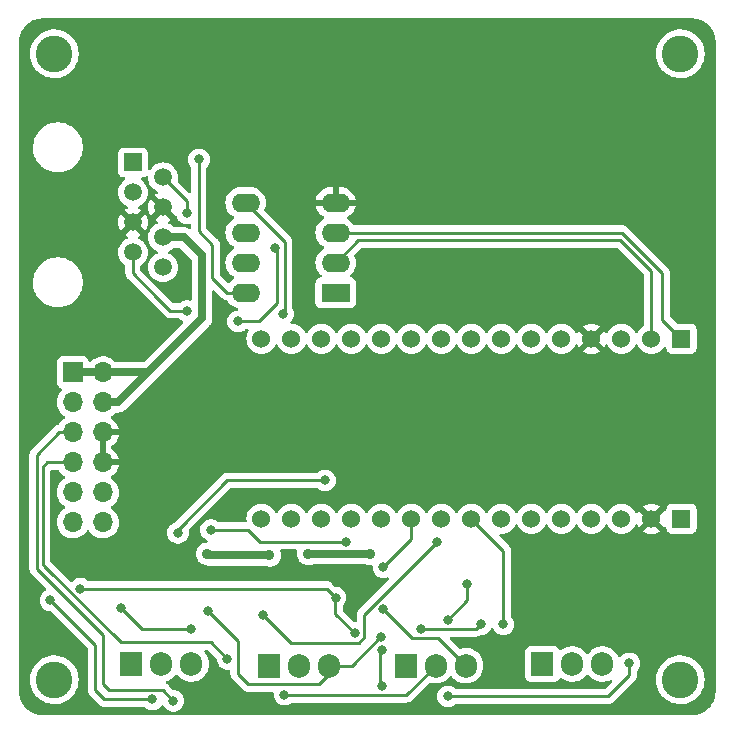
<source format=gbl>
G04 #@! TF.GenerationSoftware,KiCad,Pcbnew,6.0.6*
G04 #@! TF.CreationDate,2022-08-23T19:50:31-05:00*
G04 #@! TF.ProjectId,Penguinator-Glue-Board,50656e67-7569-46e6-9174-6f722d476c75,rev?*
G04 #@! TF.SameCoordinates,Original*
G04 #@! TF.FileFunction,Copper,L2,Bot*
G04 #@! TF.FilePolarity,Positive*
%FSLAX46Y46*%
G04 Gerber Fmt 4.6, Leading zero omitted, Abs format (unit mm)*
G04 Created by KiCad (PCBNEW 6.0.6) date 2022-08-23 19:50:31*
%MOMM*%
%LPD*%
G01*
G04 APERTURE LIST*
G04 #@! TA.AperFunction,ComponentPad*
%ADD10R,1.530000X1.530000*%
G04 #@! TD*
G04 #@! TA.AperFunction,ComponentPad*
%ADD11C,1.530000*%
G04 #@! TD*
G04 #@! TA.AperFunction,ComponentPad*
%ADD12R,2.400000X1.600000*%
G04 #@! TD*
G04 #@! TA.AperFunction,ComponentPad*
%ADD13O,2.400000X1.600000*%
G04 #@! TD*
G04 #@! TA.AperFunction,ComponentPad*
%ADD14R,1.905000X2.000000*%
G04 #@! TD*
G04 #@! TA.AperFunction,ComponentPad*
%ADD15O,1.905000X2.000000*%
G04 #@! TD*
G04 #@! TA.AperFunction,ComponentPad*
%ADD16R,1.700000X1.700000*%
G04 #@! TD*
G04 #@! TA.AperFunction,ComponentPad*
%ADD17O,1.700000X1.700000*%
G04 #@! TD*
G04 #@! TA.AperFunction,ComponentPad*
%ADD18R,1.500000X1.500000*%
G04 #@! TD*
G04 #@! TA.AperFunction,ComponentPad*
%ADD19C,1.500000*%
G04 #@! TD*
G04 #@! TA.AperFunction,ComponentPad*
%ADD20C,3.100000*%
G04 #@! TD*
G04 #@! TA.AperFunction,ViaPad*
%ADD21C,0.800000*%
G04 #@! TD*
G04 #@! TA.AperFunction,ViaPad*
%ADD22C,0.900000*%
G04 #@! TD*
G04 #@! TA.AperFunction,Conductor*
%ADD23C,0.250000*%
G04 #@! TD*
G04 #@! TA.AperFunction,Conductor*
%ADD24C,0.700000*%
G04 #@! TD*
G04 APERTURE END LIST*
D10*
X56601000Y-27632500D03*
D11*
X54061000Y-27632500D03*
X51521000Y-27632500D03*
X48981000Y-27632500D03*
X46441000Y-27632500D03*
X43901000Y-27632500D03*
X41361000Y-27632500D03*
X38821000Y-27632500D03*
X36281000Y-27632500D03*
X33741000Y-27632500D03*
X31201000Y-27632500D03*
X28661000Y-27632500D03*
X26121000Y-27632500D03*
X23581000Y-27632500D03*
X21041000Y-27632500D03*
X21041000Y-42872500D03*
X23581000Y-42872500D03*
X26121000Y-42872500D03*
X28661000Y-42872500D03*
X31201000Y-42872500D03*
X33741000Y-42872500D03*
X36281000Y-42872500D03*
X38821000Y-42872500D03*
X41361000Y-42872500D03*
X43901000Y-42872500D03*
X46441000Y-42872500D03*
X48981000Y-42872500D03*
X51521000Y-42872500D03*
X54061000Y-42872500D03*
D10*
X56601000Y-42872500D03*
D12*
X27320000Y-23739000D03*
D13*
X27320000Y-21199000D03*
X27320000Y-18659000D03*
X27320000Y-16119000D03*
X19700000Y-16119000D03*
X19700000Y-18659000D03*
X19700000Y-21199000D03*
X19700000Y-23739000D03*
D14*
X21717000Y-55301000D03*
D15*
X24257000Y-55301000D03*
X26797000Y-55301000D03*
X38354000Y-55301000D03*
X35814000Y-55301000D03*
D14*
X33274000Y-55301000D03*
X44831000Y-55174000D03*
D15*
X47371000Y-55174000D03*
X49911000Y-55174000D03*
D14*
X10033000Y-55174000D03*
D15*
X12573000Y-55174000D03*
X15113000Y-55174000D03*
D16*
X5080000Y-30480000D03*
D17*
X7620000Y-30480000D03*
X5080000Y-33020000D03*
X7620000Y-33020000D03*
X5080000Y-35560000D03*
X7620000Y-35560000D03*
X5080000Y-38100000D03*
X7620000Y-38100000D03*
X5080000Y-40640000D03*
X7620000Y-40640000D03*
X5080000Y-43180000D03*
X7620000Y-43180000D03*
D18*
X10160000Y-12700000D03*
D19*
X12700000Y-13970000D03*
X10160000Y-15240000D03*
X12700000Y-16510000D03*
X10160000Y-17780000D03*
X12700000Y-19050000D03*
X10160000Y-20320000D03*
X12700000Y-21590000D03*
D20*
X56500000Y-56500000D03*
X3500000Y-3500000D03*
X3500000Y-56500000D03*
X56500000Y-3500000D03*
D21*
X19050000Y-26162000D03*
X22225000Y-19939000D03*
X14732000Y-25273000D03*
X22860000Y-25527000D03*
X14732000Y-17018000D03*
X15748000Y-12446000D03*
X13970000Y-44069000D03*
X16510000Y-50673000D03*
X26416000Y-39624000D03*
D22*
X30226000Y-45847000D03*
X25019000Y-45847000D03*
D21*
X36830000Y-51435000D03*
X38481000Y-48387000D03*
X31242000Y-57023000D03*
X28956000Y-52578000D03*
X31214958Y-53983668D03*
X39624000Y-51816000D03*
X31196963Y-52906937D03*
X34544000Y-52197000D03*
D22*
X16444500Y-45847000D03*
X21717000Y-45974000D03*
D21*
X36830000Y-57912000D03*
X52197000Y-55118000D03*
X5691155Y-48791845D03*
X27316385Y-49558493D03*
X41529000Y-51816000D03*
X18161000Y-54737000D03*
X22987000Y-57772500D03*
X13589000Y-58293000D03*
X21209000Y-51054000D03*
X35941000Y-44831000D03*
X28194000Y-44831000D03*
X16764000Y-43815000D03*
X11811000Y-58166000D03*
X3175000Y-49784000D03*
X9144000Y-50419000D03*
X15113000Y-52197000D03*
X31369000Y-46990000D03*
D22*
X34290000Y-23749000D03*
D21*
X31369000Y-50546000D03*
D23*
X56601000Y-27632500D02*
X54991000Y-26022500D01*
X54991000Y-26022500D02*
X54991000Y-22098000D01*
X51552000Y-18659000D02*
X27320000Y-18659000D01*
X54991000Y-22098000D02*
X51552000Y-18659000D01*
X22352000Y-24638000D02*
X22352000Y-20066000D01*
X20828000Y-26162000D02*
X22352000Y-24638000D01*
X22352000Y-20066000D02*
X22225000Y-19939000D01*
X13335000Y-25273000D02*
X14732000Y-25273000D01*
X10160000Y-22098000D02*
X12319000Y-24257000D01*
X12319000Y-24257000D02*
X13335000Y-25273000D01*
X19050000Y-26162000D02*
X20828000Y-26162000D01*
X10160000Y-20320000D02*
X10160000Y-22098000D01*
X22999500Y-25387500D02*
X22860000Y-25527000D01*
X22999500Y-19418500D02*
X22999500Y-25387500D01*
X19700000Y-16119000D02*
X22999500Y-19418500D01*
X12700000Y-13970000D02*
X14732000Y-16002000D01*
X14732000Y-16002000D02*
X14732000Y-17018000D01*
X15748000Y-12446000D02*
X15748000Y-18542000D01*
X16891000Y-19685000D02*
X16891000Y-22479000D01*
X15748000Y-18542000D02*
X16891000Y-19685000D01*
X16891000Y-22479000D02*
X18151000Y-23739000D01*
X18151000Y-23739000D02*
X19700000Y-23739000D01*
X16510000Y-50673000D02*
X19050000Y-53213000D01*
X19050000Y-53213000D02*
X19050000Y-56007000D01*
X19050000Y-56007000D02*
X19939000Y-56896000D01*
X19939000Y-56896000D02*
X25908000Y-56896000D01*
X25908000Y-56896000D02*
X26797000Y-56007000D01*
X26797000Y-56007000D02*
X26797000Y-55301000D01*
X18161000Y-39624000D02*
X14224000Y-43561000D01*
X14224000Y-43561000D02*
X13970000Y-43815000D01*
X13970000Y-43815000D02*
X13970000Y-44069000D01*
X26416000Y-39624000D02*
X18161000Y-39624000D01*
D24*
X30226000Y-45847000D02*
X25019000Y-45847000D01*
D23*
X52197000Y-56134000D02*
X52197000Y-55118000D01*
X50419000Y-57912000D02*
X52197000Y-56134000D01*
X36830000Y-57912000D02*
X50419000Y-57912000D01*
X38481000Y-49784000D02*
X38481000Y-48387000D01*
X36830000Y-51435000D02*
X38481000Y-49784000D01*
X41529000Y-45580500D02*
X41529000Y-51816000D01*
X39230500Y-52209500D02*
X39624000Y-51816000D01*
X38821000Y-42872500D02*
X41529000Y-45580500D01*
X34544000Y-52197000D02*
X34556500Y-52209500D01*
X34556500Y-52209500D02*
X39230500Y-52209500D01*
X33794500Y-52971500D02*
X31369000Y-50546000D01*
X36024500Y-52971500D02*
X33794500Y-52971500D01*
X38354000Y-55301000D02*
X36024500Y-52971500D01*
X3937000Y-35560000D02*
X5080000Y-35560000D01*
X2032000Y-37465000D02*
X3937000Y-35560000D01*
X2032000Y-47117000D02*
X2032000Y-37465000D01*
X7620000Y-52705000D02*
X2032000Y-47117000D01*
X7620000Y-56896000D02*
X7620000Y-52705000D01*
X8115000Y-57391000D02*
X7620000Y-56896000D01*
X13589000Y-58293000D02*
X12687000Y-57391000D01*
X23507500Y-53352500D02*
X21209000Y-51054000D01*
X26797000Y-55301000D02*
X28677618Y-55301000D01*
X35941000Y-44831000D02*
X29730500Y-51041500D01*
X29276809Y-53352500D02*
X23507500Y-53352500D01*
X27292500Y-49582378D02*
X27292500Y-50914500D01*
X2667000Y-46863000D02*
X9144000Y-53340000D01*
X27316385Y-49558493D02*
X27292500Y-49582378D01*
X29730500Y-52898809D02*
X29276809Y-53352500D01*
X27292500Y-50914500D02*
X28956000Y-52578000D01*
X2540000Y-38481000D02*
X2540000Y-46736000D01*
X28677618Y-55301000D02*
X31071681Y-52906937D01*
X5080000Y-38100000D02*
X2921000Y-38100000D01*
X31071681Y-52906937D02*
X31196963Y-52906937D01*
X29730500Y-51041500D02*
X29730500Y-52898809D01*
X16510000Y-53340000D02*
X16764000Y-53340000D01*
X12687000Y-57391000D02*
X8115000Y-57391000D01*
X2921000Y-38100000D02*
X2540000Y-38481000D01*
X2540000Y-46736000D02*
X2667000Y-46863000D01*
X9144000Y-53340000D02*
X16510000Y-53340000D01*
X16764000Y-53340000D02*
X18161000Y-54737000D01*
X26549737Y-48791845D02*
X27316385Y-49558493D01*
X5691155Y-48791845D02*
X26549737Y-48791845D01*
X31115000Y-56896000D02*
X31115000Y-54083626D01*
X31115000Y-54083626D02*
X31214958Y-53983668D01*
X31242000Y-57023000D02*
X31115000Y-56896000D01*
X23012000Y-57797500D02*
X33317500Y-57797500D01*
X22987000Y-57772500D02*
X23012000Y-57797500D01*
X33317500Y-57797500D02*
X35814000Y-55301000D01*
D24*
X16571500Y-45974000D02*
X16444500Y-45847000D01*
X21717000Y-45974000D02*
X16571500Y-45974000D01*
D23*
X16764000Y-43815000D02*
X19939000Y-43815000D01*
X19939000Y-43815000D02*
X20955000Y-44831000D01*
X20955000Y-44831000D02*
X28194000Y-44831000D01*
X6985000Y-57404000D02*
X6985000Y-53594000D01*
X7747000Y-58166000D02*
X6985000Y-57404000D01*
X11811000Y-58166000D02*
X7747000Y-58166000D01*
X6985000Y-53594000D02*
X3175000Y-49784000D01*
X15113000Y-52197000D02*
X10922000Y-52197000D01*
X10922000Y-52197000D02*
X9144000Y-50419000D01*
X33741000Y-44618000D02*
X31369000Y-46990000D01*
X33741000Y-42872500D02*
X33741000Y-44618000D01*
D24*
X5080000Y-30480000D02*
X7620000Y-30480000D01*
X7620000Y-33020000D02*
X8890000Y-33020000D01*
X8890000Y-33020000D02*
X11430000Y-30480000D01*
X12700000Y-19050000D02*
X14478000Y-19050000D01*
X14478000Y-19050000D02*
X16002000Y-20574000D01*
X16002000Y-20574000D02*
X16002000Y-25908000D01*
X16002000Y-25908000D02*
X11430000Y-30480000D01*
X11430000Y-30480000D02*
X7620000Y-30480000D01*
D23*
X27320000Y-21199000D02*
X29215000Y-19304000D01*
X29215000Y-19304000D02*
X51435000Y-19304000D01*
X51435000Y-19304000D02*
X54061000Y-21930000D01*
X54061000Y-21930000D02*
X54061000Y-27632500D01*
G04 #@! TA.AperFunction,Conductor*
G36*
X57470018Y-510000D02*
G01*
X57484851Y-512310D01*
X57484855Y-512310D01*
X57493724Y-513691D01*
X57510012Y-511561D01*
X57534589Y-510767D01*
X57561441Y-512527D01*
X57751701Y-524998D01*
X57768041Y-527149D01*
X57887690Y-550948D01*
X58007343Y-574749D01*
X58023257Y-579013D01*
X58138776Y-618227D01*
X58254292Y-657439D01*
X58269519Y-663746D01*
X58488342Y-771657D01*
X58502616Y-779898D01*
X58705478Y-915447D01*
X58718553Y-925480D01*
X58901993Y-1086352D01*
X58913648Y-1098007D01*
X59074520Y-1281447D01*
X59084553Y-1294522D01*
X59220102Y-1497384D01*
X59228343Y-1511658D01*
X59336254Y-1730481D01*
X59342561Y-1745708D01*
X59420986Y-1976740D01*
X59425251Y-1992657D01*
X59425899Y-1995912D01*
X59472851Y-2231959D01*
X59475002Y-2248299D01*
X59486988Y-2431150D01*
X59488763Y-2458236D01*
X59487733Y-2481350D01*
X59487690Y-2484854D01*
X59486309Y-2493724D01*
X59487473Y-2502626D01*
X59487473Y-2502628D01*
X59490436Y-2525283D01*
X59491500Y-2541621D01*
X59491500Y-57450633D01*
X59490000Y-57470018D01*
X59487690Y-57484851D01*
X59487690Y-57484855D01*
X59486309Y-57493724D01*
X59488439Y-57510010D01*
X59489233Y-57534590D01*
X59475002Y-57751701D01*
X59472851Y-57768041D01*
X59425252Y-58007340D01*
X59420987Y-58023257D01*
X59394282Y-58101928D01*
X59342561Y-58254292D01*
X59336254Y-58269519D01*
X59228343Y-58488342D01*
X59220102Y-58502616D01*
X59084553Y-58705478D01*
X59074520Y-58718553D01*
X58913648Y-58901993D01*
X58901993Y-58913648D01*
X58718553Y-59074520D01*
X58705478Y-59084553D01*
X58502616Y-59220102D01*
X58488342Y-59228343D01*
X58269519Y-59336254D01*
X58254292Y-59342561D01*
X58138776Y-59381773D01*
X58023257Y-59420987D01*
X58007343Y-59425251D01*
X57887690Y-59449052D01*
X57768041Y-59472851D01*
X57751701Y-59475002D01*
X57610437Y-59484262D01*
X57541763Y-59488763D01*
X57518650Y-59487733D01*
X57515146Y-59487690D01*
X57506276Y-59486309D01*
X57497374Y-59487473D01*
X57497372Y-59487473D01*
X57483915Y-59489233D01*
X57474714Y-59490436D01*
X57458379Y-59491500D01*
X2549367Y-59491500D01*
X2529982Y-59490000D01*
X2515149Y-59487690D01*
X2515145Y-59487690D01*
X2506276Y-59486309D01*
X2489988Y-59488439D01*
X2465411Y-59489233D01*
X2420801Y-59486309D01*
X2248299Y-59475002D01*
X2231959Y-59472851D01*
X2112310Y-59449052D01*
X1992657Y-59425251D01*
X1976743Y-59420987D01*
X1861224Y-59381773D01*
X1745708Y-59342561D01*
X1730481Y-59336254D01*
X1511658Y-59228343D01*
X1497384Y-59220102D01*
X1294522Y-59084553D01*
X1281447Y-59074520D01*
X1098007Y-58913648D01*
X1086352Y-58901993D01*
X925480Y-58718553D01*
X915447Y-58705478D01*
X779898Y-58502616D01*
X771657Y-58488342D01*
X663746Y-58269519D01*
X657439Y-58254292D01*
X605718Y-58101928D01*
X579013Y-58023257D01*
X574748Y-58007340D01*
X527149Y-57768041D01*
X524998Y-57751701D01*
X511476Y-57545407D01*
X512650Y-57522232D01*
X512334Y-57522204D01*
X512770Y-57517344D01*
X513576Y-57512552D01*
X513652Y-57506353D01*
X513670Y-57504860D01*
X513670Y-57504857D01*
X513729Y-57500000D01*
X509773Y-57472376D01*
X508500Y-57454514D01*
X508500Y-56478393D01*
X1436803Y-56478393D01*
X1452960Y-56758601D01*
X1453785Y-56762806D01*
X1453786Y-56762814D01*
X1472830Y-56859879D01*
X1506996Y-57034024D01*
X1508383Y-57038074D01*
X1508384Y-57038079D01*
X1589713Y-57275621D01*
X1597911Y-57299565D01*
X1633410Y-57370148D01*
X1720195Y-57542700D01*
X1724022Y-57550310D01*
X1726448Y-57553839D01*
X1726451Y-57553845D01*
X1805369Y-57668671D01*
X1882997Y-57781620D01*
X2071894Y-57989215D01*
X2075183Y-57991965D01*
X2283925Y-58166501D01*
X2283930Y-58166505D01*
X2287217Y-58169253D01*
X2342424Y-58203884D01*
X2521341Y-58316119D01*
X2521345Y-58316121D01*
X2524981Y-58318402D01*
X2528891Y-58320167D01*
X2528892Y-58320168D01*
X2553024Y-58331064D01*
X2780788Y-58433903D01*
X2812262Y-58443226D01*
X3045790Y-58512401D01*
X3045795Y-58512402D01*
X3049903Y-58513619D01*
X3054137Y-58514267D01*
X3054142Y-58514268D01*
X3272636Y-58547702D01*
X3327347Y-58556074D01*
X3466393Y-58558258D01*
X3603694Y-58560415D01*
X3603700Y-58560415D01*
X3607985Y-58560482D01*
X3886626Y-58526763D01*
X4158112Y-58455540D01*
X4162072Y-58453900D01*
X4162077Y-58453898D01*
X4335337Y-58382131D01*
X4417420Y-58348131D01*
X4440549Y-58334616D01*
X4656054Y-58208685D01*
X4656055Y-58208685D01*
X4659752Y-58206524D01*
X4732122Y-58149779D01*
X4877252Y-58035982D01*
X4880624Y-58033338D01*
X4949341Y-57962428D01*
X5062012Y-57846160D01*
X5075948Y-57831779D01*
X5078481Y-57828331D01*
X5078485Y-57828326D01*
X5239572Y-57609032D01*
X5242110Y-57605577D01*
X5254601Y-57582572D01*
X5373986Y-57362692D01*
X5373987Y-57362690D01*
X5376036Y-57358916D01*
X5475247Y-57096362D01*
X5526955Y-56870593D01*
X5536949Y-56826957D01*
X5536950Y-56826953D01*
X5537907Y-56822773D01*
X5538964Y-56810936D01*
X5562637Y-56545677D01*
X5562637Y-56545675D01*
X5562857Y-56543211D01*
X5562943Y-56535060D01*
X5563284Y-56502484D01*
X5563284Y-56502483D01*
X5563310Y-56500000D01*
X5561679Y-56476077D01*
X5544512Y-56224254D01*
X5544511Y-56224248D01*
X5544220Y-56219977D01*
X5542989Y-56214030D01*
X5488172Y-55949332D01*
X5487303Y-55945135D01*
X5393612Y-55680561D01*
X5387907Y-55669506D01*
X5266847Y-55434957D01*
X5266847Y-55434956D01*
X5264882Y-55431150D01*
X5256870Y-55419749D01*
X5157845Y-55278852D01*
X5103493Y-55201517D01*
X4912433Y-54995912D01*
X4695237Y-54818139D01*
X4455923Y-54671487D01*
X4446841Y-54667500D01*
X4202853Y-54560397D01*
X4198921Y-54558671D01*
X4179519Y-54553144D01*
X3933114Y-54482954D01*
X3933115Y-54482954D01*
X3928986Y-54481778D01*
X3723217Y-54452493D01*
X3655365Y-54442836D01*
X3655363Y-54442836D01*
X3651113Y-54442231D01*
X3646824Y-54442209D01*
X3646817Y-54442208D01*
X3374730Y-54440783D01*
X3374723Y-54440783D01*
X3370444Y-54440761D01*
X3366199Y-54441320D01*
X3366197Y-54441320D01*
X3302813Y-54449665D01*
X3092172Y-54477397D01*
X2821446Y-54551459D01*
X2563277Y-54661577D01*
X2503736Y-54697212D01*
X2326123Y-54803511D01*
X2326119Y-54803514D01*
X2322441Y-54805715D01*
X2103395Y-54981204D01*
X2100451Y-54984306D01*
X2100447Y-54984310D01*
X2020851Y-55068187D01*
X1910192Y-55184797D01*
X1746408Y-55412727D01*
X1744404Y-55416512D01*
X1624254Y-55643437D01*
X1615073Y-55660776D01*
X1613601Y-55664799D01*
X1613599Y-55664803D01*
X1587467Y-55736213D01*
X1518616Y-55924355D01*
X1517703Y-55928541D01*
X1517703Y-55928542D01*
X1459874Y-56193776D01*
X1458825Y-56198585D01*
X1449444Y-56317777D01*
X1439104Y-56449163D01*
X1436803Y-56478393D01*
X508500Y-56478393D01*
X508500Y-37444943D01*
X1393780Y-37444943D01*
X1394526Y-37452835D01*
X1397941Y-37488961D01*
X1398500Y-37500819D01*
X1398500Y-47038233D01*
X1397973Y-47049416D01*
X1396298Y-47056909D01*
X1396547Y-47064835D01*
X1396547Y-47064836D01*
X1398438Y-47124986D01*
X1398500Y-47128945D01*
X1398500Y-47156856D01*
X1398997Y-47160790D01*
X1398997Y-47160791D01*
X1399005Y-47160856D01*
X1399938Y-47172693D01*
X1401327Y-47216889D01*
X1406978Y-47236339D01*
X1410987Y-47255700D01*
X1413526Y-47275797D01*
X1416445Y-47283168D01*
X1416445Y-47283170D01*
X1429804Y-47316912D01*
X1433649Y-47328142D01*
X1443771Y-47362983D01*
X1445982Y-47370593D01*
X1450015Y-47377412D01*
X1450017Y-47377417D01*
X1456293Y-47388028D01*
X1464988Y-47405776D01*
X1472448Y-47424617D01*
X1477110Y-47431033D01*
X1477110Y-47431034D01*
X1498436Y-47460387D01*
X1504952Y-47470307D01*
X1527458Y-47508362D01*
X1541779Y-47522683D01*
X1554619Y-47537716D01*
X1566528Y-47554107D01*
X1572634Y-47559158D01*
X1600605Y-47582298D01*
X1609384Y-47590288D01*
X2791854Y-48772758D01*
X2825880Y-48835070D01*
X2820815Y-48905885D01*
X2778268Y-48962721D01*
X2754009Y-48976959D01*
X2724283Y-48990194D01*
X2724275Y-48990199D01*
X2718248Y-48992882D01*
X2563747Y-49105134D01*
X2435960Y-49247056D01*
X2340473Y-49412444D01*
X2281458Y-49594072D01*
X2280768Y-49600633D01*
X2280768Y-49600635D01*
X2263401Y-49765872D01*
X2261496Y-49784000D01*
X2262186Y-49790565D01*
X2280220Y-49962145D01*
X2281458Y-49973928D01*
X2340473Y-50155556D01*
X2435960Y-50320944D01*
X2440378Y-50325851D01*
X2440379Y-50325852D01*
X2484753Y-50375134D01*
X2563747Y-50462866D01*
X2631578Y-50512148D01*
X2705982Y-50566206D01*
X2718248Y-50575118D01*
X2724276Y-50577802D01*
X2724278Y-50577803D01*
X2872695Y-50643882D01*
X2892712Y-50652794D01*
X2956888Y-50666435D01*
X3073056Y-50691128D01*
X3073061Y-50691128D01*
X3079513Y-50692500D01*
X3135406Y-50692500D01*
X3203527Y-50712502D01*
X3224501Y-50729405D01*
X6314595Y-53819499D01*
X6348621Y-53881811D01*
X6351500Y-53908594D01*
X6351500Y-57325233D01*
X6350973Y-57336416D01*
X6349298Y-57343909D01*
X6349547Y-57351835D01*
X6349547Y-57351836D01*
X6351438Y-57411986D01*
X6351500Y-57415945D01*
X6351500Y-57443856D01*
X6351997Y-57447790D01*
X6351997Y-57447791D01*
X6352005Y-57447856D01*
X6352938Y-57459693D01*
X6354327Y-57503889D01*
X6359648Y-57522204D01*
X6359978Y-57523339D01*
X6363987Y-57542700D01*
X6366526Y-57562797D01*
X6369445Y-57570168D01*
X6369445Y-57570170D01*
X6382804Y-57603912D01*
X6386649Y-57615142D01*
X6398982Y-57657593D01*
X6403015Y-57664412D01*
X6403017Y-57664417D01*
X6409293Y-57675028D01*
X6417988Y-57692776D01*
X6425448Y-57711617D01*
X6430110Y-57718033D01*
X6430110Y-57718034D01*
X6451436Y-57747387D01*
X6457952Y-57757307D01*
X6470240Y-57778084D01*
X6480458Y-57795362D01*
X6494779Y-57809683D01*
X6507619Y-57824716D01*
X6519528Y-57841107D01*
X6551413Y-57867484D01*
X6553593Y-57869288D01*
X6562374Y-57877278D01*
X7243353Y-58558258D01*
X7250887Y-58566537D01*
X7255000Y-58573018D01*
X7304651Y-58619643D01*
X7307493Y-58622398D01*
X7327230Y-58642135D01*
X7330427Y-58644615D01*
X7339447Y-58652318D01*
X7371679Y-58682586D01*
X7378625Y-58686405D01*
X7378628Y-58686407D01*
X7389434Y-58692348D01*
X7405953Y-58703199D01*
X7421959Y-58715614D01*
X7429228Y-58718759D01*
X7429232Y-58718762D01*
X7462537Y-58733174D01*
X7473187Y-58738391D01*
X7511940Y-58759695D01*
X7519615Y-58761666D01*
X7519616Y-58761666D01*
X7531562Y-58764733D01*
X7550267Y-58771137D01*
X7568855Y-58779181D01*
X7576678Y-58780420D01*
X7576688Y-58780423D01*
X7612524Y-58786099D01*
X7624144Y-58788505D01*
X7659289Y-58797528D01*
X7666970Y-58799500D01*
X7687224Y-58799500D01*
X7706934Y-58801051D01*
X7726943Y-58804220D01*
X7734835Y-58803474D01*
X7770961Y-58800059D01*
X7782819Y-58799500D01*
X11102800Y-58799500D01*
X11170921Y-58819502D01*
X11190147Y-58835843D01*
X11190420Y-58835540D01*
X11195332Y-58839963D01*
X11199747Y-58844866D01*
X11221329Y-58860546D01*
X11286923Y-58908203D01*
X11354248Y-58957118D01*
X11360276Y-58959802D01*
X11360278Y-58959803D01*
X11522681Y-59032109D01*
X11528712Y-59034794D01*
X11622112Y-59054647D01*
X11709056Y-59073128D01*
X11709061Y-59073128D01*
X11715513Y-59074500D01*
X11906487Y-59074500D01*
X11912939Y-59073128D01*
X11912944Y-59073128D01*
X11999888Y-59054647D01*
X12093288Y-59034794D01*
X12099319Y-59032109D01*
X12261722Y-58959803D01*
X12261724Y-58959802D01*
X12267752Y-58957118D01*
X12422253Y-58844866D01*
X12458851Y-58804220D01*
X12545621Y-58707852D01*
X12545622Y-58707851D01*
X12550040Y-58702944D01*
X12554217Y-58695709D01*
X12554954Y-58695006D01*
X12557224Y-58691882D01*
X12557795Y-58692297D01*
X12605596Y-58646714D01*
X12675309Y-58633275D01*
X12741222Y-58659659D01*
X12772457Y-58695705D01*
X12849960Y-58829944D01*
X12854378Y-58834851D01*
X12854379Y-58834852D01*
X12925327Y-58913648D01*
X12977747Y-58971866D01*
X13025162Y-59006315D01*
X13119038Y-59074520D01*
X13132248Y-59084118D01*
X13138276Y-59086802D01*
X13138278Y-59086803D01*
X13300681Y-59159109D01*
X13306712Y-59161794D01*
X13400113Y-59181647D01*
X13487056Y-59200128D01*
X13487061Y-59200128D01*
X13493513Y-59201500D01*
X13684487Y-59201500D01*
X13690939Y-59200128D01*
X13690944Y-59200128D01*
X13777887Y-59181647D01*
X13871288Y-59161794D01*
X13877319Y-59159109D01*
X14039722Y-59086803D01*
X14039724Y-59086802D01*
X14045752Y-59084118D01*
X14058963Y-59074520D01*
X14152838Y-59006315D01*
X14200253Y-58971866D01*
X14252673Y-58913648D01*
X14323621Y-58834852D01*
X14323622Y-58834851D01*
X14328040Y-58829944D01*
X14423527Y-58664556D01*
X14482542Y-58482928D01*
X14486376Y-58446455D01*
X14501814Y-58299565D01*
X14502504Y-58293000D01*
X14482542Y-58103072D01*
X14423527Y-57921444D01*
X14418075Y-57912000D01*
X14369765Y-57828326D01*
X14328040Y-57756056D01*
X14320235Y-57747387D01*
X14204675Y-57619045D01*
X14204674Y-57619044D01*
X14200253Y-57614134D01*
X14090261Y-57534220D01*
X14051094Y-57505763D01*
X14051093Y-57505762D01*
X14045752Y-57501882D01*
X14039724Y-57499198D01*
X14039722Y-57499197D01*
X13877319Y-57426891D01*
X13877318Y-57426891D01*
X13871288Y-57424206D01*
X13777888Y-57404353D01*
X13690944Y-57385872D01*
X13690939Y-57385872D01*
X13684487Y-57384500D01*
X13628595Y-57384500D01*
X13560474Y-57364498D01*
X13539500Y-57347595D01*
X13190652Y-56998747D01*
X13183112Y-56990461D01*
X13179000Y-56983982D01*
X13129348Y-56937356D01*
X13126507Y-56934602D01*
X13106770Y-56914865D01*
X13103573Y-56912385D01*
X13094551Y-56904680D01*
X13068100Y-56879841D01*
X13062321Y-56874414D01*
X13055375Y-56870595D01*
X13055372Y-56870593D01*
X13044566Y-56864652D01*
X13028047Y-56853801D01*
X13027583Y-56853441D01*
X13012041Y-56841386D01*
X13004770Y-56838240D01*
X13004037Y-56837806D01*
X12955584Y-56785914D01*
X12942879Y-56716063D01*
X12969954Y-56650432D01*
X13029031Y-56609588D01*
X13136183Y-56574566D01*
X13136189Y-56574563D01*
X13141101Y-56572958D01*
X13145687Y-56570571D01*
X13145691Y-56570569D01*
X13349607Y-56464416D01*
X13354200Y-56462025D01*
X13488241Y-56361384D01*
X13542185Y-56320882D01*
X13542188Y-56320880D01*
X13546320Y-56317777D01*
X13656140Y-56202857D01*
X13708730Y-56147825D01*
X13708731Y-56147824D01*
X13712301Y-56144088D01*
X13737535Y-56107097D01*
X13792444Y-56062096D01*
X13862968Y-56053925D01*
X13926716Y-56085179D01*
X13947411Y-56109660D01*
X13948689Y-56111635D01*
X13951498Y-56115977D01*
X14113186Y-56293670D01*
X14183801Y-56349438D01*
X14297670Y-56439367D01*
X14297675Y-56439370D01*
X14301724Y-56442568D01*
X14306240Y-56445061D01*
X14306243Y-56445063D01*
X14507526Y-56556177D01*
X14507530Y-56556179D01*
X14512050Y-56558674D01*
X14516919Y-56560398D01*
X14516923Y-56560400D01*
X14733640Y-56637144D01*
X14733644Y-56637145D01*
X14738515Y-56638870D01*
X14743608Y-56639777D01*
X14743611Y-56639778D01*
X14969948Y-56680095D01*
X14969954Y-56680096D01*
X14975037Y-56681001D01*
X15062400Y-56682068D01*
X15210093Y-56683873D01*
X15210095Y-56683873D01*
X15215263Y-56683936D01*
X15452744Y-56647596D01*
X15582633Y-56605142D01*
X15676183Y-56574566D01*
X15676189Y-56574563D01*
X15681101Y-56572958D01*
X15685687Y-56570571D01*
X15685691Y-56570569D01*
X15889607Y-56464416D01*
X15894200Y-56462025D01*
X16028241Y-56361384D01*
X16082185Y-56320882D01*
X16082188Y-56320880D01*
X16086320Y-56317777D01*
X16252301Y-56144088D01*
X16381915Y-55954082D01*
X16384774Y-55949891D01*
X16384775Y-55949890D01*
X16387686Y-55945622D01*
X16390253Y-55940093D01*
X16486658Y-55732405D01*
X16486662Y-55732395D01*
X16488837Y-55727710D01*
X16553040Y-55496202D01*
X16559992Y-55431150D01*
X16573644Y-55303407D01*
X16573644Y-55303399D01*
X16574000Y-55300072D01*
X16574000Y-55065598D01*
X16570188Y-55019224D01*
X16563233Y-54934635D01*
X16559322Y-54887063D01*
X16500794Y-54654056D01*
X16409479Y-54444045D01*
X16407057Y-54438474D01*
X16407055Y-54438471D01*
X16404997Y-54433737D01*
X16309359Y-54285904D01*
X16277310Y-54236363D01*
X16277308Y-54236360D01*
X16274502Y-54232023D01*
X16271026Y-54228203D01*
X16271021Y-54228196D01*
X16231078Y-54184300D01*
X16200026Y-54120454D01*
X16208420Y-54049956D01*
X16253597Y-53995187D01*
X16324271Y-53973500D01*
X16449406Y-53973500D01*
X16517527Y-53993502D01*
X16538501Y-54010405D01*
X17213878Y-54685782D01*
X17247904Y-54748094D01*
X17250092Y-54761703D01*
X17252653Y-54786068D01*
X17263811Y-54892224D01*
X17267458Y-54926928D01*
X17326473Y-55108556D01*
X17329776Y-55114278D01*
X17329777Y-55114279D01*
X17335716Y-55124565D01*
X17421960Y-55273944D01*
X17426378Y-55278851D01*
X17426379Y-55278852D01*
X17452559Y-55307928D01*
X17549747Y-55415866D01*
X17704248Y-55528118D01*
X17710276Y-55530802D01*
X17710278Y-55530803D01*
X17872681Y-55603109D01*
X17878712Y-55605794D01*
X17960610Y-55623202D01*
X18059056Y-55644128D01*
X18059061Y-55644128D01*
X18065513Y-55645500D01*
X18256487Y-55645500D01*
X18262946Y-55644127D01*
X18262947Y-55644127D01*
X18264308Y-55643838D01*
X18265114Y-55643900D01*
X18269515Y-55643437D01*
X18269600Y-55644242D01*
X18335099Y-55649243D01*
X18391730Y-55692062D01*
X18416221Y-55758701D01*
X18416500Y-55767086D01*
X18416500Y-55928233D01*
X18415973Y-55939416D01*
X18414298Y-55946909D01*
X18414547Y-55954835D01*
X18414547Y-55954836D01*
X18416438Y-56014986D01*
X18416500Y-56018945D01*
X18416500Y-56046856D01*
X18416997Y-56050790D01*
X18416997Y-56050791D01*
X18417005Y-56050856D01*
X18417938Y-56062693D01*
X18419327Y-56106889D01*
X18424978Y-56126339D01*
X18428987Y-56145700D01*
X18431526Y-56165797D01*
X18434445Y-56173168D01*
X18434445Y-56173170D01*
X18447804Y-56206912D01*
X18451649Y-56218142D01*
X18463982Y-56260593D01*
X18468015Y-56267412D01*
X18468017Y-56267417D01*
X18474293Y-56278028D01*
X18482988Y-56295776D01*
X18490448Y-56314617D01*
X18495110Y-56321033D01*
X18495110Y-56321034D01*
X18516436Y-56350387D01*
X18522952Y-56360307D01*
X18532234Y-56376001D01*
X18545458Y-56398362D01*
X18559779Y-56412683D01*
X18572619Y-56427716D01*
X18584528Y-56444107D01*
X18590633Y-56449158D01*
X18590638Y-56449163D01*
X18618604Y-56472299D01*
X18627382Y-56480287D01*
X19435348Y-57288253D01*
X19442888Y-57296539D01*
X19447000Y-57303018D01*
X19452777Y-57308443D01*
X19496651Y-57349643D01*
X19499493Y-57352398D01*
X19519230Y-57372135D01*
X19522427Y-57374615D01*
X19531447Y-57382318D01*
X19563679Y-57412586D01*
X19570625Y-57416405D01*
X19570628Y-57416407D01*
X19581434Y-57422348D01*
X19597953Y-57433199D01*
X19613959Y-57445614D01*
X19621228Y-57448759D01*
X19621232Y-57448762D01*
X19654537Y-57463174D01*
X19665187Y-57468391D01*
X19703940Y-57489695D01*
X19711615Y-57491666D01*
X19711616Y-57491666D01*
X19723562Y-57494733D01*
X19742266Y-57501137D01*
X19750870Y-57504860D01*
X19760855Y-57509181D01*
X19768678Y-57510420D01*
X19768688Y-57510423D01*
X19804524Y-57516099D01*
X19816144Y-57518505D01*
X19846919Y-57526406D01*
X19858970Y-57529500D01*
X19879224Y-57529500D01*
X19898934Y-57531051D01*
X19918943Y-57534220D01*
X19926835Y-57533474D01*
X19962961Y-57530059D01*
X19974819Y-57529500D01*
X21959099Y-57529500D01*
X22027220Y-57549502D01*
X22073713Y-57603158D01*
X22084409Y-57668670D01*
X22073496Y-57772500D01*
X22093458Y-57962428D01*
X22152473Y-58144056D01*
X22155776Y-58149778D01*
X22155777Y-58149779D01*
X22168339Y-58171536D01*
X22247960Y-58309444D01*
X22252378Y-58314351D01*
X22252379Y-58314352D01*
X22368418Y-58443226D01*
X22375747Y-58451366D01*
X22425766Y-58487707D01*
X22522871Y-58558258D01*
X22530248Y-58563618D01*
X22536276Y-58566302D01*
X22536278Y-58566303D01*
X22686701Y-58633275D01*
X22704712Y-58641294D01*
X22784582Y-58658271D01*
X22885056Y-58679628D01*
X22885061Y-58679628D01*
X22891513Y-58681000D01*
X23082487Y-58681000D01*
X23088939Y-58679628D01*
X23088944Y-58679628D01*
X23189418Y-58658271D01*
X23269288Y-58641294D01*
X23287299Y-58633275D01*
X23437722Y-58566303D01*
X23437724Y-58566302D01*
X23443752Y-58563618D01*
X23451130Y-58558258D01*
X23563845Y-58476365D01*
X23593163Y-58455064D01*
X23660031Y-58431206D01*
X23667224Y-58431000D01*
X33238733Y-58431000D01*
X33249916Y-58431527D01*
X33257409Y-58433202D01*
X33265335Y-58432953D01*
X33265336Y-58432953D01*
X33325486Y-58431062D01*
X33329445Y-58431000D01*
X33357356Y-58431000D01*
X33361291Y-58430503D01*
X33361356Y-58430495D01*
X33373193Y-58429562D01*
X33405451Y-58428548D01*
X33409470Y-58428422D01*
X33417389Y-58428173D01*
X33436843Y-58422521D01*
X33456200Y-58418513D01*
X33468430Y-58416968D01*
X33468431Y-58416968D01*
X33476297Y-58415974D01*
X33483668Y-58413055D01*
X33483670Y-58413055D01*
X33517412Y-58399696D01*
X33528642Y-58395851D01*
X33563483Y-58385729D01*
X33563484Y-58385729D01*
X33571093Y-58383518D01*
X33577912Y-58379485D01*
X33577917Y-58379483D01*
X33588528Y-58373207D01*
X33606276Y-58364512D01*
X33625117Y-58357052D01*
X33660887Y-58331064D01*
X33670807Y-58324548D01*
X33702035Y-58306080D01*
X33702038Y-58306078D01*
X33708862Y-58302042D01*
X33723183Y-58287721D01*
X33738217Y-58274880D01*
X33754607Y-58262972D01*
X33782798Y-58228895D01*
X33790788Y-58220116D01*
X34098904Y-57912000D01*
X35916496Y-57912000D01*
X35917186Y-57918565D01*
X35926517Y-58007340D01*
X35936458Y-58101928D01*
X35995473Y-58283556D01*
X35998776Y-58289278D01*
X35998777Y-58289279D01*
X36002906Y-58296431D01*
X36090960Y-58448944D01*
X36095378Y-58453851D01*
X36095379Y-58453852D01*
X36207564Y-58578446D01*
X36218747Y-58590866D01*
X36290043Y-58642666D01*
X36365143Y-58697229D01*
X36373248Y-58703118D01*
X36379276Y-58705802D01*
X36379278Y-58705803D01*
X36541681Y-58778109D01*
X36547712Y-58780794D01*
X36626439Y-58797528D01*
X36728056Y-58819128D01*
X36728061Y-58819128D01*
X36734513Y-58820500D01*
X36925487Y-58820500D01*
X36931939Y-58819128D01*
X36931944Y-58819128D01*
X37033561Y-58797528D01*
X37112288Y-58780794D01*
X37118319Y-58778109D01*
X37280722Y-58705803D01*
X37280724Y-58705802D01*
X37286752Y-58703118D01*
X37294858Y-58697229D01*
X37419671Y-58606546D01*
X37441253Y-58590866D01*
X37445668Y-58585963D01*
X37450580Y-58581540D01*
X37451705Y-58582789D01*
X37505014Y-58549949D01*
X37538200Y-58545500D01*
X50340233Y-58545500D01*
X50351416Y-58546027D01*
X50358909Y-58547702D01*
X50366835Y-58547453D01*
X50366836Y-58547453D01*
X50426986Y-58545562D01*
X50430945Y-58545500D01*
X50458856Y-58545500D01*
X50462791Y-58545003D01*
X50462856Y-58544995D01*
X50474693Y-58544062D01*
X50506951Y-58543048D01*
X50510970Y-58542922D01*
X50518889Y-58542673D01*
X50538343Y-58537021D01*
X50557700Y-58533013D01*
X50569930Y-58531468D01*
X50569931Y-58531468D01*
X50577797Y-58530474D01*
X50585168Y-58527555D01*
X50585170Y-58527555D01*
X50618912Y-58514196D01*
X50630142Y-58510351D01*
X50664983Y-58500229D01*
X50664984Y-58500229D01*
X50672593Y-58498018D01*
X50679412Y-58493985D01*
X50679417Y-58493983D01*
X50690028Y-58487707D01*
X50707776Y-58479012D01*
X50726617Y-58471552D01*
X50762387Y-58445564D01*
X50772307Y-58439048D01*
X50803535Y-58420580D01*
X50803538Y-58420578D01*
X50810362Y-58416542D01*
X50824683Y-58402221D01*
X50839717Y-58389380D01*
X50849694Y-58382131D01*
X50856107Y-58377472D01*
X50884298Y-58343395D01*
X50892288Y-58334616D01*
X52589247Y-56637657D01*
X52597537Y-56630113D01*
X52604018Y-56626000D01*
X52650659Y-56576332D01*
X52653413Y-56573491D01*
X52673135Y-56553769D01*
X52675619Y-56550567D01*
X52683317Y-56541555D01*
X52708161Y-56515098D01*
X52713586Y-56509321D01*
X52723347Y-56491566D01*
X52732000Y-56478393D01*
X54436803Y-56478393D01*
X54452960Y-56758601D01*
X54453785Y-56762806D01*
X54453786Y-56762814D01*
X54472830Y-56859879D01*
X54506996Y-57034024D01*
X54508383Y-57038074D01*
X54508384Y-57038079D01*
X54589713Y-57275621D01*
X54597911Y-57299565D01*
X54633410Y-57370148D01*
X54720195Y-57542700D01*
X54724022Y-57550310D01*
X54726448Y-57553839D01*
X54726451Y-57553845D01*
X54805369Y-57668671D01*
X54882997Y-57781620D01*
X55071894Y-57989215D01*
X55075183Y-57991965D01*
X55283925Y-58166501D01*
X55283930Y-58166505D01*
X55287217Y-58169253D01*
X55342424Y-58203884D01*
X55521341Y-58316119D01*
X55521345Y-58316121D01*
X55524981Y-58318402D01*
X55528891Y-58320167D01*
X55528892Y-58320168D01*
X55553024Y-58331064D01*
X55780788Y-58433903D01*
X55812262Y-58443226D01*
X56045790Y-58512401D01*
X56045795Y-58512402D01*
X56049903Y-58513619D01*
X56054137Y-58514267D01*
X56054142Y-58514268D01*
X56272636Y-58547702D01*
X56327347Y-58556074D01*
X56466393Y-58558258D01*
X56603694Y-58560415D01*
X56603700Y-58560415D01*
X56607985Y-58560482D01*
X56886626Y-58526763D01*
X57158112Y-58455540D01*
X57162072Y-58453900D01*
X57162077Y-58453898D01*
X57335337Y-58382131D01*
X57417420Y-58348131D01*
X57440549Y-58334616D01*
X57656054Y-58208685D01*
X57656055Y-58208685D01*
X57659752Y-58206524D01*
X57732122Y-58149779D01*
X57877252Y-58035982D01*
X57880624Y-58033338D01*
X57949341Y-57962428D01*
X58062012Y-57846160D01*
X58075948Y-57831779D01*
X58078481Y-57828331D01*
X58078485Y-57828326D01*
X58239572Y-57609032D01*
X58242110Y-57605577D01*
X58254601Y-57582572D01*
X58373986Y-57362692D01*
X58373987Y-57362690D01*
X58376036Y-57358916D01*
X58475247Y-57096362D01*
X58526955Y-56870593D01*
X58536949Y-56826957D01*
X58536950Y-56826953D01*
X58537907Y-56822773D01*
X58538964Y-56810936D01*
X58562637Y-56545677D01*
X58562637Y-56545675D01*
X58562857Y-56543211D01*
X58562943Y-56535060D01*
X58563284Y-56502484D01*
X58563284Y-56502483D01*
X58563310Y-56500000D01*
X58561679Y-56476077D01*
X58544512Y-56224254D01*
X58544511Y-56224248D01*
X58544220Y-56219977D01*
X58542989Y-56214030D01*
X58488172Y-55949332D01*
X58487303Y-55945135D01*
X58393612Y-55680561D01*
X58387907Y-55669506D01*
X58266847Y-55434957D01*
X58266847Y-55434956D01*
X58264882Y-55431150D01*
X58256870Y-55419749D01*
X58157845Y-55278852D01*
X58103493Y-55201517D01*
X57912433Y-54995912D01*
X57695237Y-54818139D01*
X57455923Y-54671487D01*
X57446841Y-54667500D01*
X57202853Y-54560397D01*
X57198921Y-54558671D01*
X57179519Y-54553144D01*
X56933114Y-54482954D01*
X56933115Y-54482954D01*
X56928986Y-54481778D01*
X56723217Y-54452493D01*
X56655365Y-54442836D01*
X56655363Y-54442836D01*
X56651113Y-54442231D01*
X56646824Y-54442209D01*
X56646817Y-54442208D01*
X56374730Y-54440783D01*
X56374723Y-54440783D01*
X56370444Y-54440761D01*
X56366199Y-54441320D01*
X56366197Y-54441320D01*
X56302813Y-54449665D01*
X56092172Y-54477397D01*
X55821446Y-54551459D01*
X55563277Y-54661577D01*
X55503736Y-54697212D01*
X55326123Y-54803511D01*
X55326119Y-54803514D01*
X55322441Y-54805715D01*
X55103395Y-54981204D01*
X55100451Y-54984306D01*
X55100447Y-54984310D01*
X55020851Y-55068187D01*
X54910192Y-55184797D01*
X54746408Y-55412727D01*
X54744404Y-55416512D01*
X54624254Y-55643437D01*
X54615073Y-55660776D01*
X54613601Y-55664799D01*
X54613599Y-55664803D01*
X54587467Y-55736213D01*
X54518616Y-55924355D01*
X54517703Y-55928541D01*
X54517703Y-55928542D01*
X54459874Y-56193776D01*
X54458825Y-56198585D01*
X54449444Y-56317777D01*
X54439104Y-56449163D01*
X54436803Y-56478393D01*
X52732000Y-56478393D01*
X52734198Y-56475047D01*
X52746614Y-56459041D01*
X52764174Y-56418463D01*
X52769391Y-56407813D01*
X52790695Y-56369060D01*
X52792943Y-56360307D01*
X52795733Y-56349438D01*
X52802137Y-56330734D01*
X52807033Y-56319420D01*
X52807033Y-56319419D01*
X52810181Y-56312145D01*
X52811420Y-56304322D01*
X52811423Y-56304312D01*
X52817099Y-56268476D01*
X52819505Y-56256856D01*
X52828528Y-56221711D01*
X52828528Y-56221710D01*
X52830500Y-56214030D01*
X52830500Y-56193776D01*
X52832051Y-56174065D01*
X52833980Y-56161886D01*
X52835220Y-56154057D01*
X52831059Y-56110038D01*
X52830500Y-56098181D01*
X52830500Y-55820524D01*
X52850502Y-55752403D01*
X52862858Y-55736221D01*
X52936040Y-55654944D01*
X53031527Y-55489556D01*
X53090542Y-55307928D01*
X53103484Y-55184797D01*
X53109814Y-55124565D01*
X53110504Y-55118000D01*
X53099580Y-55014063D01*
X53091232Y-54934635D01*
X53091232Y-54934633D01*
X53090542Y-54928072D01*
X53031527Y-54746444D01*
X53026075Y-54737000D01*
X52978187Y-54654056D01*
X52936040Y-54581056D01*
X52915885Y-54558671D01*
X52812675Y-54444045D01*
X52812671Y-54444041D01*
X52808253Y-54439134D01*
X52653752Y-54326882D01*
X52647724Y-54324198D01*
X52647722Y-54324197D01*
X52485319Y-54251891D01*
X52485318Y-54251891D01*
X52479288Y-54249206D01*
X52380444Y-54228196D01*
X52298944Y-54210872D01*
X52298939Y-54210872D01*
X52292487Y-54209500D01*
X52101513Y-54209500D01*
X52095061Y-54210872D01*
X52095056Y-54210872D01*
X52013556Y-54228196D01*
X51914712Y-54249206D01*
X51908682Y-54251891D01*
X51908681Y-54251891D01*
X51746278Y-54324197D01*
X51746276Y-54324198D01*
X51740248Y-54326882D01*
X51585747Y-54439134D01*
X51460297Y-54578461D01*
X51399851Y-54615700D01*
X51328867Y-54614348D01*
X51269883Y-54574834D01*
X51251111Y-54544392D01*
X51205057Y-54438474D01*
X51205055Y-54438471D01*
X51202997Y-54433737D01*
X51107359Y-54285904D01*
X51075310Y-54236363D01*
X51075308Y-54236360D01*
X51072502Y-54232023D01*
X50910814Y-54054330D01*
X50824293Y-53986000D01*
X50726330Y-53908633D01*
X50726325Y-53908630D01*
X50722276Y-53905432D01*
X50717760Y-53902939D01*
X50717757Y-53902937D01*
X50516474Y-53791823D01*
X50516470Y-53791821D01*
X50511950Y-53789326D01*
X50507081Y-53787602D01*
X50507077Y-53787600D01*
X50290360Y-53710856D01*
X50290356Y-53710855D01*
X50285485Y-53709130D01*
X50280392Y-53708223D01*
X50280389Y-53708222D01*
X50054052Y-53667905D01*
X50054046Y-53667904D01*
X50048963Y-53666999D01*
X49956474Y-53665869D01*
X49813907Y-53664127D01*
X49813905Y-53664127D01*
X49808737Y-53664064D01*
X49571256Y-53700404D01*
X49459003Y-53737094D01*
X49347817Y-53773434D01*
X49347811Y-53773437D01*
X49342899Y-53775042D01*
X49338313Y-53777429D01*
X49338309Y-53777431D01*
X49204222Y-53847233D01*
X49129800Y-53885975D01*
X49108401Y-53902042D01*
X48961514Y-54012328D01*
X48937680Y-54030223D01*
X48934108Y-54033961D01*
X48776833Y-54198540D01*
X48771699Y-54203912D01*
X48746465Y-54240903D01*
X48691556Y-54285904D01*
X48621032Y-54294075D01*
X48557284Y-54262821D01*
X48536589Y-54238340D01*
X48535311Y-54236365D01*
X48532502Y-54232023D01*
X48370814Y-54054330D01*
X48284293Y-53986000D01*
X48186330Y-53908633D01*
X48186325Y-53908630D01*
X48182276Y-53905432D01*
X48177760Y-53902939D01*
X48177757Y-53902937D01*
X47976474Y-53791823D01*
X47976470Y-53791821D01*
X47971950Y-53789326D01*
X47967081Y-53787602D01*
X47967077Y-53787600D01*
X47750360Y-53710856D01*
X47750356Y-53710855D01*
X47745485Y-53709130D01*
X47740392Y-53708223D01*
X47740389Y-53708222D01*
X47514052Y-53667905D01*
X47514046Y-53667904D01*
X47508963Y-53666999D01*
X47416474Y-53665869D01*
X47273907Y-53664127D01*
X47273905Y-53664127D01*
X47268737Y-53664064D01*
X47031256Y-53700404D01*
X46919003Y-53737094D01*
X46807817Y-53773434D01*
X46807811Y-53773437D01*
X46802899Y-53775042D01*
X46798313Y-53777429D01*
X46798309Y-53777431D01*
X46664222Y-53847233D01*
X46589800Y-53885975D01*
X46434717Y-54002415D01*
X46368235Y-54027320D01*
X46298839Y-54012328D01*
X46248565Y-53962198D01*
X46241085Y-53945885D01*
X46237269Y-53935707D01*
X46237267Y-53935703D01*
X46234115Y-53927295D01*
X46146761Y-53810739D01*
X46030205Y-53723385D01*
X45893816Y-53672255D01*
X45831634Y-53665500D01*
X43830366Y-53665500D01*
X43768184Y-53672255D01*
X43631795Y-53723385D01*
X43515239Y-53810739D01*
X43427885Y-53927295D01*
X43376755Y-54063684D01*
X43370000Y-54125866D01*
X43370000Y-56222134D01*
X43376755Y-56284316D01*
X43427885Y-56420705D01*
X43515239Y-56537261D01*
X43631795Y-56624615D01*
X43768184Y-56675745D01*
X43830366Y-56682500D01*
X45831634Y-56682500D01*
X45893816Y-56675745D01*
X46030205Y-56624615D01*
X46146761Y-56537261D01*
X46234115Y-56420705D01*
X46241573Y-56400811D01*
X46284213Y-56344047D01*
X46350774Y-56319346D01*
X46420123Y-56334553D01*
X46437647Y-56346158D01*
X46555670Y-56439367D01*
X46555675Y-56439370D01*
X46559724Y-56442568D01*
X46564240Y-56445061D01*
X46564243Y-56445063D01*
X46765526Y-56556177D01*
X46765530Y-56556179D01*
X46770050Y-56558674D01*
X46774919Y-56560398D01*
X46774923Y-56560400D01*
X46991640Y-56637144D01*
X46991644Y-56637145D01*
X46996515Y-56638870D01*
X47001608Y-56639777D01*
X47001611Y-56639778D01*
X47227948Y-56680095D01*
X47227954Y-56680096D01*
X47233037Y-56681001D01*
X47320400Y-56682068D01*
X47468093Y-56683873D01*
X47468095Y-56683873D01*
X47473263Y-56683936D01*
X47710744Y-56647596D01*
X47840633Y-56605142D01*
X47934183Y-56574566D01*
X47934189Y-56574563D01*
X47939101Y-56572958D01*
X47943687Y-56570571D01*
X47943691Y-56570569D01*
X48147607Y-56464416D01*
X48152200Y-56462025D01*
X48286241Y-56361384D01*
X48340185Y-56320882D01*
X48340188Y-56320880D01*
X48344320Y-56317777D01*
X48454140Y-56202857D01*
X48506730Y-56147825D01*
X48506731Y-56147824D01*
X48510301Y-56144088D01*
X48535535Y-56107097D01*
X48590444Y-56062096D01*
X48660968Y-56053925D01*
X48724716Y-56085179D01*
X48745411Y-56109660D01*
X48746689Y-56111635D01*
X48749498Y-56115977D01*
X48911186Y-56293670D01*
X48981801Y-56349438D01*
X49095670Y-56439367D01*
X49095675Y-56439370D01*
X49099724Y-56442568D01*
X49104240Y-56445061D01*
X49104243Y-56445063D01*
X49305526Y-56556177D01*
X49305530Y-56556179D01*
X49310050Y-56558674D01*
X49314919Y-56560398D01*
X49314923Y-56560400D01*
X49531640Y-56637144D01*
X49531644Y-56637145D01*
X49536515Y-56638870D01*
X49541608Y-56639777D01*
X49541611Y-56639778D01*
X49767948Y-56680095D01*
X49767954Y-56680096D01*
X49773037Y-56681001D01*
X49860400Y-56682068D01*
X50008093Y-56683873D01*
X50008095Y-56683873D01*
X50013263Y-56683936D01*
X50250744Y-56647596D01*
X50380633Y-56605142D01*
X50474183Y-56574566D01*
X50474189Y-56574563D01*
X50479101Y-56572958D01*
X50551902Y-56535060D01*
X50621562Y-56521348D01*
X50687577Y-56547473D01*
X50728988Y-56605142D01*
X50732647Y-56676044D01*
X50699179Y-56735916D01*
X50193498Y-57241597D01*
X50131188Y-57275621D01*
X50104405Y-57278500D01*
X37538200Y-57278500D01*
X37470079Y-57258498D01*
X37450853Y-57242157D01*
X37450580Y-57242460D01*
X37445668Y-57238037D01*
X37441253Y-57233134D01*
X37322044Y-57146523D01*
X37292094Y-57124763D01*
X37292093Y-57124762D01*
X37286752Y-57120882D01*
X37280724Y-57118198D01*
X37280722Y-57118197D01*
X37118319Y-57045891D01*
X37118318Y-57045891D01*
X37112288Y-57043206D01*
X37003433Y-57020068D01*
X36931944Y-57004872D01*
X36931939Y-57004872D01*
X36925487Y-57003500D01*
X36734513Y-57003500D01*
X36728061Y-57004872D01*
X36728056Y-57004872D01*
X36656567Y-57020068D01*
X36547712Y-57043206D01*
X36541682Y-57045891D01*
X36541681Y-57045891D01*
X36379278Y-57118197D01*
X36379276Y-57118198D01*
X36373248Y-57120882D01*
X36367907Y-57124762D01*
X36367906Y-57124763D01*
X36341432Y-57143998D01*
X36218747Y-57233134D01*
X36214326Y-57238044D01*
X36214325Y-57238045D01*
X36102093Y-57362692D01*
X36090960Y-57375056D01*
X36069292Y-57412586D01*
X36001792Y-57529500D01*
X35995473Y-57540444D01*
X35936458Y-57722072D01*
X35935768Y-57728633D01*
X35935768Y-57728635D01*
X35928755Y-57795362D01*
X35916496Y-57912000D01*
X34098904Y-57912000D01*
X35239678Y-56771226D01*
X35301990Y-56737200D01*
X35370831Y-56741548D01*
X35402550Y-56752780D01*
X35434640Y-56764144D01*
X35434644Y-56764145D01*
X35439515Y-56765870D01*
X35444608Y-56766777D01*
X35444611Y-56766778D01*
X35670948Y-56807095D01*
X35670954Y-56807096D01*
X35676037Y-56808001D01*
X35763400Y-56809068D01*
X35911093Y-56810873D01*
X35911095Y-56810873D01*
X35916263Y-56810936D01*
X36153744Y-56774596D01*
X36318962Y-56720595D01*
X36377183Y-56701566D01*
X36377189Y-56701563D01*
X36382101Y-56699958D01*
X36386687Y-56697571D01*
X36386691Y-56697569D01*
X36590607Y-56591416D01*
X36595200Y-56589025D01*
X36685546Y-56521191D01*
X36783185Y-56447882D01*
X36783188Y-56447880D01*
X36787320Y-56444777D01*
X36878428Y-56349438D01*
X36949730Y-56274825D01*
X36949731Y-56274824D01*
X36953301Y-56271088D01*
X36978535Y-56234097D01*
X37033444Y-56189096D01*
X37103968Y-56180925D01*
X37167716Y-56212179D01*
X37188411Y-56236660D01*
X37192498Y-56242977D01*
X37354186Y-56420670D01*
X37402613Y-56458915D01*
X37538670Y-56566367D01*
X37538675Y-56566370D01*
X37542724Y-56569568D01*
X37547240Y-56572061D01*
X37547243Y-56572063D01*
X37748526Y-56683177D01*
X37748530Y-56683179D01*
X37753050Y-56685674D01*
X37757919Y-56687398D01*
X37757923Y-56687400D01*
X37974640Y-56764144D01*
X37974644Y-56764145D01*
X37979515Y-56765870D01*
X37984608Y-56766777D01*
X37984611Y-56766778D01*
X38210948Y-56807095D01*
X38210954Y-56807096D01*
X38216037Y-56808001D01*
X38303400Y-56809068D01*
X38451093Y-56810873D01*
X38451095Y-56810873D01*
X38456263Y-56810936D01*
X38693744Y-56774596D01*
X38858962Y-56720595D01*
X38917183Y-56701566D01*
X38917189Y-56701563D01*
X38922101Y-56699958D01*
X38926687Y-56697571D01*
X38926691Y-56697569D01*
X39130607Y-56591416D01*
X39135200Y-56589025D01*
X39225546Y-56521191D01*
X39323185Y-56447882D01*
X39323188Y-56447880D01*
X39327320Y-56444777D01*
X39493301Y-56271088D01*
X39622953Y-56081026D01*
X39625774Y-56076891D01*
X39625775Y-56076890D01*
X39628686Y-56072622D01*
X39630865Y-56067929D01*
X39727658Y-55859405D01*
X39727659Y-55859401D01*
X39729837Y-55854710D01*
X39794040Y-55623202D01*
X39796187Y-55603109D01*
X39814644Y-55430407D01*
X39814644Y-55430399D01*
X39815000Y-55427072D01*
X39815000Y-55192598D01*
X39800322Y-55014063D01*
X39741794Y-54781056D01*
X39672506Y-54621703D01*
X39648057Y-54565474D01*
X39648055Y-54565471D01*
X39645997Y-54560737D01*
X39535426Y-54389821D01*
X39518310Y-54363363D01*
X39518308Y-54363360D01*
X39515502Y-54359023D01*
X39353814Y-54181330D01*
X39276731Y-54120454D01*
X39169330Y-54035633D01*
X39169325Y-54035630D01*
X39165276Y-54032432D01*
X39160760Y-54029939D01*
X39160757Y-54029937D01*
X38959474Y-53918823D01*
X38959470Y-53918821D01*
X38954950Y-53916326D01*
X38950081Y-53914602D01*
X38950077Y-53914600D01*
X38733360Y-53837856D01*
X38733356Y-53837855D01*
X38728485Y-53836130D01*
X38723392Y-53835223D01*
X38723389Y-53835222D01*
X38497052Y-53794905D01*
X38497046Y-53794904D01*
X38491963Y-53793999D01*
X38399474Y-53792869D01*
X38256907Y-53791127D01*
X38256905Y-53791127D01*
X38251737Y-53791064D01*
X38014256Y-53827404D01*
X37987708Y-53836081D01*
X37908457Y-53861983D01*
X37837493Y-53864134D01*
X37780218Y-53831313D01*
X37007000Y-53058095D01*
X36972974Y-52995783D01*
X36978039Y-52924968D01*
X37020586Y-52868132D01*
X37087106Y-52843321D01*
X37096095Y-52843000D01*
X39151733Y-52843000D01*
X39162916Y-52843527D01*
X39170409Y-52845202D01*
X39178335Y-52844953D01*
X39178336Y-52844953D01*
X39238486Y-52843062D01*
X39242445Y-52843000D01*
X39270356Y-52843000D01*
X39274291Y-52842503D01*
X39274356Y-52842495D01*
X39286193Y-52841562D01*
X39318451Y-52840548D01*
X39322470Y-52840422D01*
X39330389Y-52840173D01*
X39349843Y-52834521D01*
X39369200Y-52830513D01*
X39381430Y-52828968D01*
X39381431Y-52828968D01*
X39389297Y-52827974D01*
X39396668Y-52825055D01*
X39396670Y-52825055D01*
X39430412Y-52811696D01*
X39441642Y-52807851D01*
X39476483Y-52797729D01*
X39476484Y-52797729D01*
X39484093Y-52795518D01*
X39490912Y-52791485D01*
X39490917Y-52791483D01*
X39501528Y-52785207D01*
X39519276Y-52776512D01*
X39538117Y-52769052D01*
X39566318Y-52748563D01*
X39640378Y-52724500D01*
X39719487Y-52724500D01*
X39725939Y-52723128D01*
X39725944Y-52723128D01*
X39822866Y-52702526D01*
X39906288Y-52684794D01*
X39940426Y-52669595D01*
X40074722Y-52609803D01*
X40074724Y-52609802D01*
X40080752Y-52607118D01*
X40235253Y-52494866D01*
X40363040Y-52352944D01*
X40413088Y-52266259D01*
X40455226Y-52193274D01*
X40455227Y-52193272D01*
X40458527Y-52187556D01*
X40460567Y-52181277D01*
X40461394Y-52179420D01*
X40507374Y-52125325D01*
X40575301Y-52104676D01*
X40643609Y-52124029D01*
X40691606Y-52179420D01*
X40692433Y-52181277D01*
X40694473Y-52187556D01*
X40697773Y-52193272D01*
X40697774Y-52193274D01*
X40739912Y-52266259D01*
X40789960Y-52352944D01*
X40917747Y-52494866D01*
X41072248Y-52607118D01*
X41078276Y-52609802D01*
X41078278Y-52609803D01*
X41212574Y-52669595D01*
X41246712Y-52684794D01*
X41330134Y-52702526D01*
X41427056Y-52723128D01*
X41427061Y-52723128D01*
X41433513Y-52724500D01*
X41624487Y-52724500D01*
X41630939Y-52723128D01*
X41630944Y-52723128D01*
X41727866Y-52702526D01*
X41811288Y-52684794D01*
X41845426Y-52669595D01*
X41979722Y-52609803D01*
X41979724Y-52609802D01*
X41985752Y-52607118D01*
X42140253Y-52494866D01*
X42268040Y-52352944D01*
X42340904Y-52226740D01*
X42360223Y-52193279D01*
X42360224Y-52193278D01*
X42363527Y-52187556D01*
X42422542Y-52005928D01*
X42423330Y-51998437D01*
X42441814Y-51822565D01*
X42442504Y-51816000D01*
X42439553Y-51787923D01*
X42423232Y-51632635D01*
X42423232Y-51632633D01*
X42422542Y-51626072D01*
X42363527Y-51444444D01*
X42358075Y-51435000D01*
X42301562Y-51337118D01*
X42268040Y-51279056D01*
X42194863Y-51197785D01*
X42164147Y-51133779D01*
X42162500Y-51113476D01*
X42162500Y-45659263D01*
X42163027Y-45648079D01*
X42164701Y-45640591D01*
X42162562Y-45572532D01*
X42162500Y-45568575D01*
X42162500Y-45540644D01*
X42161994Y-45536638D01*
X42161061Y-45524792D01*
X42159922Y-45488537D01*
X42159673Y-45480610D01*
X42154022Y-45461158D01*
X42150014Y-45441806D01*
X42148467Y-45429563D01*
X42147474Y-45421703D01*
X42144556Y-45414332D01*
X42131200Y-45380597D01*
X42127355Y-45369370D01*
X42125279Y-45362226D01*
X42115018Y-45326907D01*
X42110984Y-45320085D01*
X42110981Y-45320079D01*
X42104706Y-45309468D01*
X42096010Y-45291718D01*
X42091472Y-45280256D01*
X42091469Y-45280251D01*
X42088552Y-45272883D01*
X42062573Y-45237125D01*
X42056057Y-45227207D01*
X42037575Y-45195957D01*
X42033542Y-45189137D01*
X42019218Y-45174813D01*
X42006376Y-45159778D01*
X42005712Y-45158864D01*
X41994472Y-45143393D01*
X41960406Y-45115211D01*
X41951627Y-45107222D01*
X41204993Y-44360588D01*
X41170967Y-44298276D01*
X41176032Y-44227461D01*
X41218579Y-44170625D01*
X41285099Y-44145814D01*
X41305069Y-44145972D01*
X41355525Y-44150386D01*
X41361000Y-44150865D01*
X41582986Y-44131444D01*
X41764792Y-44082729D01*
X41792917Y-44075193D01*
X41792919Y-44075192D01*
X41798227Y-44073770D01*
X41803209Y-44071447D01*
X41995196Y-43981923D01*
X41995201Y-43981920D01*
X42000183Y-43979597D01*
X42126153Y-43891391D01*
X42178206Y-43854943D01*
X42178208Y-43854941D01*
X42182717Y-43851784D01*
X42340284Y-43694217D01*
X42343916Y-43689031D01*
X42428048Y-43568877D01*
X42468097Y-43511682D01*
X42470420Y-43506700D01*
X42470423Y-43506695D01*
X42516805Y-43407227D01*
X42563722Y-43353942D01*
X42631999Y-43334481D01*
X42699959Y-43355023D01*
X42745195Y-43407227D01*
X42791577Y-43506695D01*
X42791580Y-43506700D01*
X42793903Y-43511682D01*
X42833952Y-43568877D01*
X42918085Y-43689031D01*
X42921716Y-43694217D01*
X43079283Y-43851784D01*
X43083792Y-43854941D01*
X43083794Y-43854943D01*
X43135847Y-43891391D01*
X43261817Y-43979597D01*
X43266799Y-43981920D01*
X43266804Y-43981923D01*
X43458791Y-44071447D01*
X43463773Y-44073770D01*
X43469081Y-44075192D01*
X43469083Y-44075193D01*
X43497208Y-44082729D01*
X43679014Y-44131444D01*
X43901000Y-44150865D01*
X44122986Y-44131444D01*
X44304792Y-44082729D01*
X44332917Y-44075193D01*
X44332919Y-44075192D01*
X44338227Y-44073770D01*
X44343209Y-44071447D01*
X44535196Y-43981923D01*
X44535201Y-43981920D01*
X44540183Y-43979597D01*
X44666153Y-43891391D01*
X44718206Y-43854943D01*
X44718208Y-43854941D01*
X44722717Y-43851784D01*
X44880284Y-43694217D01*
X44883916Y-43689031D01*
X44968048Y-43568877D01*
X45008097Y-43511682D01*
X45010420Y-43506700D01*
X45010423Y-43506695D01*
X45056805Y-43407227D01*
X45103722Y-43353942D01*
X45171999Y-43334481D01*
X45239959Y-43355023D01*
X45285195Y-43407227D01*
X45331577Y-43506695D01*
X45331580Y-43506700D01*
X45333903Y-43511682D01*
X45373952Y-43568877D01*
X45458085Y-43689031D01*
X45461716Y-43694217D01*
X45619283Y-43851784D01*
X45623792Y-43854941D01*
X45623794Y-43854943D01*
X45675847Y-43891391D01*
X45801817Y-43979597D01*
X45806799Y-43981920D01*
X45806804Y-43981923D01*
X45998791Y-44071447D01*
X46003773Y-44073770D01*
X46009081Y-44075192D01*
X46009083Y-44075193D01*
X46037208Y-44082729D01*
X46219014Y-44131444D01*
X46441000Y-44150865D01*
X46662986Y-44131444D01*
X46844792Y-44082729D01*
X46872917Y-44075193D01*
X46872919Y-44075192D01*
X46878227Y-44073770D01*
X46883209Y-44071447D01*
X47075196Y-43981923D01*
X47075201Y-43981920D01*
X47080183Y-43979597D01*
X47206153Y-43891391D01*
X47258206Y-43854943D01*
X47258208Y-43854941D01*
X47262717Y-43851784D01*
X47420284Y-43694217D01*
X47423916Y-43689031D01*
X47508048Y-43568877D01*
X47548097Y-43511682D01*
X47550420Y-43506700D01*
X47550423Y-43506695D01*
X47596805Y-43407227D01*
X47643722Y-43353942D01*
X47711999Y-43334481D01*
X47779959Y-43355023D01*
X47825195Y-43407227D01*
X47871577Y-43506695D01*
X47871580Y-43506700D01*
X47873903Y-43511682D01*
X47913952Y-43568877D01*
X47998085Y-43689031D01*
X48001716Y-43694217D01*
X48159283Y-43851784D01*
X48163792Y-43854941D01*
X48163794Y-43854943D01*
X48215847Y-43891391D01*
X48341817Y-43979597D01*
X48346799Y-43981920D01*
X48346804Y-43981923D01*
X48538791Y-44071447D01*
X48543773Y-44073770D01*
X48549081Y-44075192D01*
X48549083Y-44075193D01*
X48577208Y-44082729D01*
X48759014Y-44131444D01*
X48981000Y-44150865D01*
X49202986Y-44131444D01*
X49384792Y-44082729D01*
X49412917Y-44075193D01*
X49412919Y-44075192D01*
X49418227Y-44073770D01*
X49423209Y-44071447D01*
X49615196Y-43981923D01*
X49615201Y-43981920D01*
X49620183Y-43979597D01*
X49746153Y-43891391D01*
X49798206Y-43854943D01*
X49798208Y-43854941D01*
X49802717Y-43851784D01*
X49960284Y-43694217D01*
X49963916Y-43689031D01*
X50048048Y-43568877D01*
X50088097Y-43511682D01*
X50090420Y-43506700D01*
X50090423Y-43506695D01*
X50136805Y-43407227D01*
X50183722Y-43353942D01*
X50251999Y-43334481D01*
X50319959Y-43355023D01*
X50365195Y-43407227D01*
X50411577Y-43506695D01*
X50411580Y-43506700D01*
X50413903Y-43511682D01*
X50453952Y-43568877D01*
X50538085Y-43689031D01*
X50541716Y-43694217D01*
X50699283Y-43851784D01*
X50703792Y-43854941D01*
X50703794Y-43854943D01*
X50755847Y-43891391D01*
X50881817Y-43979597D01*
X50886799Y-43981920D01*
X50886804Y-43981923D01*
X51078791Y-44071447D01*
X51083773Y-44073770D01*
X51089081Y-44075192D01*
X51089083Y-44075193D01*
X51117208Y-44082729D01*
X51299014Y-44131444D01*
X51521000Y-44150865D01*
X51742986Y-44131444D01*
X51924792Y-44082729D01*
X51952917Y-44075193D01*
X51952919Y-44075192D01*
X51958227Y-44073770D01*
X51963209Y-44071447D01*
X52155196Y-43981923D01*
X52155201Y-43981920D01*
X52160183Y-43979597D01*
X52226113Y-43933432D01*
X53364623Y-43933432D01*
X53373916Y-43945445D01*
X53417569Y-43976012D01*
X53427047Y-43981484D01*
X53618962Y-44070975D01*
X53629255Y-44074721D01*
X53833786Y-44129525D01*
X53844581Y-44131428D01*
X54055525Y-44149884D01*
X54066475Y-44149884D01*
X54277419Y-44131428D01*
X54288214Y-44129525D01*
X54492745Y-44074721D01*
X54503038Y-44070975D01*
X54694953Y-43981484D01*
X54704431Y-43976012D01*
X54748920Y-43944859D01*
X54757294Y-43934383D01*
X54750226Y-43920936D01*
X54073812Y-43244522D01*
X54059868Y-43236908D01*
X54058035Y-43237039D01*
X54051420Y-43241290D01*
X53371053Y-43921657D01*
X53364623Y-43933432D01*
X52226113Y-43933432D01*
X52286153Y-43891391D01*
X52338206Y-43854943D01*
X52338208Y-43854941D01*
X52342717Y-43851784D01*
X52500284Y-43694217D01*
X52503916Y-43689031D01*
X52588048Y-43568877D01*
X52628097Y-43511682D01*
X52630420Y-43506700D01*
X52630423Y-43506695D01*
X52677081Y-43406635D01*
X52723998Y-43353350D01*
X52792275Y-43333889D01*
X52860235Y-43354431D01*
X52905471Y-43406635D01*
X52952012Y-43506444D01*
X52957495Y-43515939D01*
X52988640Y-43560419D01*
X52999117Y-43568794D01*
X53012564Y-43561726D01*
X53688978Y-42885312D01*
X53695356Y-42873632D01*
X54425408Y-42873632D01*
X54425539Y-42875465D01*
X54429790Y-42882080D01*
X55110157Y-43562447D01*
X55121932Y-43568877D01*
X55124400Y-43566967D01*
X55190519Y-43541104D01*
X55260123Y-43555093D01*
X55311116Y-43604493D01*
X55327500Y-43666625D01*
X55327500Y-43685634D01*
X55334255Y-43747816D01*
X55385385Y-43884205D01*
X55472739Y-44000761D01*
X55589295Y-44088115D01*
X55725684Y-44139245D01*
X55787866Y-44146000D01*
X57414134Y-44146000D01*
X57476316Y-44139245D01*
X57612705Y-44088115D01*
X57729261Y-44000761D01*
X57816615Y-43884205D01*
X57867745Y-43747816D01*
X57874500Y-43685634D01*
X57874500Y-42059366D01*
X57867745Y-41997184D01*
X57816615Y-41860795D01*
X57729261Y-41744239D01*
X57612705Y-41656885D01*
X57476316Y-41605755D01*
X57414134Y-41599000D01*
X55787866Y-41599000D01*
X55725684Y-41605755D01*
X55589295Y-41656885D01*
X55472739Y-41744239D01*
X55385385Y-41860795D01*
X55334255Y-41997184D01*
X55327500Y-42059366D01*
X55327500Y-42077741D01*
X55307498Y-42145862D01*
X55253842Y-42192355D01*
X55183568Y-42202459D01*
X55122903Y-42176195D01*
X55109436Y-42183274D01*
X54433022Y-42859688D01*
X54425408Y-42873632D01*
X53695356Y-42873632D01*
X53696592Y-42871368D01*
X53696461Y-42869535D01*
X53692210Y-42862920D01*
X53011843Y-42182553D01*
X53000068Y-42176123D01*
X52988053Y-42185419D01*
X52957495Y-42229061D01*
X52952012Y-42238556D01*
X52905471Y-42338365D01*
X52858554Y-42391650D01*
X52790277Y-42411111D01*
X52722317Y-42390569D01*
X52677081Y-42338365D01*
X52630423Y-42238305D01*
X52630420Y-42238300D01*
X52628097Y-42233318D01*
X52556528Y-42131108D01*
X52503443Y-42055294D01*
X52503441Y-42055291D01*
X52500284Y-42050783D01*
X52342717Y-41893216D01*
X52308424Y-41869203D01*
X52225153Y-41810896D01*
X52224755Y-41810617D01*
X53364706Y-41810617D01*
X53371774Y-41824064D01*
X54048188Y-42500478D01*
X54062132Y-42508092D01*
X54063965Y-42507961D01*
X54070580Y-42503710D01*
X54750947Y-41823343D01*
X54757377Y-41811568D01*
X54748084Y-41799555D01*
X54704431Y-41768988D01*
X54694953Y-41763516D01*
X54503038Y-41674025D01*
X54492745Y-41670279D01*
X54288214Y-41615475D01*
X54277419Y-41613572D01*
X54066475Y-41595116D01*
X54055525Y-41595116D01*
X53844581Y-41613572D01*
X53833786Y-41615475D01*
X53629255Y-41670279D01*
X53618963Y-41674025D01*
X53427056Y-41763512D01*
X53417561Y-41768995D01*
X53373081Y-41800140D01*
X53364706Y-41810617D01*
X52224755Y-41810617D01*
X52160183Y-41765403D01*
X52155201Y-41763080D01*
X52155196Y-41763077D01*
X51963209Y-41673553D01*
X51963208Y-41673553D01*
X51958227Y-41671230D01*
X51952919Y-41669808D01*
X51952917Y-41669807D01*
X51886536Y-41652020D01*
X51742986Y-41613556D01*
X51521000Y-41594135D01*
X51299014Y-41613556D01*
X51155465Y-41652020D01*
X51089083Y-41669807D01*
X51089081Y-41669808D01*
X51083773Y-41671230D01*
X51078792Y-41673552D01*
X51078791Y-41673553D01*
X50886805Y-41763077D01*
X50886800Y-41763080D01*
X50881818Y-41765403D01*
X50817246Y-41810617D01*
X50759411Y-41851114D01*
X50699283Y-41893216D01*
X50541716Y-42050783D01*
X50538559Y-42055291D01*
X50538557Y-42055294D01*
X50485472Y-42131108D01*
X50413903Y-42233318D01*
X50411580Y-42238300D01*
X50411577Y-42238305D01*
X50365195Y-42337773D01*
X50318278Y-42391058D01*
X50250001Y-42410519D01*
X50182041Y-42389977D01*
X50136805Y-42337773D01*
X50090423Y-42238305D01*
X50090420Y-42238300D01*
X50088097Y-42233318D01*
X50016528Y-42131108D01*
X49963443Y-42055294D01*
X49963441Y-42055291D01*
X49960284Y-42050783D01*
X49802717Y-41893216D01*
X49768424Y-41869203D01*
X49685153Y-41810896D01*
X49620183Y-41765403D01*
X49615201Y-41763080D01*
X49615196Y-41763077D01*
X49423209Y-41673553D01*
X49423208Y-41673553D01*
X49418227Y-41671230D01*
X49412919Y-41669808D01*
X49412917Y-41669807D01*
X49346536Y-41652020D01*
X49202986Y-41613556D01*
X48981000Y-41594135D01*
X48759014Y-41613556D01*
X48615465Y-41652020D01*
X48549083Y-41669807D01*
X48549081Y-41669808D01*
X48543773Y-41671230D01*
X48538792Y-41673552D01*
X48538791Y-41673553D01*
X48346805Y-41763077D01*
X48346800Y-41763080D01*
X48341818Y-41765403D01*
X48277246Y-41810617D01*
X48219411Y-41851114D01*
X48159283Y-41893216D01*
X48001716Y-42050783D01*
X47998559Y-42055291D01*
X47998557Y-42055294D01*
X47945472Y-42131108D01*
X47873903Y-42233318D01*
X47871580Y-42238300D01*
X47871577Y-42238305D01*
X47825195Y-42337773D01*
X47778278Y-42391058D01*
X47710001Y-42410519D01*
X47642041Y-42389977D01*
X47596805Y-42337773D01*
X47550423Y-42238305D01*
X47550420Y-42238300D01*
X47548097Y-42233318D01*
X47476528Y-42131108D01*
X47423443Y-42055294D01*
X47423441Y-42055291D01*
X47420284Y-42050783D01*
X47262717Y-41893216D01*
X47228424Y-41869203D01*
X47145153Y-41810896D01*
X47080183Y-41765403D01*
X47075201Y-41763080D01*
X47075196Y-41763077D01*
X46883209Y-41673553D01*
X46883208Y-41673553D01*
X46878227Y-41671230D01*
X46872919Y-41669808D01*
X46872917Y-41669807D01*
X46806536Y-41652020D01*
X46662986Y-41613556D01*
X46441000Y-41594135D01*
X46219014Y-41613556D01*
X46075465Y-41652020D01*
X46009083Y-41669807D01*
X46009081Y-41669808D01*
X46003773Y-41671230D01*
X45998792Y-41673552D01*
X45998791Y-41673553D01*
X45806805Y-41763077D01*
X45806800Y-41763080D01*
X45801818Y-41765403D01*
X45737246Y-41810617D01*
X45679411Y-41851114D01*
X45619283Y-41893216D01*
X45461716Y-42050783D01*
X45458559Y-42055291D01*
X45458557Y-42055294D01*
X45405472Y-42131108D01*
X45333903Y-42233318D01*
X45331580Y-42238300D01*
X45331577Y-42238305D01*
X45285195Y-42337773D01*
X45238278Y-42391058D01*
X45170001Y-42410519D01*
X45102041Y-42389977D01*
X45056805Y-42337773D01*
X45010423Y-42238305D01*
X45010420Y-42238300D01*
X45008097Y-42233318D01*
X44936528Y-42131108D01*
X44883443Y-42055294D01*
X44883441Y-42055291D01*
X44880284Y-42050783D01*
X44722717Y-41893216D01*
X44688424Y-41869203D01*
X44605153Y-41810896D01*
X44540183Y-41765403D01*
X44535201Y-41763080D01*
X44535196Y-41763077D01*
X44343209Y-41673553D01*
X44343208Y-41673553D01*
X44338227Y-41671230D01*
X44332919Y-41669808D01*
X44332917Y-41669807D01*
X44266536Y-41652020D01*
X44122986Y-41613556D01*
X43901000Y-41594135D01*
X43679014Y-41613556D01*
X43535465Y-41652020D01*
X43469083Y-41669807D01*
X43469081Y-41669808D01*
X43463773Y-41671230D01*
X43458792Y-41673552D01*
X43458791Y-41673553D01*
X43266805Y-41763077D01*
X43266800Y-41763080D01*
X43261818Y-41765403D01*
X43197246Y-41810617D01*
X43139411Y-41851114D01*
X43079283Y-41893216D01*
X42921716Y-42050783D01*
X42918559Y-42055291D01*
X42918557Y-42055294D01*
X42865472Y-42131108D01*
X42793903Y-42233318D01*
X42791580Y-42238300D01*
X42791577Y-42238305D01*
X42745195Y-42337773D01*
X42698278Y-42391058D01*
X42630001Y-42410519D01*
X42562041Y-42389977D01*
X42516805Y-42337773D01*
X42470423Y-42238305D01*
X42470420Y-42238300D01*
X42468097Y-42233318D01*
X42396528Y-42131108D01*
X42343443Y-42055294D01*
X42343441Y-42055291D01*
X42340284Y-42050783D01*
X42182717Y-41893216D01*
X42148424Y-41869203D01*
X42065153Y-41810896D01*
X42000183Y-41765403D01*
X41995201Y-41763080D01*
X41995196Y-41763077D01*
X41803209Y-41673553D01*
X41803208Y-41673553D01*
X41798227Y-41671230D01*
X41792919Y-41669808D01*
X41792917Y-41669807D01*
X41726536Y-41652020D01*
X41582986Y-41613556D01*
X41361000Y-41594135D01*
X41139014Y-41613556D01*
X40995465Y-41652020D01*
X40929083Y-41669807D01*
X40929081Y-41669808D01*
X40923773Y-41671230D01*
X40918792Y-41673552D01*
X40918791Y-41673553D01*
X40726805Y-41763077D01*
X40726800Y-41763080D01*
X40721818Y-41765403D01*
X40657246Y-41810617D01*
X40599411Y-41851114D01*
X40539283Y-41893216D01*
X40381716Y-42050783D01*
X40378559Y-42055291D01*
X40378557Y-42055294D01*
X40325472Y-42131108D01*
X40253903Y-42233318D01*
X40251580Y-42238300D01*
X40251577Y-42238305D01*
X40205195Y-42337773D01*
X40158278Y-42391058D01*
X40090001Y-42410519D01*
X40022041Y-42389977D01*
X39976805Y-42337773D01*
X39930423Y-42238305D01*
X39930420Y-42238300D01*
X39928097Y-42233318D01*
X39856528Y-42131108D01*
X39803443Y-42055294D01*
X39803441Y-42055291D01*
X39800284Y-42050783D01*
X39642717Y-41893216D01*
X39608424Y-41869203D01*
X39525153Y-41810896D01*
X39460183Y-41765403D01*
X39455201Y-41763080D01*
X39455196Y-41763077D01*
X39263209Y-41673553D01*
X39263208Y-41673553D01*
X39258227Y-41671230D01*
X39252919Y-41669808D01*
X39252917Y-41669807D01*
X39186536Y-41652020D01*
X39042986Y-41613556D01*
X38821000Y-41594135D01*
X38599014Y-41613556D01*
X38455465Y-41652020D01*
X38389083Y-41669807D01*
X38389081Y-41669808D01*
X38383773Y-41671230D01*
X38378792Y-41673552D01*
X38378791Y-41673553D01*
X38186805Y-41763077D01*
X38186800Y-41763080D01*
X38181818Y-41765403D01*
X38117246Y-41810617D01*
X38059411Y-41851114D01*
X37999283Y-41893216D01*
X37841716Y-42050783D01*
X37838559Y-42055291D01*
X37838557Y-42055294D01*
X37785472Y-42131108D01*
X37713903Y-42233318D01*
X37711580Y-42238300D01*
X37711577Y-42238305D01*
X37665195Y-42337773D01*
X37618278Y-42391058D01*
X37550001Y-42410519D01*
X37482041Y-42389977D01*
X37436805Y-42337773D01*
X37390423Y-42238305D01*
X37390420Y-42238300D01*
X37388097Y-42233318D01*
X37316528Y-42131108D01*
X37263443Y-42055294D01*
X37263441Y-42055291D01*
X37260284Y-42050783D01*
X37102717Y-41893216D01*
X37068424Y-41869203D01*
X36985153Y-41810896D01*
X36920183Y-41765403D01*
X36915201Y-41763080D01*
X36915196Y-41763077D01*
X36723209Y-41673553D01*
X36723208Y-41673553D01*
X36718227Y-41671230D01*
X36712919Y-41669808D01*
X36712917Y-41669807D01*
X36646536Y-41652020D01*
X36502986Y-41613556D01*
X36281000Y-41594135D01*
X36059014Y-41613556D01*
X35915465Y-41652020D01*
X35849083Y-41669807D01*
X35849081Y-41669808D01*
X35843773Y-41671230D01*
X35838792Y-41673552D01*
X35838791Y-41673553D01*
X35646805Y-41763077D01*
X35646800Y-41763080D01*
X35641818Y-41765403D01*
X35577246Y-41810617D01*
X35519411Y-41851114D01*
X35459283Y-41893216D01*
X35301716Y-42050783D01*
X35298559Y-42055291D01*
X35298557Y-42055294D01*
X35245472Y-42131108D01*
X35173903Y-42233318D01*
X35171580Y-42238300D01*
X35171577Y-42238305D01*
X35125195Y-42337773D01*
X35078278Y-42391058D01*
X35010001Y-42410519D01*
X34942041Y-42389977D01*
X34896805Y-42337773D01*
X34850423Y-42238305D01*
X34850420Y-42238300D01*
X34848097Y-42233318D01*
X34776528Y-42131108D01*
X34723443Y-42055294D01*
X34723441Y-42055291D01*
X34720284Y-42050783D01*
X34562717Y-41893216D01*
X34528424Y-41869203D01*
X34445153Y-41810896D01*
X34380183Y-41765403D01*
X34375201Y-41763080D01*
X34375196Y-41763077D01*
X34183209Y-41673553D01*
X34183208Y-41673553D01*
X34178227Y-41671230D01*
X34172919Y-41669808D01*
X34172917Y-41669807D01*
X34106536Y-41652020D01*
X33962986Y-41613556D01*
X33741000Y-41594135D01*
X33519014Y-41613556D01*
X33375465Y-41652020D01*
X33309083Y-41669807D01*
X33309081Y-41669808D01*
X33303773Y-41671230D01*
X33298792Y-41673552D01*
X33298791Y-41673553D01*
X33106805Y-41763077D01*
X33106800Y-41763080D01*
X33101818Y-41765403D01*
X33037246Y-41810617D01*
X32979411Y-41851114D01*
X32919283Y-41893216D01*
X32761716Y-42050783D01*
X32758559Y-42055291D01*
X32758557Y-42055294D01*
X32705472Y-42131108D01*
X32633903Y-42233318D01*
X32631580Y-42238300D01*
X32631577Y-42238305D01*
X32585195Y-42337773D01*
X32538278Y-42391058D01*
X32470001Y-42410519D01*
X32402041Y-42389977D01*
X32356805Y-42337773D01*
X32310423Y-42238305D01*
X32310420Y-42238300D01*
X32308097Y-42233318D01*
X32236528Y-42131108D01*
X32183443Y-42055294D01*
X32183441Y-42055291D01*
X32180284Y-42050783D01*
X32022717Y-41893216D01*
X31988424Y-41869203D01*
X31905153Y-41810896D01*
X31840183Y-41765403D01*
X31835201Y-41763080D01*
X31835196Y-41763077D01*
X31643209Y-41673553D01*
X31643208Y-41673553D01*
X31638227Y-41671230D01*
X31632919Y-41669808D01*
X31632917Y-41669807D01*
X31566536Y-41652020D01*
X31422986Y-41613556D01*
X31201000Y-41594135D01*
X30979014Y-41613556D01*
X30835465Y-41652020D01*
X30769083Y-41669807D01*
X30769081Y-41669808D01*
X30763773Y-41671230D01*
X30758792Y-41673552D01*
X30758791Y-41673553D01*
X30566805Y-41763077D01*
X30566800Y-41763080D01*
X30561818Y-41765403D01*
X30497246Y-41810617D01*
X30439411Y-41851114D01*
X30379283Y-41893216D01*
X30221716Y-42050783D01*
X30218559Y-42055291D01*
X30218557Y-42055294D01*
X30165472Y-42131108D01*
X30093903Y-42233318D01*
X30091580Y-42238300D01*
X30091577Y-42238305D01*
X30045195Y-42337773D01*
X29998278Y-42391058D01*
X29930001Y-42410519D01*
X29862041Y-42389977D01*
X29816805Y-42337773D01*
X29770423Y-42238305D01*
X29770420Y-42238300D01*
X29768097Y-42233318D01*
X29696528Y-42131108D01*
X29643443Y-42055294D01*
X29643441Y-42055291D01*
X29640284Y-42050783D01*
X29482717Y-41893216D01*
X29448424Y-41869203D01*
X29365153Y-41810896D01*
X29300183Y-41765403D01*
X29295201Y-41763080D01*
X29295196Y-41763077D01*
X29103209Y-41673553D01*
X29103208Y-41673553D01*
X29098227Y-41671230D01*
X29092919Y-41669808D01*
X29092917Y-41669807D01*
X29026536Y-41652020D01*
X28882986Y-41613556D01*
X28661000Y-41594135D01*
X28439014Y-41613556D01*
X28295465Y-41652020D01*
X28229083Y-41669807D01*
X28229081Y-41669808D01*
X28223773Y-41671230D01*
X28218792Y-41673552D01*
X28218791Y-41673553D01*
X28026805Y-41763077D01*
X28026800Y-41763080D01*
X28021818Y-41765403D01*
X27957246Y-41810617D01*
X27899411Y-41851114D01*
X27839283Y-41893216D01*
X27681716Y-42050783D01*
X27678559Y-42055291D01*
X27678557Y-42055294D01*
X27625472Y-42131108D01*
X27553903Y-42233318D01*
X27551580Y-42238300D01*
X27551577Y-42238305D01*
X27505195Y-42337773D01*
X27458278Y-42391058D01*
X27390001Y-42410519D01*
X27322041Y-42389977D01*
X27276805Y-42337773D01*
X27230423Y-42238305D01*
X27230420Y-42238300D01*
X27228097Y-42233318D01*
X27156528Y-42131108D01*
X27103443Y-42055294D01*
X27103441Y-42055291D01*
X27100284Y-42050783D01*
X26942717Y-41893216D01*
X26908424Y-41869203D01*
X26825153Y-41810896D01*
X26760183Y-41765403D01*
X26755201Y-41763080D01*
X26755196Y-41763077D01*
X26563209Y-41673553D01*
X26563208Y-41673553D01*
X26558227Y-41671230D01*
X26552919Y-41669808D01*
X26552917Y-41669807D01*
X26486536Y-41652020D01*
X26342986Y-41613556D01*
X26121000Y-41594135D01*
X25899014Y-41613556D01*
X25755465Y-41652020D01*
X25689083Y-41669807D01*
X25689081Y-41669808D01*
X25683773Y-41671230D01*
X25678792Y-41673552D01*
X25678791Y-41673553D01*
X25486805Y-41763077D01*
X25486800Y-41763080D01*
X25481818Y-41765403D01*
X25417246Y-41810617D01*
X25359411Y-41851114D01*
X25299283Y-41893216D01*
X25141716Y-42050783D01*
X25138559Y-42055291D01*
X25138557Y-42055294D01*
X25085472Y-42131108D01*
X25013903Y-42233318D01*
X25011580Y-42238300D01*
X25011577Y-42238305D01*
X24965195Y-42337773D01*
X24918278Y-42391058D01*
X24850001Y-42410519D01*
X24782041Y-42389977D01*
X24736805Y-42337773D01*
X24690423Y-42238305D01*
X24690420Y-42238300D01*
X24688097Y-42233318D01*
X24616528Y-42131108D01*
X24563443Y-42055294D01*
X24563441Y-42055291D01*
X24560284Y-42050783D01*
X24402717Y-41893216D01*
X24368424Y-41869203D01*
X24285153Y-41810896D01*
X24220183Y-41765403D01*
X24215201Y-41763080D01*
X24215196Y-41763077D01*
X24023209Y-41673553D01*
X24023208Y-41673553D01*
X24018227Y-41671230D01*
X24012919Y-41669808D01*
X24012917Y-41669807D01*
X23946536Y-41652020D01*
X23802986Y-41613556D01*
X23581000Y-41594135D01*
X23359014Y-41613556D01*
X23215465Y-41652020D01*
X23149083Y-41669807D01*
X23149081Y-41669808D01*
X23143773Y-41671230D01*
X23138792Y-41673552D01*
X23138791Y-41673553D01*
X22946805Y-41763077D01*
X22946800Y-41763080D01*
X22941818Y-41765403D01*
X22877246Y-41810617D01*
X22819411Y-41851114D01*
X22759283Y-41893216D01*
X22601716Y-42050783D01*
X22598559Y-42055291D01*
X22598557Y-42055294D01*
X22545472Y-42131108D01*
X22473903Y-42233318D01*
X22471580Y-42238300D01*
X22471577Y-42238305D01*
X22425195Y-42337773D01*
X22378278Y-42391058D01*
X22310001Y-42410519D01*
X22242041Y-42389977D01*
X22196805Y-42337773D01*
X22150423Y-42238305D01*
X22150420Y-42238300D01*
X22148097Y-42233318D01*
X22076528Y-42131108D01*
X22023443Y-42055294D01*
X22023441Y-42055291D01*
X22020284Y-42050783D01*
X21862717Y-41893216D01*
X21828424Y-41869203D01*
X21745153Y-41810896D01*
X21680183Y-41765403D01*
X21675201Y-41763080D01*
X21675196Y-41763077D01*
X21483209Y-41673553D01*
X21483208Y-41673553D01*
X21478227Y-41671230D01*
X21472919Y-41669808D01*
X21472917Y-41669807D01*
X21406536Y-41652020D01*
X21262986Y-41613556D01*
X21041000Y-41594135D01*
X20819014Y-41613556D01*
X20675465Y-41652020D01*
X20609083Y-41669807D01*
X20609081Y-41669808D01*
X20603773Y-41671230D01*
X20598792Y-41673552D01*
X20598791Y-41673553D01*
X20406805Y-41763077D01*
X20406800Y-41763080D01*
X20401818Y-41765403D01*
X20337246Y-41810617D01*
X20279411Y-41851114D01*
X20219283Y-41893216D01*
X20061716Y-42050783D01*
X20058559Y-42055291D01*
X20058557Y-42055294D01*
X20005472Y-42131108D01*
X19933903Y-42233318D01*
X19931580Y-42238300D01*
X19931577Y-42238305D01*
X19851273Y-42410519D01*
X19839730Y-42435273D01*
X19782056Y-42650514D01*
X19762635Y-42872500D01*
X19777685Y-43044520D01*
X19763696Y-43114123D01*
X19714297Y-43165115D01*
X19652164Y-43181500D01*
X17472200Y-43181500D01*
X17404079Y-43161498D01*
X17384853Y-43145157D01*
X17384580Y-43145460D01*
X17379668Y-43141037D01*
X17375253Y-43136134D01*
X17220752Y-43023882D01*
X17214724Y-43021198D01*
X17214722Y-43021197D01*
X17052319Y-42948891D01*
X17052318Y-42948891D01*
X17046288Y-42946206D01*
X16944499Y-42924570D01*
X16865944Y-42907872D01*
X16865939Y-42907872D01*
X16859487Y-42906500D01*
X16668513Y-42906500D01*
X16662061Y-42907872D01*
X16662056Y-42907872D01*
X16583501Y-42924570D01*
X16481712Y-42946206D01*
X16475682Y-42948891D01*
X16475681Y-42948891D01*
X16313278Y-43021197D01*
X16313276Y-43021198D01*
X16307248Y-43023882D01*
X16152747Y-43136134D01*
X16148326Y-43141044D01*
X16148325Y-43141045D01*
X16050305Y-43249908D01*
X16024960Y-43278056D01*
X15929473Y-43443444D01*
X15870458Y-43625072D01*
X15869768Y-43631633D01*
X15869768Y-43631635D01*
X15864452Y-43682217D01*
X15850496Y-43815000D01*
X15851186Y-43821565D01*
X15868783Y-43988988D01*
X15870458Y-44004928D01*
X15929473Y-44186556D01*
X15932776Y-44192278D01*
X15932777Y-44192279D01*
X15953607Y-44228358D01*
X16024960Y-44351944D01*
X16029378Y-44356851D01*
X16029379Y-44356852D01*
X16110454Y-44446895D01*
X16152747Y-44493866D01*
X16307248Y-44606118D01*
X16313274Y-44608801D01*
X16313281Y-44608805D01*
X16407776Y-44650876D01*
X16461872Y-44696856D01*
X16482522Y-44764783D01*
X16463170Y-44833091D01*
X16409959Y-44880093D01*
X16367948Y-44891464D01*
X16270165Y-44900363D01*
X16270162Y-44900364D01*
X16264026Y-44900922D01*
X16258120Y-44902660D01*
X16258116Y-44902661D01*
X16202435Y-44919049D01*
X16083702Y-44953994D01*
X16059055Y-44966879D01*
X15943660Y-45027206D01*
X15917121Y-45041080D01*
X15770628Y-45158864D01*
X15766670Y-45163582D01*
X15766667Y-45163584D01*
X15757245Y-45174813D01*
X15649802Y-45302859D01*
X15646838Y-45308251D01*
X15646835Y-45308255D01*
X15607065Y-45380597D01*
X15559246Y-45467580D01*
X15557385Y-45473447D01*
X15557384Y-45473449D01*
X15553878Y-45484502D01*
X15502409Y-45646752D01*
X15481456Y-45833552D01*
X15481972Y-45839696D01*
X15495801Y-46004379D01*
X15497185Y-46020865D01*
X15548997Y-46201555D01*
X15634918Y-46368740D01*
X15638741Y-46373564D01*
X15638744Y-46373568D01*
X15676660Y-46421405D01*
X15751677Y-46516052D01*
X15894824Y-46637880D01*
X15900202Y-46640886D01*
X15900204Y-46640887D01*
X15954939Y-46671477D01*
X16058909Y-46729584D01*
X16064769Y-46731488D01*
X16231819Y-46785766D01*
X16231822Y-46785767D01*
X16237680Y-46787670D01*
X16278980Y-46792595D01*
X16313729Y-46796739D01*
X16326294Y-46798887D01*
X16372492Y-46809213D01*
X16375489Y-46809922D01*
X16447679Y-46827921D01*
X16454301Y-46829572D01*
X16461122Y-46829763D01*
X16464425Y-46830215D01*
X16465309Y-46830374D01*
X16470192Y-46831052D01*
X16475240Y-46832180D01*
X16480963Y-46832500D01*
X16557344Y-46832500D01*
X16560863Y-46832549D01*
X16640757Y-46834781D01*
X16647461Y-46833502D01*
X16654262Y-46832955D01*
X16654304Y-46833475D01*
X16664625Y-46832500D01*
X21255495Y-46832500D01*
X21316966Y-46848512D01*
X21331409Y-46856584D01*
X21510180Y-46914670D01*
X21696830Y-46936927D01*
X21702965Y-46936455D01*
X21702967Y-46936455D01*
X21878105Y-46922979D01*
X21878109Y-46922978D01*
X21884247Y-46922506D01*
X21969378Y-46898737D01*
X22059350Y-46873616D01*
X22059353Y-46873615D01*
X22065294Y-46871956D01*
X22070798Y-46869176D01*
X22070800Y-46869175D01*
X22227574Y-46789983D01*
X22227576Y-46789982D01*
X22233075Y-46787204D01*
X22381199Y-46671477D01*
X22504023Y-46529184D01*
X22596870Y-46365744D01*
X22656203Y-46187382D01*
X22679762Y-46000892D01*
X22680138Y-45974000D01*
X22661795Y-45786926D01*
X22660014Y-45781027D01*
X22660013Y-45781022D01*
X22613486Y-45626918D01*
X22612945Y-45555923D01*
X22650873Y-45495907D01*
X22715227Y-45465923D01*
X22734108Y-45464500D01*
X23962566Y-45464500D01*
X24030687Y-45484502D01*
X24077180Y-45538158D01*
X24087284Y-45608432D01*
X24082668Y-45628597D01*
X24076909Y-45646752D01*
X24055956Y-45833552D01*
X24056472Y-45839696D01*
X24070301Y-46004379D01*
X24071685Y-46020865D01*
X24123497Y-46201555D01*
X24209418Y-46368740D01*
X24213241Y-46373564D01*
X24213244Y-46373568D01*
X24251160Y-46421405D01*
X24326177Y-46516052D01*
X24469324Y-46637880D01*
X24474702Y-46640886D01*
X24474704Y-46640887D01*
X24529439Y-46671477D01*
X24633409Y-46729584D01*
X24812180Y-46787670D01*
X24998830Y-46809927D01*
X25004965Y-46809455D01*
X25004967Y-46809455D01*
X25180105Y-46795979D01*
X25180109Y-46795978D01*
X25186247Y-46795506D01*
X25278293Y-46769806D01*
X25361350Y-46746616D01*
X25361353Y-46746615D01*
X25367294Y-46744956D01*
X25372798Y-46742176D01*
X25372800Y-46742175D01*
X25418611Y-46719034D01*
X25475421Y-46705500D01*
X29764495Y-46705500D01*
X29825966Y-46721512D01*
X29840409Y-46729584D01*
X30019180Y-46787670D01*
X30205830Y-46809927D01*
X30211965Y-46809455D01*
X30211968Y-46809455D01*
X30325828Y-46800694D01*
X30395282Y-46815411D01*
X30445754Y-46865342D01*
X30460804Y-46939492D01*
X30457170Y-46974074D01*
X30455496Y-46990000D01*
X30456186Y-46996565D01*
X30473447Y-47160791D01*
X30475458Y-47179928D01*
X30534473Y-47361556D01*
X30537776Y-47367278D01*
X30537777Y-47367279D01*
X30539951Y-47371045D01*
X30629960Y-47526944D01*
X30634378Y-47531851D01*
X30634379Y-47531852D01*
X30686995Y-47590288D01*
X30757747Y-47668866D01*
X30912248Y-47781118D01*
X30918276Y-47783802D01*
X30918278Y-47783803D01*
X31048017Y-47841566D01*
X31086712Y-47858794D01*
X31180112Y-47878647D01*
X31267056Y-47897128D01*
X31267061Y-47897128D01*
X31273513Y-47898500D01*
X31464487Y-47898500D01*
X31470939Y-47897128D01*
X31470944Y-47897128D01*
X31557888Y-47878647D01*
X31651288Y-47858794D01*
X31689983Y-47841566D01*
X31760350Y-47832132D01*
X31824647Y-47862239D01*
X31862461Y-47922328D01*
X31861785Y-47993321D01*
X31830327Y-48045768D01*
X29338247Y-50537848D01*
X29329961Y-50545388D01*
X29323482Y-50549500D01*
X29318057Y-50555277D01*
X29276857Y-50599151D01*
X29274102Y-50601993D01*
X29254365Y-50621730D01*
X29251885Y-50624927D01*
X29244182Y-50633947D01*
X29213914Y-50666179D01*
X29210095Y-50673125D01*
X29210093Y-50673128D01*
X29204152Y-50683934D01*
X29193301Y-50700453D01*
X29180886Y-50716459D01*
X29177741Y-50723728D01*
X29177738Y-50723732D01*
X29163326Y-50757037D01*
X29158109Y-50767687D01*
X29136805Y-50806440D01*
X29134834Y-50814115D01*
X29134834Y-50814116D01*
X29131767Y-50826062D01*
X29125363Y-50844766D01*
X29117319Y-50863355D01*
X29116080Y-50871178D01*
X29116077Y-50871188D01*
X29110401Y-50907024D01*
X29107995Y-50918644D01*
X29101014Y-50945834D01*
X29097000Y-50961470D01*
X29097000Y-50981724D01*
X29095449Y-51001434D01*
X29092280Y-51021443D01*
X29093026Y-51029335D01*
X29096441Y-51065461D01*
X29097000Y-51077319D01*
X29097000Y-51518905D01*
X29076998Y-51587026D01*
X29023342Y-51633519D01*
X28953068Y-51643623D01*
X28888488Y-51614129D01*
X28881905Y-51608000D01*
X27962905Y-50689000D01*
X27928879Y-50626688D01*
X27926000Y-50599905D01*
X27926000Y-50287544D01*
X27946002Y-50219423D01*
X27958358Y-50203241D01*
X28055425Y-50095437D01*
X28150912Y-49930049D01*
X28209927Y-49748421D01*
X28219927Y-49653281D01*
X28229199Y-49565058D01*
X28229889Y-49558493D01*
X28216239Y-49428619D01*
X28210617Y-49375128D01*
X28210617Y-49375126D01*
X28209927Y-49368565D01*
X28150912Y-49186937D01*
X28055425Y-49021549D01*
X27959674Y-48915206D01*
X27932060Y-48884538D01*
X27932059Y-48884537D01*
X27927638Y-48879627D01*
X27773137Y-48767375D01*
X27767109Y-48764691D01*
X27767107Y-48764690D01*
X27604704Y-48692384D01*
X27604703Y-48692384D01*
X27598673Y-48689699D01*
X27505272Y-48669846D01*
X27418329Y-48651365D01*
X27418324Y-48651365D01*
X27411872Y-48649993D01*
X27355980Y-48649993D01*
X27287859Y-48629991D01*
X27266885Y-48613088D01*
X27053389Y-48399592D01*
X27045849Y-48391306D01*
X27041737Y-48384827D01*
X26992085Y-48338201D01*
X26989244Y-48335447D01*
X26969507Y-48315710D01*
X26966310Y-48313230D01*
X26957288Y-48305525D01*
X26930837Y-48280686D01*
X26925058Y-48275259D01*
X26918112Y-48271440D01*
X26918109Y-48271438D01*
X26907303Y-48265497D01*
X26890784Y-48254646D01*
X26889287Y-48253485D01*
X26874778Y-48242231D01*
X26867509Y-48239086D01*
X26867505Y-48239083D01*
X26834200Y-48224671D01*
X26823550Y-48219454D01*
X26784797Y-48198150D01*
X26765174Y-48193112D01*
X26746471Y-48186708D01*
X26735157Y-48181812D01*
X26735156Y-48181812D01*
X26727882Y-48178664D01*
X26720059Y-48177425D01*
X26720049Y-48177422D01*
X26684213Y-48171746D01*
X26672593Y-48169340D01*
X26637448Y-48160317D01*
X26637447Y-48160317D01*
X26629767Y-48158345D01*
X26609513Y-48158345D01*
X26589802Y-48156794D01*
X26577623Y-48154865D01*
X26569794Y-48153625D01*
X26561902Y-48154371D01*
X26525776Y-48157786D01*
X26513918Y-48158345D01*
X6399355Y-48158345D01*
X6331234Y-48138343D01*
X6312008Y-48122002D01*
X6311735Y-48122305D01*
X6306823Y-48117882D01*
X6302408Y-48112979D01*
X6280826Y-48097299D01*
X6153249Y-48004608D01*
X6153248Y-48004607D01*
X6147907Y-48000727D01*
X6141879Y-47998043D01*
X6141877Y-47998042D01*
X5979474Y-47925736D01*
X5979473Y-47925736D01*
X5973443Y-47923051D01*
X5880043Y-47903198D01*
X5793099Y-47884717D01*
X5793094Y-47884717D01*
X5786642Y-47883345D01*
X5595668Y-47883345D01*
X5589216Y-47884717D01*
X5589211Y-47884717D01*
X5502267Y-47903198D01*
X5408867Y-47923051D01*
X5402837Y-47925736D01*
X5402836Y-47925736D01*
X5240433Y-47998042D01*
X5240431Y-47998043D01*
X5234403Y-48000727D01*
X5079902Y-48112979D01*
X5042633Y-48154371D01*
X5042234Y-48154814D01*
X4981787Y-48192053D01*
X4910804Y-48190701D01*
X4859503Y-48159598D01*
X3210405Y-46510500D01*
X3176379Y-46448188D01*
X3173500Y-46421405D01*
X3173500Y-38859500D01*
X3193502Y-38791379D01*
X3247158Y-38744886D01*
X3299500Y-38733500D01*
X3804274Y-38733500D01*
X3872395Y-38753502D01*
X3911707Y-38793665D01*
X3979987Y-38905088D01*
X4126250Y-39073938D01*
X4298126Y-39216632D01*
X4359411Y-39252444D01*
X4371445Y-39259476D01*
X4420169Y-39311114D01*
X4433240Y-39380897D01*
X4406509Y-39446669D01*
X4366055Y-39480027D01*
X4353607Y-39486507D01*
X4349474Y-39489610D01*
X4349471Y-39489612D01*
X4325247Y-39507800D01*
X4174965Y-39620635D01*
X4020629Y-39782138D01*
X3894743Y-39966680D01*
X3800688Y-40169305D01*
X3740989Y-40384570D01*
X3717251Y-40606695D01*
X3717548Y-40611848D01*
X3717548Y-40611851D01*
X3723011Y-40706590D01*
X3730110Y-40829715D01*
X3731247Y-40834761D01*
X3731248Y-40834767D01*
X3751119Y-40922939D01*
X3779222Y-41047639D01*
X3863266Y-41254616D01*
X3914019Y-41337438D01*
X3977291Y-41440688D01*
X3979987Y-41445088D01*
X4126250Y-41613938D01*
X4202846Y-41677529D01*
X4283199Y-41744239D01*
X4298126Y-41756632D01*
X4319271Y-41768988D01*
X4371445Y-41799476D01*
X4420169Y-41851114D01*
X4433240Y-41920897D01*
X4406509Y-41986669D01*
X4366055Y-42020027D01*
X4353607Y-42026507D01*
X4349474Y-42029610D01*
X4349471Y-42029612D01*
X4179100Y-42157530D01*
X4174965Y-42160635D01*
X4020629Y-42322138D01*
X4017720Y-42326403D01*
X4017714Y-42326411D01*
X3973615Y-42391058D01*
X3894743Y-42506680D01*
X3800688Y-42709305D01*
X3740989Y-42924570D01*
X3717251Y-43146695D01*
X3717548Y-43151848D01*
X3717548Y-43151851D01*
X3723011Y-43246590D01*
X3730110Y-43369715D01*
X3731247Y-43374761D01*
X3731248Y-43374767D01*
X3745436Y-43437721D01*
X3779222Y-43587639D01*
X3863266Y-43794616D01*
X3902331Y-43858365D01*
X3977291Y-43980688D01*
X3979987Y-43985088D01*
X4126250Y-44153938D01*
X4298126Y-44296632D01*
X4491000Y-44409338D01*
X4699692Y-44489030D01*
X4704760Y-44490061D01*
X4704763Y-44490062D01*
X4812017Y-44511883D01*
X4918597Y-44533567D01*
X4923772Y-44533757D01*
X4923774Y-44533757D01*
X5136673Y-44541564D01*
X5136677Y-44541564D01*
X5141837Y-44541753D01*
X5146957Y-44541097D01*
X5146959Y-44541097D01*
X5358288Y-44514025D01*
X5358289Y-44514025D01*
X5363416Y-44513368D01*
X5368366Y-44511883D01*
X5572429Y-44450661D01*
X5572434Y-44450659D01*
X5577384Y-44449174D01*
X5777994Y-44350896D01*
X5959860Y-44221173D01*
X5968021Y-44213041D01*
X6059226Y-44122154D01*
X6118096Y-44063489D01*
X6132271Y-44043763D01*
X6248453Y-43882077D01*
X6249776Y-43883028D01*
X6296645Y-43839857D01*
X6366580Y-43827625D01*
X6432026Y-43855144D01*
X6459875Y-43886994D01*
X6475852Y-43913066D01*
X6519987Y-43985088D01*
X6666250Y-44153938D01*
X6838126Y-44296632D01*
X7031000Y-44409338D01*
X7239692Y-44489030D01*
X7244760Y-44490061D01*
X7244763Y-44490062D01*
X7352017Y-44511883D01*
X7458597Y-44533567D01*
X7463772Y-44533757D01*
X7463774Y-44533757D01*
X7676673Y-44541564D01*
X7676677Y-44541564D01*
X7681837Y-44541753D01*
X7686957Y-44541097D01*
X7686959Y-44541097D01*
X7898288Y-44514025D01*
X7898289Y-44514025D01*
X7903416Y-44513368D01*
X7908366Y-44511883D01*
X8112429Y-44450661D01*
X8112434Y-44450659D01*
X8117384Y-44449174D01*
X8317994Y-44350896D01*
X8499860Y-44221173D01*
X8508021Y-44213041D01*
X8599226Y-44122154D01*
X8652566Y-44069000D01*
X13056496Y-44069000D01*
X13057186Y-44075565D01*
X13066083Y-44160211D01*
X13076458Y-44258928D01*
X13135473Y-44440556D01*
X13138776Y-44446278D01*
X13138777Y-44446279D01*
X13164055Y-44490062D01*
X13230960Y-44605944D01*
X13235378Y-44610851D01*
X13235379Y-44610852D01*
X13335834Y-44722419D01*
X13358747Y-44747866D01*
X13406927Y-44782871D01*
X13503534Y-44853060D01*
X13513248Y-44860118D01*
X13519276Y-44862802D01*
X13519278Y-44862803D01*
X13681681Y-44935109D01*
X13687712Y-44937794D01*
X13763927Y-44953994D01*
X13868056Y-44976128D01*
X13868061Y-44976128D01*
X13874513Y-44977500D01*
X14065487Y-44977500D01*
X14071939Y-44976128D01*
X14071944Y-44976128D01*
X14176073Y-44953994D01*
X14252288Y-44937794D01*
X14258319Y-44935109D01*
X14420722Y-44862803D01*
X14420724Y-44862802D01*
X14426752Y-44860118D01*
X14436467Y-44853060D01*
X14533073Y-44782871D01*
X14581253Y-44747866D01*
X14604166Y-44722419D01*
X14704621Y-44610852D01*
X14704622Y-44610851D01*
X14709040Y-44605944D01*
X14775945Y-44490062D01*
X14801223Y-44446279D01*
X14801224Y-44446278D01*
X14804527Y-44440556D01*
X14863542Y-44258928D01*
X14873918Y-44160211D01*
X14882814Y-44075565D01*
X14883504Y-44069000D01*
X14881882Y-44053568D01*
X14863955Y-43882999D01*
X14876727Y-43813161D01*
X14900170Y-43780734D01*
X16636307Y-42044598D01*
X18386500Y-40294405D01*
X18448812Y-40260379D01*
X18475595Y-40257500D01*
X25707800Y-40257500D01*
X25775921Y-40277502D01*
X25795147Y-40293843D01*
X25795420Y-40293540D01*
X25800332Y-40297963D01*
X25804747Y-40302866D01*
X25959248Y-40415118D01*
X25965276Y-40417802D01*
X25965278Y-40417803D01*
X26127681Y-40490109D01*
X26133712Y-40492794D01*
X26227112Y-40512647D01*
X26314056Y-40531128D01*
X26314061Y-40531128D01*
X26320513Y-40532500D01*
X26511487Y-40532500D01*
X26517939Y-40531128D01*
X26517944Y-40531128D01*
X26604888Y-40512647D01*
X26698288Y-40492794D01*
X26704319Y-40490109D01*
X26866722Y-40417803D01*
X26866724Y-40417802D01*
X26872752Y-40415118D01*
X27027253Y-40302866D01*
X27050091Y-40277502D01*
X27150621Y-40165852D01*
X27150622Y-40165851D01*
X27155040Y-40160944D01*
X27250527Y-39995556D01*
X27309542Y-39813928D01*
X27310538Y-39804457D01*
X27328814Y-39630565D01*
X27329504Y-39624000D01*
X27317291Y-39507800D01*
X27310232Y-39440635D01*
X27310232Y-39440633D01*
X27309542Y-39434072D01*
X27250527Y-39252444D01*
X27231121Y-39218831D01*
X27196304Y-39158528D01*
X27155040Y-39087056D01*
X27138882Y-39069110D01*
X27031675Y-38950045D01*
X27031674Y-38950044D01*
X27027253Y-38945134D01*
X26872752Y-38832882D01*
X26866724Y-38830198D01*
X26866722Y-38830197D01*
X26704319Y-38757891D01*
X26704318Y-38757891D01*
X26698288Y-38755206D01*
X26596170Y-38733500D01*
X26517944Y-38716872D01*
X26517939Y-38716872D01*
X26511487Y-38715500D01*
X26320513Y-38715500D01*
X26314061Y-38716872D01*
X26314056Y-38716872D01*
X26235830Y-38733500D01*
X26133712Y-38755206D01*
X26127682Y-38757891D01*
X26127681Y-38757891D01*
X25965278Y-38830197D01*
X25965276Y-38830198D01*
X25959248Y-38832882D01*
X25953907Y-38836762D01*
X25953906Y-38836763D01*
X25866334Y-38900388D01*
X25804747Y-38945134D01*
X25800332Y-38950037D01*
X25795420Y-38954460D01*
X25794295Y-38953211D01*
X25740986Y-38986051D01*
X25707800Y-38990500D01*
X18239767Y-38990500D01*
X18228584Y-38989973D01*
X18221091Y-38988298D01*
X18213165Y-38988547D01*
X18213164Y-38988547D01*
X18153001Y-38990438D01*
X18149043Y-38990500D01*
X18121144Y-38990500D01*
X18117154Y-38991004D01*
X18105320Y-38991936D01*
X18061111Y-38993326D01*
X18053497Y-38995538D01*
X18053492Y-38995539D01*
X18041659Y-38998977D01*
X18022296Y-39002988D01*
X18002203Y-39005526D01*
X17994836Y-39008443D01*
X17994831Y-39008444D01*
X17961092Y-39021802D01*
X17949865Y-39025646D01*
X17907407Y-39037982D01*
X17900581Y-39042019D01*
X17889972Y-39048293D01*
X17872224Y-39056988D01*
X17853383Y-39064448D01*
X17846967Y-39069110D01*
X17846966Y-39069110D01*
X17817613Y-39090436D01*
X17807693Y-39096952D01*
X17776465Y-39115420D01*
X17776462Y-39115422D01*
X17769638Y-39119458D01*
X17755317Y-39133779D01*
X17740284Y-39146619D01*
X17723893Y-39158528D01*
X17718842Y-39164634D01*
X17695702Y-39192605D01*
X17687712Y-39201384D01*
X15752238Y-41136857D01*
X13706348Y-43182747D01*
X13668501Y-43208759D01*
X13519281Y-43275195D01*
X13519274Y-43275199D01*
X13513248Y-43277882D01*
X13358747Y-43390134D01*
X13354326Y-43395044D01*
X13354325Y-43395045D01*
X13310747Y-43443444D01*
X13230960Y-43532056D01*
X13201781Y-43582596D01*
X13139941Y-43689706D01*
X13135473Y-43697444D01*
X13076458Y-43879072D01*
X13075768Y-43885633D01*
X13075768Y-43885635D01*
X13058118Y-44053568D01*
X13056496Y-44069000D01*
X8652566Y-44069000D01*
X8658096Y-44063489D01*
X8672271Y-44043763D01*
X8785435Y-43886277D01*
X8788453Y-43882077D01*
X8801864Y-43854943D01*
X8885136Y-43686453D01*
X8885137Y-43686451D01*
X8887430Y-43681811D01*
X8939119Y-43511682D01*
X8950865Y-43473023D01*
X8950865Y-43473021D01*
X8952370Y-43468069D01*
X8981529Y-43246590D01*
X8981611Y-43243240D01*
X8983074Y-43183365D01*
X8983074Y-43183361D01*
X8983156Y-43180000D01*
X8964852Y-42957361D01*
X8910431Y-42740702D01*
X8821354Y-42535840D01*
X8781906Y-42474862D01*
X8702822Y-42352617D01*
X8702820Y-42352614D01*
X8700014Y-42348277D01*
X8549670Y-42183051D01*
X8545619Y-42179852D01*
X8545615Y-42179848D01*
X8378414Y-42047800D01*
X8378410Y-42047798D01*
X8374359Y-42044598D01*
X8333053Y-42021796D01*
X8283084Y-41971364D01*
X8268312Y-41901921D01*
X8293428Y-41835516D01*
X8320780Y-41808909D01*
X8385034Y-41763077D01*
X8499860Y-41681173D01*
X8658096Y-41523489D01*
X8717594Y-41440689D01*
X8785435Y-41346277D01*
X8788453Y-41342077D01*
X8809320Y-41299857D01*
X8885136Y-41146453D01*
X8885137Y-41146451D01*
X8887430Y-41141811D01*
X8952370Y-40928069D01*
X8981529Y-40706590D01*
X8983156Y-40640000D01*
X8964852Y-40417361D01*
X8910431Y-40200702D01*
X8821354Y-39995840D01*
X8781906Y-39934862D01*
X8702822Y-39812617D01*
X8702820Y-39812614D01*
X8700014Y-39808277D01*
X8549670Y-39643051D01*
X8545619Y-39639852D01*
X8545615Y-39639848D01*
X8378414Y-39507800D01*
X8378410Y-39507798D01*
X8374359Y-39504598D01*
X8332569Y-39481529D01*
X8282598Y-39431097D01*
X8267826Y-39361654D01*
X8292942Y-39295248D01*
X8320294Y-39268641D01*
X8495328Y-39143792D01*
X8503200Y-39137139D01*
X8654052Y-38986812D01*
X8660730Y-38978965D01*
X8785003Y-38806020D01*
X8790313Y-38797183D01*
X8884670Y-38606267D01*
X8888469Y-38596672D01*
X8950377Y-38392910D01*
X8952555Y-38382837D01*
X8953986Y-38371962D01*
X8951775Y-38357778D01*
X8938617Y-38354000D01*
X7492000Y-38354000D01*
X7423879Y-38333998D01*
X7377386Y-38280342D01*
X7366000Y-38228000D01*
X7366000Y-37827885D01*
X7874000Y-37827885D01*
X7878475Y-37843124D01*
X7879865Y-37844329D01*
X7887548Y-37846000D01*
X8938344Y-37846000D01*
X8951875Y-37842027D01*
X8953180Y-37832947D01*
X8911214Y-37665875D01*
X8907894Y-37656124D01*
X8822972Y-37460814D01*
X8818105Y-37451739D01*
X8702426Y-37272926D01*
X8696136Y-37264757D01*
X8552806Y-37107240D01*
X8545273Y-37100215D01*
X8378139Y-36968222D01*
X8369552Y-36962517D01*
X8332116Y-36941851D01*
X8282146Y-36891419D01*
X8267374Y-36821976D01*
X8292490Y-36755571D01*
X8319842Y-36728964D01*
X8495327Y-36603792D01*
X8503200Y-36597139D01*
X8654052Y-36446812D01*
X8660730Y-36438965D01*
X8785003Y-36266020D01*
X8790313Y-36257183D01*
X8884670Y-36066267D01*
X8888469Y-36056672D01*
X8950377Y-35852910D01*
X8952555Y-35842837D01*
X8953986Y-35831962D01*
X8951775Y-35817778D01*
X8938617Y-35814000D01*
X7892115Y-35814000D01*
X7876876Y-35818475D01*
X7875671Y-35819865D01*
X7874000Y-35827548D01*
X7874000Y-37827885D01*
X7366000Y-37827885D01*
X7366000Y-35432000D01*
X7386002Y-35363879D01*
X7439658Y-35317386D01*
X7492000Y-35306000D01*
X8938344Y-35306000D01*
X8951875Y-35302027D01*
X8953180Y-35292947D01*
X8911214Y-35125875D01*
X8907894Y-35116124D01*
X8822972Y-34920814D01*
X8818105Y-34911739D01*
X8702426Y-34732926D01*
X8696136Y-34724757D01*
X8552806Y-34567240D01*
X8545273Y-34560215D01*
X8378139Y-34428222D01*
X8369556Y-34422520D01*
X8332602Y-34402120D01*
X8282631Y-34351687D01*
X8267859Y-34282245D01*
X8292975Y-34215839D01*
X8320327Y-34189232D01*
X8343797Y-34172491D01*
X8499860Y-34061173D01*
X8567331Y-33993938D01*
X8646295Y-33915249D01*
X8708667Y-33881333D01*
X8735235Y-33878500D01*
X8848610Y-33878500D01*
X8859152Y-33878942D01*
X8911099Y-33883304D01*
X8917859Y-33882402D01*
X8917861Y-33882402D01*
X8991602Y-33872563D01*
X8994657Y-33872193D01*
X9026889Y-33868691D01*
X9075437Y-33863417D01*
X9081901Y-33861242D01*
X9085176Y-33860522D01*
X9085572Y-33860452D01*
X9085996Y-33860329D01*
X9089216Y-33859538D01*
X9095989Y-33858634D01*
X9172323Y-33830851D01*
X9175198Y-33829844D01*
X9193773Y-33823593D01*
X9252223Y-33803922D01*
X9258077Y-33800404D01*
X9261084Y-33799015D01*
X9261489Y-33798848D01*
X9261865Y-33798643D01*
X9264852Y-33797173D01*
X9271268Y-33794838D01*
X9339920Y-33751270D01*
X9342389Y-33749745D01*
X9412109Y-33707853D01*
X9417066Y-33703166D01*
X9419723Y-33701149D01*
X9420469Y-33700631D01*
X9424402Y-33697656D01*
X9428759Y-33694891D01*
X9433032Y-33691070D01*
X9487010Y-33637092D01*
X9489532Y-33634638D01*
X9542680Y-33584379D01*
X9542682Y-33584377D01*
X9547636Y-33579692D01*
X9551471Y-33574050D01*
X9555894Y-33568852D01*
X9556290Y-33569189D01*
X9562904Y-33561198D01*
X12027010Y-31097092D01*
X12029532Y-31094638D01*
X12082680Y-31044379D01*
X12082682Y-31044377D01*
X12087636Y-31039692D01*
X12091471Y-31034050D01*
X12095894Y-31028852D01*
X12096290Y-31029189D01*
X12102904Y-31021198D01*
X16579776Y-26544326D01*
X16587543Y-26537183D01*
X16603197Y-26523954D01*
X16627367Y-26503529D01*
X16631512Y-26498108D01*
X16676710Y-26438992D01*
X16678609Y-26436571D01*
X16725232Y-26378582D01*
X16725233Y-26378580D01*
X16729509Y-26373262D01*
X16732543Y-26367150D01*
X16734330Y-26364356D01*
X16734582Y-26363996D01*
X16734785Y-26363627D01*
X16736517Y-26360766D01*
X16740660Y-26355348D01*
X16743545Y-26349162D01*
X16774989Y-26281732D01*
X16776323Y-26278959D01*
X16809413Y-26212300D01*
X16809415Y-26212296D01*
X16812447Y-26206187D01*
X16814097Y-26199568D01*
X16815251Y-26196432D01*
X16815413Y-26196043D01*
X16815537Y-26195621D01*
X16816606Y-26192481D01*
X16819490Y-26186296D01*
X16837214Y-26107002D01*
X16837923Y-26104006D01*
X16855921Y-26031821D01*
X16855921Y-26031820D01*
X16857572Y-26025199D01*
X16857763Y-26018378D01*
X16858215Y-26015075D01*
X16858374Y-26014191D01*
X16859052Y-26009308D01*
X16860180Y-26004260D01*
X16860500Y-25998537D01*
X16860500Y-25922156D01*
X16860549Y-25918637D01*
X16861195Y-25895505D01*
X16862781Y-25838743D01*
X16861502Y-25832039D01*
X16860955Y-25825238D01*
X16861475Y-25825196D01*
X16860500Y-25814875D01*
X16860500Y-23648595D01*
X16880502Y-23580474D01*
X16934158Y-23533981D01*
X17004432Y-23523877D01*
X17069012Y-23553371D01*
X17075592Y-23559496D01*
X17477702Y-23961607D01*
X17647353Y-24131258D01*
X17654887Y-24139537D01*
X17659000Y-24146018D01*
X17708651Y-24192643D01*
X17711493Y-24195398D01*
X17731230Y-24215135D01*
X17734427Y-24217615D01*
X17743447Y-24225318D01*
X17775679Y-24255586D01*
X17782625Y-24259405D01*
X17782628Y-24259407D01*
X17793434Y-24265348D01*
X17809953Y-24276199D01*
X17825959Y-24288614D01*
X17833228Y-24291759D01*
X17833232Y-24291762D01*
X17866537Y-24306174D01*
X17877187Y-24311391D01*
X17915940Y-24332695D01*
X17923615Y-24334666D01*
X17923616Y-24334666D01*
X17935562Y-24337733D01*
X17954267Y-24344137D01*
X17972855Y-24352181D01*
X17980678Y-24353420D01*
X17980688Y-24353423D01*
X18016524Y-24359099D01*
X18028144Y-24361505D01*
X18063289Y-24370528D01*
X18070970Y-24372500D01*
X18080606Y-24372500D01*
X18081895Y-24372878D01*
X18086760Y-24373493D01*
X18086661Y-24374278D01*
X18148727Y-24392502D01*
X18183819Y-24426229D01*
X18238908Y-24504904D01*
X18293802Y-24583300D01*
X18455700Y-24745198D01*
X18460208Y-24748355D01*
X18460211Y-24748357D01*
X18522807Y-24792187D01*
X18643251Y-24876523D01*
X18648233Y-24878846D01*
X18648238Y-24878849D01*
X18845775Y-24970961D01*
X18850757Y-24973284D01*
X18856065Y-24974706D01*
X18856067Y-24974707D01*
X18888811Y-24983481D01*
X18976320Y-25006929D01*
X19036942Y-25043880D01*
X19067963Y-25107740D01*
X19059535Y-25178235D01*
X19014332Y-25232982D01*
X18958100Y-25253500D01*
X18954513Y-25253500D01*
X18767712Y-25293206D01*
X18761682Y-25295891D01*
X18761681Y-25295891D01*
X18599278Y-25368197D01*
X18599276Y-25368198D01*
X18593248Y-25370882D01*
X18438747Y-25483134D01*
X18434326Y-25488044D01*
X18434325Y-25488045D01*
X18400492Y-25525621D01*
X18310960Y-25625056D01*
X18284147Y-25671498D01*
X18219102Y-25784159D01*
X18215473Y-25790444D01*
X18156458Y-25972072D01*
X18155768Y-25978633D01*
X18155768Y-25978635D01*
X18146802Y-26063944D01*
X18136496Y-26162000D01*
X18137186Y-26168565D01*
X18153187Y-26320803D01*
X18156458Y-26351928D01*
X18215473Y-26533556D01*
X18218776Y-26539278D01*
X18218777Y-26539279D01*
X18230821Y-26560140D01*
X18310960Y-26698944D01*
X18438747Y-26840866D01*
X18537843Y-26912864D01*
X18578707Y-26942553D01*
X18593248Y-26953118D01*
X18599276Y-26955802D01*
X18599278Y-26955803D01*
X18761681Y-27028109D01*
X18767712Y-27030794D01*
X18861113Y-27050647D01*
X18948056Y-27069128D01*
X18948061Y-27069128D01*
X18954513Y-27070500D01*
X19145487Y-27070500D01*
X19151939Y-27069128D01*
X19151944Y-27069128D01*
X19238887Y-27050647D01*
X19332288Y-27030794D01*
X19338319Y-27028109D01*
X19500722Y-26955803D01*
X19500724Y-26955802D01*
X19506752Y-26953118D01*
X19521294Y-26942553D01*
X19639671Y-26856546D01*
X19661253Y-26840866D01*
X19665668Y-26835963D01*
X19670580Y-26831540D01*
X19671705Y-26832789D01*
X19725014Y-26799949D01*
X19758200Y-26795500D01*
X19830428Y-26795500D01*
X19898549Y-26815502D01*
X19945042Y-26869158D01*
X19955146Y-26939432D01*
X19939548Y-26984499D01*
X19937058Y-26988812D01*
X19933903Y-26993318D01*
X19897913Y-27070500D01*
X19844622Y-27184783D01*
X19839730Y-27195273D01*
X19782056Y-27410514D01*
X19762635Y-27632500D01*
X19782056Y-27854486D01*
X19839730Y-28069727D01*
X19842052Y-28074708D01*
X19842053Y-28074709D01*
X19931577Y-28266695D01*
X19931580Y-28266700D01*
X19933903Y-28271682D01*
X19973952Y-28328877D01*
X20058085Y-28449031D01*
X20061716Y-28454217D01*
X20219283Y-28611784D01*
X20223792Y-28614941D01*
X20223794Y-28614943D01*
X20275847Y-28651391D01*
X20401817Y-28739597D01*
X20406799Y-28741920D01*
X20406804Y-28741923D01*
X20597779Y-28830975D01*
X20603773Y-28833770D01*
X20609081Y-28835192D01*
X20609083Y-28835193D01*
X20637208Y-28842729D01*
X20819014Y-28891444D01*
X21041000Y-28910865D01*
X21262986Y-28891444D01*
X21444792Y-28842729D01*
X21472917Y-28835193D01*
X21472919Y-28835192D01*
X21478227Y-28833770D01*
X21484221Y-28830975D01*
X21675196Y-28741923D01*
X21675201Y-28741920D01*
X21680183Y-28739597D01*
X21806153Y-28651391D01*
X21858206Y-28614943D01*
X21858208Y-28614941D01*
X21862717Y-28611784D01*
X22020284Y-28454217D01*
X22023916Y-28449031D01*
X22108048Y-28328877D01*
X22148097Y-28271682D01*
X22150420Y-28266700D01*
X22150423Y-28266695D01*
X22196805Y-28167227D01*
X22243722Y-28113942D01*
X22311999Y-28094481D01*
X22379959Y-28115023D01*
X22425195Y-28167227D01*
X22471577Y-28266695D01*
X22471580Y-28266700D01*
X22473903Y-28271682D01*
X22513952Y-28328877D01*
X22598085Y-28449031D01*
X22601716Y-28454217D01*
X22759283Y-28611784D01*
X22763792Y-28614941D01*
X22763794Y-28614943D01*
X22815847Y-28651391D01*
X22941817Y-28739597D01*
X22946799Y-28741920D01*
X22946804Y-28741923D01*
X23137779Y-28830975D01*
X23143773Y-28833770D01*
X23149081Y-28835192D01*
X23149083Y-28835193D01*
X23177208Y-28842729D01*
X23359014Y-28891444D01*
X23581000Y-28910865D01*
X23802986Y-28891444D01*
X23984792Y-28842729D01*
X24012917Y-28835193D01*
X24012919Y-28835192D01*
X24018227Y-28833770D01*
X24024221Y-28830975D01*
X24215196Y-28741923D01*
X24215201Y-28741920D01*
X24220183Y-28739597D01*
X24346153Y-28651391D01*
X24398206Y-28614943D01*
X24398208Y-28614941D01*
X24402717Y-28611784D01*
X24560284Y-28454217D01*
X24563916Y-28449031D01*
X24648048Y-28328877D01*
X24688097Y-28271682D01*
X24690420Y-28266700D01*
X24690423Y-28266695D01*
X24736805Y-28167227D01*
X24783722Y-28113942D01*
X24851999Y-28094481D01*
X24919959Y-28115023D01*
X24965195Y-28167227D01*
X25011577Y-28266695D01*
X25011580Y-28266700D01*
X25013903Y-28271682D01*
X25053952Y-28328877D01*
X25138085Y-28449031D01*
X25141716Y-28454217D01*
X25299283Y-28611784D01*
X25303792Y-28614941D01*
X25303794Y-28614943D01*
X25355847Y-28651391D01*
X25481817Y-28739597D01*
X25486799Y-28741920D01*
X25486804Y-28741923D01*
X25677779Y-28830975D01*
X25683773Y-28833770D01*
X25689081Y-28835192D01*
X25689083Y-28835193D01*
X25717208Y-28842729D01*
X25899014Y-28891444D01*
X26121000Y-28910865D01*
X26342986Y-28891444D01*
X26524792Y-28842729D01*
X26552917Y-28835193D01*
X26552919Y-28835192D01*
X26558227Y-28833770D01*
X26564221Y-28830975D01*
X26755196Y-28741923D01*
X26755201Y-28741920D01*
X26760183Y-28739597D01*
X26886153Y-28651391D01*
X26938206Y-28614943D01*
X26938208Y-28614941D01*
X26942717Y-28611784D01*
X27100284Y-28454217D01*
X27103916Y-28449031D01*
X27188048Y-28328877D01*
X27228097Y-28271682D01*
X27230420Y-28266700D01*
X27230423Y-28266695D01*
X27276805Y-28167227D01*
X27323722Y-28113942D01*
X27391999Y-28094481D01*
X27459959Y-28115023D01*
X27505195Y-28167227D01*
X27551577Y-28266695D01*
X27551580Y-28266700D01*
X27553903Y-28271682D01*
X27593952Y-28328877D01*
X27678085Y-28449031D01*
X27681716Y-28454217D01*
X27839283Y-28611784D01*
X27843792Y-28614941D01*
X27843794Y-28614943D01*
X27895847Y-28651391D01*
X28021817Y-28739597D01*
X28026799Y-28741920D01*
X28026804Y-28741923D01*
X28217779Y-28830975D01*
X28223773Y-28833770D01*
X28229081Y-28835192D01*
X28229083Y-28835193D01*
X28257208Y-28842729D01*
X28439014Y-28891444D01*
X28661000Y-28910865D01*
X28882986Y-28891444D01*
X29064792Y-28842729D01*
X29092917Y-28835193D01*
X29092919Y-28835192D01*
X29098227Y-28833770D01*
X29104221Y-28830975D01*
X29295196Y-28741923D01*
X29295201Y-28741920D01*
X29300183Y-28739597D01*
X29426153Y-28651391D01*
X29478206Y-28614943D01*
X29478208Y-28614941D01*
X29482717Y-28611784D01*
X29640284Y-28454217D01*
X29643916Y-28449031D01*
X29728048Y-28328877D01*
X29768097Y-28271682D01*
X29770420Y-28266700D01*
X29770423Y-28266695D01*
X29816805Y-28167227D01*
X29863722Y-28113942D01*
X29931999Y-28094481D01*
X29999959Y-28115023D01*
X30045195Y-28167227D01*
X30091577Y-28266695D01*
X30091580Y-28266700D01*
X30093903Y-28271682D01*
X30133952Y-28328877D01*
X30218085Y-28449031D01*
X30221716Y-28454217D01*
X30379283Y-28611784D01*
X30383792Y-28614941D01*
X30383794Y-28614943D01*
X30435847Y-28651391D01*
X30561817Y-28739597D01*
X30566799Y-28741920D01*
X30566804Y-28741923D01*
X30757779Y-28830975D01*
X30763773Y-28833770D01*
X30769081Y-28835192D01*
X30769083Y-28835193D01*
X30797208Y-28842729D01*
X30979014Y-28891444D01*
X31201000Y-28910865D01*
X31422986Y-28891444D01*
X31604792Y-28842729D01*
X31632917Y-28835193D01*
X31632919Y-28835192D01*
X31638227Y-28833770D01*
X31644221Y-28830975D01*
X31835196Y-28741923D01*
X31835201Y-28741920D01*
X31840183Y-28739597D01*
X31966153Y-28651391D01*
X32018206Y-28614943D01*
X32018208Y-28614941D01*
X32022717Y-28611784D01*
X32180284Y-28454217D01*
X32183916Y-28449031D01*
X32268048Y-28328877D01*
X32308097Y-28271682D01*
X32310420Y-28266700D01*
X32310423Y-28266695D01*
X32356805Y-28167227D01*
X32403722Y-28113942D01*
X32471999Y-28094481D01*
X32539959Y-28115023D01*
X32585195Y-28167227D01*
X32631577Y-28266695D01*
X32631580Y-28266700D01*
X32633903Y-28271682D01*
X32673952Y-28328877D01*
X32758085Y-28449031D01*
X32761716Y-28454217D01*
X32919283Y-28611784D01*
X32923792Y-28614941D01*
X32923794Y-28614943D01*
X32975847Y-28651391D01*
X33101817Y-28739597D01*
X33106799Y-28741920D01*
X33106804Y-28741923D01*
X33297779Y-28830975D01*
X33303773Y-28833770D01*
X33309081Y-28835192D01*
X33309083Y-28835193D01*
X33337208Y-28842729D01*
X33519014Y-28891444D01*
X33741000Y-28910865D01*
X33962986Y-28891444D01*
X34144792Y-28842729D01*
X34172917Y-28835193D01*
X34172919Y-28835192D01*
X34178227Y-28833770D01*
X34184221Y-28830975D01*
X34375196Y-28741923D01*
X34375201Y-28741920D01*
X34380183Y-28739597D01*
X34506153Y-28651391D01*
X34558206Y-28614943D01*
X34558208Y-28614941D01*
X34562717Y-28611784D01*
X34720284Y-28454217D01*
X34723916Y-28449031D01*
X34808048Y-28328877D01*
X34848097Y-28271682D01*
X34850420Y-28266700D01*
X34850423Y-28266695D01*
X34896805Y-28167227D01*
X34943722Y-28113942D01*
X35011999Y-28094481D01*
X35079959Y-28115023D01*
X35125195Y-28167227D01*
X35171577Y-28266695D01*
X35171580Y-28266700D01*
X35173903Y-28271682D01*
X35213952Y-28328877D01*
X35298085Y-28449031D01*
X35301716Y-28454217D01*
X35459283Y-28611784D01*
X35463792Y-28614941D01*
X35463794Y-28614943D01*
X35515847Y-28651391D01*
X35641817Y-28739597D01*
X35646799Y-28741920D01*
X35646804Y-28741923D01*
X35837779Y-28830975D01*
X35843773Y-28833770D01*
X35849081Y-28835192D01*
X35849083Y-28835193D01*
X35877208Y-28842729D01*
X36059014Y-28891444D01*
X36281000Y-28910865D01*
X36502986Y-28891444D01*
X36684792Y-28842729D01*
X36712917Y-28835193D01*
X36712919Y-28835192D01*
X36718227Y-28833770D01*
X36724221Y-28830975D01*
X36915196Y-28741923D01*
X36915201Y-28741920D01*
X36920183Y-28739597D01*
X37046153Y-28651391D01*
X37098206Y-28614943D01*
X37098208Y-28614941D01*
X37102717Y-28611784D01*
X37260284Y-28454217D01*
X37263916Y-28449031D01*
X37348048Y-28328877D01*
X37388097Y-28271682D01*
X37390420Y-28266700D01*
X37390423Y-28266695D01*
X37436805Y-28167227D01*
X37483722Y-28113942D01*
X37551999Y-28094481D01*
X37619959Y-28115023D01*
X37665195Y-28167227D01*
X37711577Y-28266695D01*
X37711580Y-28266700D01*
X37713903Y-28271682D01*
X37753952Y-28328877D01*
X37838085Y-28449031D01*
X37841716Y-28454217D01*
X37999283Y-28611784D01*
X38003792Y-28614941D01*
X38003794Y-28614943D01*
X38055847Y-28651391D01*
X38181817Y-28739597D01*
X38186799Y-28741920D01*
X38186804Y-28741923D01*
X38377779Y-28830975D01*
X38383773Y-28833770D01*
X38389081Y-28835192D01*
X38389083Y-28835193D01*
X38417208Y-28842729D01*
X38599014Y-28891444D01*
X38821000Y-28910865D01*
X39042986Y-28891444D01*
X39224792Y-28842729D01*
X39252917Y-28835193D01*
X39252919Y-28835192D01*
X39258227Y-28833770D01*
X39264221Y-28830975D01*
X39455196Y-28741923D01*
X39455201Y-28741920D01*
X39460183Y-28739597D01*
X39586153Y-28651391D01*
X39638206Y-28614943D01*
X39638208Y-28614941D01*
X39642717Y-28611784D01*
X39800284Y-28454217D01*
X39803916Y-28449031D01*
X39888048Y-28328877D01*
X39928097Y-28271682D01*
X39930420Y-28266700D01*
X39930423Y-28266695D01*
X39976805Y-28167227D01*
X40023722Y-28113942D01*
X40091999Y-28094481D01*
X40159959Y-28115023D01*
X40205195Y-28167227D01*
X40251577Y-28266695D01*
X40251580Y-28266700D01*
X40253903Y-28271682D01*
X40293952Y-28328877D01*
X40378085Y-28449031D01*
X40381716Y-28454217D01*
X40539283Y-28611784D01*
X40543792Y-28614941D01*
X40543794Y-28614943D01*
X40595847Y-28651391D01*
X40721817Y-28739597D01*
X40726799Y-28741920D01*
X40726804Y-28741923D01*
X40917779Y-28830975D01*
X40923773Y-28833770D01*
X40929081Y-28835192D01*
X40929083Y-28835193D01*
X40957208Y-28842729D01*
X41139014Y-28891444D01*
X41361000Y-28910865D01*
X41582986Y-28891444D01*
X41764792Y-28842729D01*
X41792917Y-28835193D01*
X41792919Y-28835192D01*
X41798227Y-28833770D01*
X41804221Y-28830975D01*
X41995196Y-28741923D01*
X41995201Y-28741920D01*
X42000183Y-28739597D01*
X42126153Y-28651391D01*
X42178206Y-28614943D01*
X42178208Y-28614941D01*
X42182717Y-28611784D01*
X42340284Y-28454217D01*
X42343916Y-28449031D01*
X42428048Y-28328877D01*
X42468097Y-28271682D01*
X42470420Y-28266700D01*
X42470423Y-28266695D01*
X42516805Y-28167227D01*
X42563722Y-28113942D01*
X42631999Y-28094481D01*
X42699959Y-28115023D01*
X42745195Y-28167227D01*
X42791577Y-28266695D01*
X42791580Y-28266700D01*
X42793903Y-28271682D01*
X42833952Y-28328877D01*
X42918085Y-28449031D01*
X42921716Y-28454217D01*
X43079283Y-28611784D01*
X43083792Y-28614941D01*
X43083794Y-28614943D01*
X43135847Y-28651391D01*
X43261817Y-28739597D01*
X43266799Y-28741920D01*
X43266804Y-28741923D01*
X43457779Y-28830975D01*
X43463773Y-28833770D01*
X43469081Y-28835192D01*
X43469083Y-28835193D01*
X43497208Y-28842729D01*
X43679014Y-28891444D01*
X43901000Y-28910865D01*
X44122986Y-28891444D01*
X44304792Y-28842729D01*
X44332917Y-28835193D01*
X44332919Y-28835192D01*
X44338227Y-28833770D01*
X44344221Y-28830975D01*
X44535196Y-28741923D01*
X44535201Y-28741920D01*
X44540183Y-28739597D01*
X44666153Y-28651391D01*
X44718206Y-28614943D01*
X44718208Y-28614941D01*
X44722717Y-28611784D01*
X44880284Y-28454217D01*
X44883916Y-28449031D01*
X44968048Y-28328877D01*
X45008097Y-28271682D01*
X45010420Y-28266700D01*
X45010423Y-28266695D01*
X45056805Y-28167227D01*
X45103722Y-28113942D01*
X45171999Y-28094481D01*
X45239959Y-28115023D01*
X45285195Y-28167227D01*
X45331577Y-28266695D01*
X45331580Y-28266700D01*
X45333903Y-28271682D01*
X45373952Y-28328877D01*
X45458085Y-28449031D01*
X45461716Y-28454217D01*
X45619283Y-28611784D01*
X45623792Y-28614941D01*
X45623794Y-28614943D01*
X45675847Y-28651391D01*
X45801817Y-28739597D01*
X45806799Y-28741920D01*
X45806804Y-28741923D01*
X45997779Y-28830975D01*
X46003773Y-28833770D01*
X46009081Y-28835192D01*
X46009083Y-28835193D01*
X46037208Y-28842729D01*
X46219014Y-28891444D01*
X46441000Y-28910865D01*
X46662986Y-28891444D01*
X46844792Y-28842729D01*
X46872917Y-28835193D01*
X46872919Y-28835192D01*
X46878227Y-28833770D01*
X46884221Y-28830975D01*
X47075196Y-28741923D01*
X47075201Y-28741920D01*
X47080183Y-28739597D01*
X47146113Y-28693432D01*
X48284623Y-28693432D01*
X48293916Y-28705445D01*
X48337569Y-28736012D01*
X48347047Y-28741484D01*
X48538962Y-28830975D01*
X48549255Y-28834721D01*
X48753786Y-28889525D01*
X48764581Y-28891428D01*
X48975525Y-28909884D01*
X48986475Y-28909884D01*
X49197419Y-28891428D01*
X49208214Y-28889525D01*
X49412745Y-28834721D01*
X49423038Y-28830975D01*
X49614953Y-28741484D01*
X49624431Y-28736012D01*
X49668920Y-28704859D01*
X49677294Y-28694383D01*
X49670226Y-28680936D01*
X48993812Y-28004522D01*
X48979868Y-27996908D01*
X48978035Y-27997039D01*
X48971420Y-28001290D01*
X48291053Y-28681657D01*
X48284623Y-28693432D01*
X47146113Y-28693432D01*
X47206153Y-28651391D01*
X47258206Y-28614943D01*
X47258208Y-28614941D01*
X47262717Y-28611784D01*
X47420284Y-28454217D01*
X47423916Y-28449031D01*
X47508048Y-28328877D01*
X47548097Y-28271682D01*
X47550420Y-28266700D01*
X47550423Y-28266695D01*
X47597081Y-28166635D01*
X47643998Y-28113350D01*
X47712275Y-28093889D01*
X47780235Y-28114431D01*
X47825471Y-28166635D01*
X47872012Y-28266444D01*
X47877495Y-28275939D01*
X47908640Y-28320419D01*
X47919117Y-28328794D01*
X47932564Y-28321726D01*
X48608978Y-27645312D01*
X48616592Y-27631368D01*
X48616461Y-27629535D01*
X48612210Y-27622920D01*
X47931843Y-26942553D01*
X47920068Y-26936123D01*
X47908053Y-26945419D01*
X47877495Y-26989061D01*
X47872012Y-26998556D01*
X47825471Y-27098365D01*
X47778554Y-27151650D01*
X47710277Y-27171111D01*
X47642317Y-27150569D01*
X47597081Y-27098365D01*
X47550423Y-26998305D01*
X47550420Y-26998300D01*
X47548097Y-26993318D01*
X47461159Y-26869158D01*
X47423443Y-26815294D01*
X47423441Y-26815291D01*
X47420284Y-26810783D01*
X47262717Y-26653216D01*
X47253158Y-26646522D01*
X47146113Y-26571568D01*
X47144755Y-26570617D01*
X48284706Y-26570617D01*
X48291774Y-26584064D01*
X48968188Y-27260478D01*
X48982132Y-27268092D01*
X48983965Y-27267961D01*
X48990580Y-27263710D01*
X49670947Y-26583343D01*
X49677377Y-26571568D01*
X49668084Y-26559555D01*
X49624431Y-26528988D01*
X49614953Y-26523516D01*
X49423038Y-26434025D01*
X49412745Y-26430279D01*
X49208214Y-26375475D01*
X49197419Y-26373572D01*
X48986475Y-26355116D01*
X48975525Y-26355116D01*
X48764581Y-26373572D01*
X48753786Y-26375475D01*
X48549255Y-26430279D01*
X48538963Y-26434025D01*
X48347056Y-26523512D01*
X48337561Y-26528995D01*
X48293081Y-26560140D01*
X48284706Y-26570617D01*
X47144755Y-26570617D01*
X47080183Y-26525403D01*
X47075201Y-26523080D01*
X47075196Y-26523077D01*
X46883209Y-26433553D01*
X46883208Y-26433553D01*
X46878227Y-26431230D01*
X46872919Y-26429808D01*
X46872917Y-26429807D01*
X46751099Y-26397166D01*
X46662986Y-26373556D01*
X46441000Y-26354135D01*
X46219014Y-26373556D01*
X46130901Y-26397166D01*
X46009083Y-26429807D01*
X46009081Y-26429808D01*
X46003773Y-26431230D01*
X45998792Y-26433552D01*
X45998791Y-26433553D01*
X45806805Y-26523077D01*
X45806800Y-26523080D01*
X45801818Y-26525403D01*
X45619283Y-26653216D01*
X45461716Y-26810783D01*
X45458559Y-26815291D01*
X45458557Y-26815294D01*
X45420841Y-26869158D01*
X45333903Y-26993318D01*
X45331580Y-26998300D01*
X45331577Y-26998305D01*
X45285195Y-27097773D01*
X45238278Y-27151058D01*
X45170001Y-27170519D01*
X45102041Y-27149977D01*
X45056805Y-27097773D01*
X45010423Y-26998305D01*
X45010420Y-26998300D01*
X45008097Y-26993318D01*
X44921159Y-26869158D01*
X44883443Y-26815294D01*
X44883441Y-26815291D01*
X44880284Y-26810783D01*
X44722717Y-26653216D01*
X44713158Y-26646522D01*
X44606113Y-26571568D01*
X44540183Y-26525403D01*
X44535201Y-26523080D01*
X44535196Y-26523077D01*
X44343209Y-26433553D01*
X44343208Y-26433553D01*
X44338227Y-26431230D01*
X44332919Y-26429808D01*
X44332917Y-26429807D01*
X44211099Y-26397166D01*
X44122986Y-26373556D01*
X43901000Y-26354135D01*
X43679014Y-26373556D01*
X43590901Y-26397166D01*
X43469083Y-26429807D01*
X43469081Y-26429808D01*
X43463773Y-26431230D01*
X43458792Y-26433552D01*
X43458791Y-26433553D01*
X43266805Y-26523077D01*
X43266800Y-26523080D01*
X43261818Y-26525403D01*
X43079283Y-26653216D01*
X42921716Y-26810783D01*
X42918559Y-26815291D01*
X42918557Y-26815294D01*
X42880841Y-26869158D01*
X42793903Y-26993318D01*
X42791580Y-26998300D01*
X42791577Y-26998305D01*
X42745195Y-27097773D01*
X42698278Y-27151058D01*
X42630001Y-27170519D01*
X42562041Y-27149977D01*
X42516805Y-27097773D01*
X42470423Y-26998305D01*
X42470420Y-26998300D01*
X42468097Y-26993318D01*
X42381159Y-26869158D01*
X42343443Y-26815294D01*
X42343441Y-26815291D01*
X42340284Y-26810783D01*
X42182717Y-26653216D01*
X42173158Y-26646522D01*
X42066113Y-26571568D01*
X42000183Y-26525403D01*
X41995201Y-26523080D01*
X41995196Y-26523077D01*
X41803209Y-26433553D01*
X41803208Y-26433553D01*
X41798227Y-26431230D01*
X41792919Y-26429808D01*
X41792917Y-26429807D01*
X41671099Y-26397166D01*
X41582986Y-26373556D01*
X41361000Y-26354135D01*
X41139014Y-26373556D01*
X41050901Y-26397166D01*
X40929083Y-26429807D01*
X40929081Y-26429808D01*
X40923773Y-26431230D01*
X40918792Y-26433552D01*
X40918791Y-26433553D01*
X40726805Y-26523077D01*
X40726800Y-26523080D01*
X40721818Y-26525403D01*
X40539283Y-26653216D01*
X40381716Y-26810783D01*
X40378559Y-26815291D01*
X40378557Y-26815294D01*
X40340841Y-26869158D01*
X40253903Y-26993318D01*
X40251580Y-26998300D01*
X40251577Y-26998305D01*
X40205195Y-27097773D01*
X40158278Y-27151058D01*
X40090001Y-27170519D01*
X40022041Y-27149977D01*
X39976805Y-27097773D01*
X39930423Y-26998305D01*
X39930420Y-26998300D01*
X39928097Y-26993318D01*
X39841159Y-26869158D01*
X39803443Y-26815294D01*
X39803441Y-26815291D01*
X39800284Y-26810783D01*
X39642717Y-26653216D01*
X39633158Y-26646522D01*
X39526113Y-26571568D01*
X39460183Y-26525403D01*
X39455201Y-26523080D01*
X39455196Y-26523077D01*
X39263209Y-26433553D01*
X39263208Y-26433553D01*
X39258227Y-26431230D01*
X39252919Y-26429808D01*
X39252917Y-26429807D01*
X39131099Y-26397166D01*
X39042986Y-26373556D01*
X38821000Y-26354135D01*
X38599014Y-26373556D01*
X38510901Y-26397166D01*
X38389083Y-26429807D01*
X38389081Y-26429808D01*
X38383773Y-26431230D01*
X38378792Y-26433552D01*
X38378791Y-26433553D01*
X38186805Y-26523077D01*
X38186800Y-26523080D01*
X38181818Y-26525403D01*
X37999283Y-26653216D01*
X37841716Y-26810783D01*
X37838559Y-26815291D01*
X37838557Y-26815294D01*
X37800841Y-26869158D01*
X37713903Y-26993318D01*
X37711580Y-26998300D01*
X37711577Y-26998305D01*
X37665195Y-27097773D01*
X37618278Y-27151058D01*
X37550001Y-27170519D01*
X37482041Y-27149977D01*
X37436805Y-27097773D01*
X37390423Y-26998305D01*
X37390420Y-26998300D01*
X37388097Y-26993318D01*
X37301159Y-26869158D01*
X37263443Y-26815294D01*
X37263441Y-26815291D01*
X37260284Y-26810783D01*
X37102717Y-26653216D01*
X37093158Y-26646522D01*
X36986113Y-26571568D01*
X36920183Y-26525403D01*
X36915201Y-26523080D01*
X36915196Y-26523077D01*
X36723209Y-26433553D01*
X36723208Y-26433553D01*
X36718227Y-26431230D01*
X36712919Y-26429808D01*
X36712917Y-26429807D01*
X36591099Y-26397166D01*
X36502986Y-26373556D01*
X36281000Y-26354135D01*
X36059014Y-26373556D01*
X35970901Y-26397166D01*
X35849083Y-26429807D01*
X35849081Y-26429808D01*
X35843773Y-26431230D01*
X35838792Y-26433552D01*
X35838791Y-26433553D01*
X35646805Y-26523077D01*
X35646800Y-26523080D01*
X35641818Y-26525403D01*
X35459283Y-26653216D01*
X35301716Y-26810783D01*
X35298559Y-26815291D01*
X35298557Y-26815294D01*
X35260841Y-26869158D01*
X35173903Y-26993318D01*
X35171580Y-26998300D01*
X35171577Y-26998305D01*
X35125195Y-27097773D01*
X35078278Y-27151058D01*
X35010001Y-27170519D01*
X34942041Y-27149977D01*
X34896805Y-27097773D01*
X34850423Y-26998305D01*
X34850420Y-26998300D01*
X34848097Y-26993318D01*
X34761159Y-26869158D01*
X34723443Y-26815294D01*
X34723441Y-26815291D01*
X34720284Y-26810783D01*
X34562717Y-26653216D01*
X34553158Y-26646522D01*
X34446113Y-26571568D01*
X34380183Y-26525403D01*
X34375201Y-26523080D01*
X34375196Y-26523077D01*
X34183209Y-26433553D01*
X34183208Y-26433553D01*
X34178227Y-26431230D01*
X34172919Y-26429808D01*
X34172917Y-26429807D01*
X34051099Y-26397166D01*
X33962986Y-26373556D01*
X33741000Y-26354135D01*
X33519014Y-26373556D01*
X33430901Y-26397166D01*
X33309083Y-26429807D01*
X33309081Y-26429808D01*
X33303773Y-26431230D01*
X33298792Y-26433552D01*
X33298791Y-26433553D01*
X33106805Y-26523077D01*
X33106800Y-26523080D01*
X33101818Y-26525403D01*
X32919283Y-26653216D01*
X32761716Y-26810783D01*
X32758559Y-26815291D01*
X32758557Y-26815294D01*
X32720841Y-26869158D01*
X32633903Y-26993318D01*
X32631580Y-26998300D01*
X32631577Y-26998305D01*
X32585195Y-27097773D01*
X32538278Y-27151058D01*
X32470001Y-27170519D01*
X32402041Y-27149977D01*
X32356805Y-27097773D01*
X32310423Y-26998305D01*
X32310420Y-26998300D01*
X32308097Y-26993318D01*
X32221159Y-26869158D01*
X32183443Y-26815294D01*
X32183441Y-26815291D01*
X32180284Y-26810783D01*
X32022717Y-26653216D01*
X32013158Y-26646522D01*
X31906113Y-26571568D01*
X31840183Y-26525403D01*
X31835201Y-26523080D01*
X31835196Y-26523077D01*
X31643209Y-26433553D01*
X31643208Y-26433553D01*
X31638227Y-26431230D01*
X31632919Y-26429808D01*
X31632917Y-26429807D01*
X31511099Y-26397166D01*
X31422986Y-26373556D01*
X31201000Y-26354135D01*
X30979014Y-26373556D01*
X30890901Y-26397166D01*
X30769083Y-26429807D01*
X30769081Y-26429808D01*
X30763773Y-26431230D01*
X30758792Y-26433552D01*
X30758791Y-26433553D01*
X30566805Y-26523077D01*
X30566800Y-26523080D01*
X30561818Y-26525403D01*
X30379283Y-26653216D01*
X30221716Y-26810783D01*
X30218559Y-26815291D01*
X30218557Y-26815294D01*
X30180841Y-26869158D01*
X30093903Y-26993318D01*
X30091580Y-26998300D01*
X30091577Y-26998305D01*
X30045195Y-27097773D01*
X29998278Y-27151058D01*
X29930001Y-27170519D01*
X29862041Y-27149977D01*
X29816805Y-27097773D01*
X29770423Y-26998305D01*
X29770420Y-26998300D01*
X29768097Y-26993318D01*
X29681159Y-26869158D01*
X29643443Y-26815294D01*
X29643441Y-26815291D01*
X29640284Y-26810783D01*
X29482717Y-26653216D01*
X29473158Y-26646522D01*
X29366113Y-26571568D01*
X29300183Y-26525403D01*
X29295201Y-26523080D01*
X29295196Y-26523077D01*
X29103209Y-26433553D01*
X29103208Y-26433553D01*
X29098227Y-26431230D01*
X29092919Y-26429808D01*
X29092917Y-26429807D01*
X28971099Y-26397166D01*
X28882986Y-26373556D01*
X28661000Y-26354135D01*
X28439014Y-26373556D01*
X28350901Y-26397166D01*
X28229083Y-26429807D01*
X28229081Y-26429808D01*
X28223773Y-26431230D01*
X28218792Y-26433552D01*
X28218791Y-26433553D01*
X28026805Y-26523077D01*
X28026800Y-26523080D01*
X28021818Y-26525403D01*
X27839283Y-26653216D01*
X27681716Y-26810783D01*
X27678559Y-26815291D01*
X27678557Y-26815294D01*
X27640841Y-26869158D01*
X27553903Y-26993318D01*
X27551580Y-26998300D01*
X27551577Y-26998305D01*
X27505195Y-27097773D01*
X27458278Y-27151058D01*
X27390001Y-27170519D01*
X27322041Y-27149977D01*
X27276805Y-27097773D01*
X27230423Y-26998305D01*
X27230420Y-26998300D01*
X27228097Y-26993318D01*
X27141159Y-26869158D01*
X27103443Y-26815294D01*
X27103441Y-26815291D01*
X27100284Y-26810783D01*
X26942717Y-26653216D01*
X26933158Y-26646522D01*
X26826113Y-26571568D01*
X26760183Y-26525403D01*
X26755201Y-26523080D01*
X26755196Y-26523077D01*
X26563209Y-26433553D01*
X26563208Y-26433553D01*
X26558227Y-26431230D01*
X26552919Y-26429808D01*
X26552917Y-26429807D01*
X26431099Y-26397166D01*
X26342986Y-26373556D01*
X26121000Y-26354135D01*
X25899014Y-26373556D01*
X25810901Y-26397166D01*
X25689083Y-26429807D01*
X25689081Y-26429808D01*
X25683773Y-26431230D01*
X25678792Y-26433552D01*
X25678791Y-26433553D01*
X25486805Y-26523077D01*
X25486800Y-26523080D01*
X25481818Y-26525403D01*
X25299283Y-26653216D01*
X25141716Y-26810783D01*
X25138559Y-26815291D01*
X25138557Y-26815294D01*
X25100841Y-26869158D01*
X25013903Y-26993318D01*
X25011580Y-26998300D01*
X25011577Y-26998305D01*
X24965195Y-27097773D01*
X24918278Y-27151058D01*
X24850001Y-27170519D01*
X24782041Y-27149977D01*
X24736805Y-27097773D01*
X24690423Y-26998305D01*
X24690420Y-26998300D01*
X24688097Y-26993318D01*
X24601159Y-26869158D01*
X24563443Y-26815294D01*
X24563441Y-26815291D01*
X24560284Y-26810783D01*
X24402717Y-26653216D01*
X24393158Y-26646522D01*
X24286113Y-26571568D01*
X24220183Y-26525403D01*
X24215201Y-26523080D01*
X24215196Y-26523077D01*
X24023209Y-26433553D01*
X24023208Y-26433553D01*
X24018227Y-26431230D01*
X24012919Y-26429808D01*
X24012917Y-26429807D01*
X23891099Y-26397166D01*
X23802986Y-26373556D01*
X23640826Y-26359369D01*
X23607268Y-26356433D01*
X23541150Y-26330569D01*
X23499511Y-26273066D01*
X23495570Y-26202179D01*
X23524612Y-26146605D01*
X23599040Y-26063944D01*
X23682933Y-25918637D01*
X23691223Y-25904279D01*
X23691224Y-25904278D01*
X23694527Y-25898556D01*
X23753542Y-25716928D01*
X23754491Y-25707905D01*
X23772814Y-25533565D01*
X23773504Y-25527000D01*
X23768485Y-25479251D01*
X23754232Y-25343635D01*
X23754232Y-25343633D01*
X23753542Y-25337072D01*
X23694527Y-25155444D01*
X23649881Y-25078115D01*
X23633000Y-25015115D01*
X23633000Y-21199000D01*
X25606502Y-21199000D01*
X25626457Y-21427087D01*
X25627881Y-21432400D01*
X25627881Y-21432402D01*
X25682364Y-21635732D01*
X25685716Y-21648243D01*
X25688039Y-21653224D01*
X25688039Y-21653225D01*
X25780151Y-21850762D01*
X25780154Y-21850767D01*
X25782477Y-21855749D01*
X25804265Y-21886865D01*
X25905255Y-22031093D01*
X25913802Y-22043300D01*
X26075700Y-22205198D01*
X26080211Y-22208357D01*
X26084424Y-22211892D01*
X26083473Y-22213026D01*
X26123471Y-22263071D01*
X26130776Y-22333690D01*
X26098742Y-22397049D01*
X26037538Y-22433030D01*
X26020483Y-22436082D01*
X26009684Y-22437255D01*
X25873295Y-22488385D01*
X25756739Y-22575739D01*
X25669385Y-22692295D01*
X25618255Y-22828684D01*
X25611500Y-22890866D01*
X25611500Y-24587134D01*
X25618255Y-24649316D01*
X25669385Y-24785705D01*
X25756739Y-24902261D01*
X25873295Y-24989615D01*
X26009684Y-25040745D01*
X26071866Y-25047500D01*
X28568134Y-25047500D01*
X28630316Y-25040745D01*
X28766705Y-24989615D01*
X28883261Y-24902261D01*
X28970615Y-24785705D01*
X29021745Y-24649316D01*
X29028500Y-24587134D01*
X29028500Y-22890866D01*
X29021745Y-22828684D01*
X28970615Y-22692295D01*
X28883261Y-22575739D01*
X28766705Y-22488385D01*
X28630316Y-22437255D01*
X28619526Y-22436083D01*
X28617394Y-22435197D01*
X28614778Y-22434575D01*
X28614879Y-22434152D01*
X28553965Y-22408845D01*
X28513537Y-22350483D01*
X28511078Y-22279529D01*
X28547371Y-22218510D01*
X28556031Y-22211511D01*
X28559793Y-22208354D01*
X28564300Y-22205198D01*
X28726198Y-22043300D01*
X28734746Y-22031093D01*
X28835735Y-21886865D01*
X28857523Y-21855749D01*
X28859846Y-21850767D01*
X28859849Y-21850762D01*
X28951961Y-21653225D01*
X28951961Y-21653224D01*
X28954284Y-21648243D01*
X28957637Y-21635732D01*
X29012119Y-21432402D01*
X29012119Y-21432400D01*
X29013543Y-21427087D01*
X29033498Y-21199000D01*
X29013543Y-20970913D01*
X29009591Y-20956162D01*
X28963050Y-20782473D01*
X28954284Y-20749757D01*
X28928273Y-20693974D01*
X28899620Y-20632528D01*
X28888959Y-20562337D01*
X28917939Y-20497524D01*
X28924720Y-20490184D01*
X29440499Y-19974405D01*
X29502811Y-19940379D01*
X29529594Y-19937500D01*
X51120406Y-19937500D01*
X51188527Y-19957502D01*
X51209501Y-19974405D01*
X53390595Y-22155500D01*
X53424621Y-22217812D01*
X53427500Y-22244595D01*
X53427500Y-26455833D01*
X53407498Y-26523954D01*
X53373771Y-26559046D01*
X53248843Y-26646522D01*
X53239283Y-26653216D01*
X53081716Y-26810783D01*
X53078559Y-26815291D01*
X53078557Y-26815294D01*
X53040841Y-26869158D01*
X52953903Y-26993318D01*
X52951580Y-26998300D01*
X52951577Y-26998305D01*
X52905195Y-27097773D01*
X52858278Y-27151058D01*
X52790001Y-27170519D01*
X52722041Y-27149977D01*
X52676805Y-27097773D01*
X52630423Y-26998305D01*
X52630420Y-26998300D01*
X52628097Y-26993318D01*
X52541159Y-26869158D01*
X52503443Y-26815294D01*
X52503441Y-26815291D01*
X52500284Y-26810783D01*
X52342717Y-26653216D01*
X52333158Y-26646522D01*
X52226113Y-26571568D01*
X52160183Y-26525403D01*
X52155201Y-26523080D01*
X52155196Y-26523077D01*
X51963209Y-26433553D01*
X51963208Y-26433553D01*
X51958227Y-26431230D01*
X51952919Y-26429808D01*
X51952917Y-26429807D01*
X51831099Y-26397166D01*
X51742986Y-26373556D01*
X51521000Y-26354135D01*
X51299014Y-26373556D01*
X51210901Y-26397166D01*
X51089083Y-26429807D01*
X51089081Y-26429808D01*
X51083773Y-26431230D01*
X51078792Y-26433552D01*
X51078791Y-26433553D01*
X50886805Y-26523077D01*
X50886800Y-26523080D01*
X50881818Y-26525403D01*
X50699283Y-26653216D01*
X50541716Y-26810783D01*
X50538559Y-26815291D01*
X50538557Y-26815294D01*
X50500841Y-26869158D01*
X50413903Y-26993318D01*
X50411580Y-26998300D01*
X50411577Y-26998305D01*
X50364919Y-27098365D01*
X50318002Y-27151650D01*
X50249725Y-27171111D01*
X50181765Y-27150569D01*
X50136529Y-27098365D01*
X50089988Y-26998556D01*
X50084505Y-26989061D01*
X50053360Y-26944581D01*
X50042883Y-26936206D01*
X50029436Y-26943274D01*
X49353022Y-27619688D01*
X49345408Y-27633632D01*
X49345539Y-27635465D01*
X49349790Y-27642080D01*
X50030157Y-28322447D01*
X50041932Y-28328877D01*
X50053947Y-28319581D01*
X50084505Y-28275939D01*
X50089988Y-28266444D01*
X50136529Y-28166635D01*
X50183446Y-28113350D01*
X50251723Y-28093889D01*
X50319683Y-28114431D01*
X50364919Y-28166635D01*
X50411577Y-28266695D01*
X50411580Y-28266700D01*
X50413903Y-28271682D01*
X50453952Y-28328877D01*
X50538085Y-28449031D01*
X50541716Y-28454217D01*
X50699283Y-28611784D01*
X50703792Y-28614941D01*
X50703794Y-28614943D01*
X50755847Y-28651391D01*
X50881817Y-28739597D01*
X50886799Y-28741920D01*
X50886804Y-28741923D01*
X51077779Y-28830975D01*
X51083773Y-28833770D01*
X51089081Y-28835192D01*
X51089083Y-28835193D01*
X51117208Y-28842729D01*
X51299014Y-28891444D01*
X51521000Y-28910865D01*
X51742986Y-28891444D01*
X51924792Y-28842729D01*
X51952917Y-28835193D01*
X51952919Y-28835192D01*
X51958227Y-28833770D01*
X51964221Y-28830975D01*
X52155196Y-28741923D01*
X52155201Y-28741920D01*
X52160183Y-28739597D01*
X52286153Y-28651391D01*
X52338206Y-28614943D01*
X52338208Y-28614941D01*
X52342717Y-28611784D01*
X52500284Y-28454217D01*
X52503916Y-28449031D01*
X52588048Y-28328877D01*
X52628097Y-28271682D01*
X52630420Y-28266700D01*
X52630423Y-28266695D01*
X52676805Y-28167227D01*
X52723722Y-28113942D01*
X52791999Y-28094481D01*
X52859959Y-28115023D01*
X52905195Y-28167227D01*
X52951577Y-28266695D01*
X52951580Y-28266700D01*
X52953903Y-28271682D01*
X52993952Y-28328877D01*
X53078085Y-28449031D01*
X53081716Y-28454217D01*
X53239283Y-28611784D01*
X53243792Y-28614941D01*
X53243794Y-28614943D01*
X53295847Y-28651391D01*
X53421817Y-28739597D01*
X53426799Y-28741920D01*
X53426804Y-28741923D01*
X53617779Y-28830975D01*
X53623773Y-28833770D01*
X53629081Y-28835192D01*
X53629083Y-28835193D01*
X53657208Y-28842729D01*
X53839014Y-28891444D01*
X54061000Y-28910865D01*
X54282986Y-28891444D01*
X54464792Y-28842729D01*
X54492917Y-28835193D01*
X54492919Y-28835192D01*
X54498227Y-28833770D01*
X54504221Y-28830975D01*
X54695196Y-28741923D01*
X54695201Y-28741920D01*
X54700183Y-28739597D01*
X54826153Y-28651391D01*
X54878206Y-28614943D01*
X54878208Y-28614941D01*
X54882717Y-28611784D01*
X55040284Y-28454217D01*
X55043916Y-28449031D01*
X55098287Y-28371381D01*
X55153745Y-28327053D01*
X55224364Y-28319744D01*
X55287724Y-28351775D01*
X55323709Y-28412977D01*
X55326906Y-28438842D01*
X55327316Y-28438820D01*
X55327500Y-28442217D01*
X55327500Y-28445634D01*
X55334255Y-28507816D01*
X55385385Y-28644205D01*
X55472739Y-28760761D01*
X55589295Y-28848115D01*
X55725684Y-28899245D01*
X55787866Y-28906000D01*
X57414134Y-28906000D01*
X57476316Y-28899245D01*
X57612705Y-28848115D01*
X57729261Y-28760761D01*
X57816615Y-28644205D01*
X57867745Y-28507816D01*
X57874500Y-28445634D01*
X57874500Y-26819366D01*
X57867745Y-26757184D01*
X57816615Y-26620795D01*
X57729261Y-26504239D01*
X57612705Y-26416885D01*
X57476316Y-26365755D01*
X57414134Y-26359000D01*
X56275595Y-26359000D01*
X56207474Y-26338998D01*
X56186500Y-26322095D01*
X55661405Y-25797000D01*
X55627379Y-25734688D01*
X55624500Y-25707905D01*
X55624500Y-22176763D01*
X55625027Y-22165579D01*
X55626701Y-22158091D01*
X55624562Y-22090032D01*
X55624500Y-22086075D01*
X55624500Y-22058144D01*
X55623994Y-22054138D01*
X55623061Y-22042292D01*
X55622583Y-22027061D01*
X55621673Y-21998110D01*
X55616022Y-21978658D01*
X55612014Y-21959306D01*
X55610468Y-21947068D01*
X55610467Y-21947066D01*
X55609474Y-21939203D01*
X55593194Y-21898086D01*
X55589359Y-21886885D01*
X55577018Y-21844406D01*
X55572985Y-21837587D01*
X55572983Y-21837582D01*
X55566707Y-21826971D01*
X55558010Y-21809221D01*
X55550552Y-21790383D01*
X55524571Y-21754623D01*
X55518053Y-21744701D01*
X55499578Y-21713460D01*
X55499574Y-21713455D01*
X55495542Y-21706637D01*
X55481218Y-21692313D01*
X55468376Y-21677278D01*
X55456472Y-21660893D01*
X55422406Y-21632711D01*
X55413627Y-21624722D01*
X52055652Y-18266747D01*
X52048112Y-18258461D01*
X52044000Y-18251982D01*
X51994348Y-18205356D01*
X51991507Y-18202602D01*
X51971770Y-18182865D01*
X51968573Y-18180385D01*
X51959551Y-18172680D01*
X51958292Y-18171498D01*
X51927321Y-18142414D01*
X51920375Y-18138595D01*
X51920372Y-18138593D01*
X51909566Y-18132652D01*
X51893047Y-18121801D01*
X51892583Y-18121441D01*
X51877041Y-18109386D01*
X51869772Y-18106241D01*
X51869768Y-18106238D01*
X51836463Y-18091826D01*
X51825813Y-18086609D01*
X51787060Y-18065305D01*
X51767437Y-18060267D01*
X51748734Y-18053863D01*
X51737420Y-18048967D01*
X51737419Y-18048967D01*
X51730145Y-18045819D01*
X51722322Y-18044580D01*
X51722312Y-18044577D01*
X51686476Y-18038901D01*
X51674856Y-18036495D01*
X51639711Y-18027472D01*
X51639710Y-18027472D01*
X51632030Y-18025500D01*
X51611776Y-18025500D01*
X51592065Y-18023949D01*
X51579886Y-18022020D01*
X51572057Y-18020780D01*
X51564165Y-18021526D01*
X51528039Y-18024941D01*
X51516181Y-18025500D01*
X28939394Y-18025500D01*
X28871273Y-18005498D01*
X28836181Y-17971771D01*
X28729357Y-17819211D01*
X28729355Y-17819208D01*
X28726198Y-17814700D01*
X28564300Y-17652802D01*
X28559792Y-17649645D01*
X28559789Y-17649643D01*
X28449153Y-17572175D01*
X28376749Y-17521477D01*
X28371767Y-17519154D01*
X28371762Y-17519151D01*
X28336951Y-17502919D01*
X28283666Y-17456002D01*
X28264205Y-17387725D01*
X28284747Y-17319765D01*
X28336951Y-17274529D01*
X28371511Y-17258414D01*
X28381007Y-17252931D01*
X28559467Y-17127972D01*
X28567875Y-17120916D01*
X28721916Y-16966875D01*
X28728972Y-16958467D01*
X28853931Y-16780007D01*
X28859414Y-16770511D01*
X28951490Y-16573053D01*
X28955236Y-16562761D01*
X29001394Y-16390497D01*
X29001058Y-16376401D01*
X28993116Y-16373000D01*
X25652033Y-16373000D01*
X25638502Y-16376973D01*
X25637273Y-16385522D01*
X25684764Y-16562761D01*
X25688510Y-16573053D01*
X25780586Y-16770511D01*
X25786069Y-16780007D01*
X25911028Y-16958467D01*
X25918084Y-16966875D01*
X26072125Y-17120916D01*
X26080533Y-17127972D01*
X26258993Y-17252931D01*
X26268489Y-17258414D01*
X26303049Y-17274529D01*
X26356334Y-17321446D01*
X26375795Y-17389723D01*
X26355253Y-17457683D01*
X26303049Y-17502919D01*
X26268238Y-17519151D01*
X26268233Y-17519154D01*
X26263251Y-17521477D01*
X26190847Y-17572175D01*
X26080211Y-17649643D01*
X26080208Y-17649645D01*
X26075700Y-17652802D01*
X25913802Y-17814700D01*
X25782477Y-18002251D01*
X25780154Y-18007233D01*
X25780151Y-18007238D01*
X25688393Y-18204016D01*
X25685716Y-18209757D01*
X25684294Y-18215065D01*
X25684293Y-18215067D01*
X25656772Y-18317776D01*
X25626457Y-18430913D01*
X25606502Y-18659000D01*
X25626457Y-18887087D01*
X25627881Y-18892400D01*
X25627881Y-18892402D01*
X25677046Y-19075885D01*
X25685716Y-19108243D01*
X25688039Y-19113224D01*
X25688039Y-19113225D01*
X25780151Y-19310762D01*
X25780154Y-19310767D01*
X25782477Y-19315749D01*
X25823723Y-19374654D01*
X25898941Y-19482076D01*
X25913802Y-19503300D01*
X26075700Y-19665198D01*
X26080208Y-19668355D01*
X26080211Y-19668357D01*
X26108760Y-19688347D01*
X26263251Y-19796523D01*
X26268233Y-19798846D01*
X26268238Y-19798849D01*
X26302457Y-19814805D01*
X26355742Y-19861722D01*
X26375203Y-19929999D01*
X26354661Y-19997959D01*
X26302457Y-20043195D01*
X26268238Y-20059151D01*
X26268233Y-20059154D01*
X26263251Y-20061477D01*
X26176294Y-20122365D01*
X26080211Y-20189643D01*
X26080208Y-20189645D01*
X26075700Y-20192802D01*
X25913802Y-20354700D01*
X25910645Y-20359208D01*
X25910643Y-20359211D01*
X25880066Y-20402880D01*
X25782477Y-20542251D01*
X25780154Y-20547233D01*
X25780151Y-20547238D01*
X25743355Y-20626148D01*
X25685716Y-20749757D01*
X25684294Y-20755065D01*
X25684293Y-20755067D01*
X25629824Y-20958347D01*
X25626457Y-20970913D01*
X25606502Y-21199000D01*
X23633000Y-21199000D01*
X23633000Y-19497268D01*
X23633527Y-19486085D01*
X23635202Y-19478592D01*
X23633062Y-19410501D01*
X23633000Y-19406544D01*
X23633000Y-19378644D01*
X23632496Y-19374653D01*
X23631563Y-19362811D01*
X23630423Y-19326536D01*
X23630174Y-19318611D01*
X23624521Y-19299152D01*
X23620512Y-19279793D01*
X23619866Y-19274681D01*
X23617974Y-19259703D01*
X23615058Y-19252337D01*
X23615056Y-19252331D01*
X23601700Y-19218598D01*
X23597855Y-19207368D01*
X23587730Y-19172517D01*
X23587730Y-19172516D01*
X23585519Y-19164907D01*
X23575205Y-19147466D01*
X23566508Y-19129713D01*
X23561972Y-19118258D01*
X23559052Y-19110883D01*
X23535625Y-19078638D01*
X23533063Y-19075112D01*
X23526547Y-19065192D01*
X23521521Y-19056693D01*
X23504042Y-19027138D01*
X23489721Y-19012817D01*
X23476880Y-18997783D01*
X23469631Y-18987806D01*
X23464972Y-18981393D01*
X23430895Y-18953202D01*
X23422116Y-18945212D01*
X21304720Y-16827815D01*
X21270694Y-16765503D01*
X21275759Y-16694687D01*
X21279614Y-16685483D01*
X21334284Y-16568243D01*
X21349549Y-16511276D01*
X21392119Y-16352402D01*
X21392119Y-16352400D01*
X21393543Y-16347087D01*
X21413498Y-16119000D01*
X21393543Y-15890913D01*
X21391579Y-15883583D01*
X21381911Y-15847503D01*
X25638606Y-15847503D01*
X25638942Y-15861599D01*
X25646884Y-15865000D01*
X27047885Y-15865000D01*
X27063124Y-15860525D01*
X27064329Y-15859135D01*
X27066000Y-15851452D01*
X27066000Y-15846885D01*
X27574000Y-15846885D01*
X27578475Y-15862124D01*
X27579865Y-15863329D01*
X27587548Y-15865000D01*
X28987967Y-15865000D01*
X29001498Y-15861027D01*
X29002727Y-15852478D01*
X28955236Y-15675239D01*
X28951490Y-15664947D01*
X28859414Y-15467489D01*
X28853931Y-15457993D01*
X28728972Y-15279533D01*
X28721916Y-15271125D01*
X28567875Y-15117084D01*
X28559467Y-15110028D01*
X28381007Y-14985069D01*
X28371511Y-14979586D01*
X28174053Y-14887510D01*
X28163761Y-14883764D01*
X27953312Y-14827375D01*
X27942519Y-14825472D01*
X27779830Y-14811238D01*
X27774365Y-14811000D01*
X27592115Y-14811000D01*
X27576876Y-14815475D01*
X27575671Y-14816865D01*
X27574000Y-14824548D01*
X27574000Y-15846885D01*
X27066000Y-15846885D01*
X27066000Y-14829115D01*
X27061525Y-14813876D01*
X27060135Y-14812671D01*
X27052452Y-14811000D01*
X26865635Y-14811000D01*
X26860170Y-14811238D01*
X26697481Y-14825472D01*
X26686688Y-14827375D01*
X26476239Y-14883764D01*
X26465947Y-14887510D01*
X26268489Y-14979586D01*
X26258993Y-14985069D01*
X26080533Y-15110028D01*
X26072125Y-15117084D01*
X25918084Y-15271125D01*
X25911028Y-15279533D01*
X25786069Y-15457993D01*
X25780586Y-15467489D01*
X25688510Y-15664947D01*
X25684764Y-15675239D01*
X25638606Y-15847503D01*
X21381911Y-15847503D01*
X21335707Y-15675067D01*
X21335706Y-15675065D01*
X21334284Y-15669757D01*
X21239966Y-15467489D01*
X21239849Y-15467238D01*
X21239846Y-15467233D01*
X21237523Y-15462251D01*
X21162054Y-15354471D01*
X21109357Y-15279211D01*
X21109355Y-15279208D01*
X21106198Y-15274700D01*
X20944300Y-15112802D01*
X20939792Y-15109645D01*
X20939789Y-15109643D01*
X20861611Y-15054902D01*
X20756749Y-14981477D01*
X20751767Y-14979154D01*
X20751762Y-14979151D01*
X20554225Y-14887039D01*
X20554224Y-14887039D01*
X20549243Y-14884716D01*
X20543935Y-14883294D01*
X20543933Y-14883293D01*
X20333402Y-14826881D01*
X20333400Y-14826881D01*
X20328087Y-14825457D01*
X20228520Y-14816746D01*
X20159851Y-14810738D01*
X20159844Y-14810738D01*
X20157127Y-14810500D01*
X19242873Y-14810500D01*
X19240156Y-14810738D01*
X19240149Y-14810738D01*
X19171480Y-14816746D01*
X19071913Y-14825457D01*
X19066600Y-14826881D01*
X19066598Y-14826881D01*
X18856067Y-14883293D01*
X18856065Y-14883294D01*
X18850757Y-14884716D01*
X18845776Y-14887039D01*
X18845775Y-14887039D01*
X18648238Y-14979151D01*
X18648233Y-14979154D01*
X18643251Y-14981477D01*
X18538389Y-15054902D01*
X18460211Y-15109643D01*
X18460208Y-15109645D01*
X18455700Y-15112802D01*
X18293802Y-15274700D01*
X18290645Y-15279208D01*
X18290643Y-15279211D01*
X18237946Y-15354471D01*
X18162477Y-15462251D01*
X18160154Y-15467233D01*
X18160151Y-15467238D01*
X18160034Y-15467489D01*
X18065716Y-15669757D01*
X18064294Y-15675065D01*
X18064293Y-15675067D01*
X18008421Y-15883583D01*
X18006457Y-15890913D01*
X17986502Y-16119000D01*
X18006457Y-16347087D01*
X18007881Y-16352400D01*
X18007881Y-16352402D01*
X18050452Y-16511276D01*
X18065716Y-16568243D01*
X18068039Y-16573224D01*
X18068039Y-16573225D01*
X18160151Y-16770762D01*
X18160154Y-16770767D01*
X18162477Y-16775749D01*
X18293802Y-16963300D01*
X18455700Y-17125198D01*
X18460208Y-17128355D01*
X18460211Y-17128357D01*
X18485275Y-17145907D01*
X18643251Y-17256523D01*
X18648233Y-17258846D01*
X18648238Y-17258849D01*
X18682457Y-17274805D01*
X18735742Y-17321722D01*
X18755203Y-17389999D01*
X18734661Y-17457959D01*
X18682457Y-17503195D01*
X18648238Y-17519151D01*
X18648233Y-17519154D01*
X18643251Y-17521477D01*
X18570847Y-17572175D01*
X18460211Y-17649643D01*
X18460208Y-17649645D01*
X18455700Y-17652802D01*
X18293802Y-17814700D01*
X18162477Y-18002251D01*
X18160154Y-18007233D01*
X18160151Y-18007238D01*
X18068393Y-18204016D01*
X18065716Y-18209757D01*
X18064294Y-18215065D01*
X18064293Y-18215067D01*
X18036772Y-18317776D01*
X18006457Y-18430913D01*
X17986502Y-18659000D01*
X18006457Y-18887087D01*
X18007881Y-18892400D01*
X18007881Y-18892402D01*
X18057046Y-19075885D01*
X18065716Y-19108243D01*
X18068039Y-19113224D01*
X18068039Y-19113225D01*
X18160151Y-19310762D01*
X18160154Y-19310767D01*
X18162477Y-19315749D01*
X18203723Y-19374654D01*
X18278941Y-19482076D01*
X18293802Y-19503300D01*
X18455700Y-19665198D01*
X18460208Y-19668355D01*
X18460211Y-19668357D01*
X18488760Y-19688347D01*
X18643251Y-19796523D01*
X18648233Y-19798846D01*
X18648238Y-19798849D01*
X18682457Y-19814805D01*
X18735742Y-19861722D01*
X18755203Y-19929999D01*
X18734661Y-19997959D01*
X18682457Y-20043195D01*
X18648238Y-20059151D01*
X18648233Y-20059154D01*
X18643251Y-20061477D01*
X18556294Y-20122365D01*
X18460211Y-20189643D01*
X18460208Y-20189645D01*
X18455700Y-20192802D01*
X18293802Y-20354700D01*
X18290645Y-20359208D01*
X18290643Y-20359211D01*
X18260066Y-20402880D01*
X18162477Y-20542251D01*
X18160154Y-20547233D01*
X18160151Y-20547238D01*
X18123355Y-20626148D01*
X18065716Y-20749757D01*
X18064294Y-20755065D01*
X18064293Y-20755067D01*
X18009824Y-20958347D01*
X18006457Y-20970913D01*
X17986502Y-21199000D01*
X18006457Y-21427087D01*
X18007881Y-21432400D01*
X18007881Y-21432402D01*
X18062364Y-21635732D01*
X18065716Y-21648243D01*
X18068039Y-21653224D01*
X18068039Y-21653225D01*
X18160151Y-21850762D01*
X18160154Y-21850767D01*
X18162477Y-21855749D01*
X18184265Y-21886865D01*
X18285255Y-22031093D01*
X18293802Y-22043300D01*
X18455700Y-22205198D01*
X18460208Y-22208355D01*
X18460211Y-22208357D01*
X18524681Y-22253499D01*
X18643251Y-22336523D01*
X18648233Y-22338846D01*
X18648238Y-22338849D01*
X18682457Y-22354805D01*
X18735742Y-22401722D01*
X18755203Y-22469999D01*
X18734661Y-22537959D01*
X18682457Y-22583195D01*
X18648238Y-22599151D01*
X18648233Y-22599154D01*
X18643251Y-22601477D01*
X18538389Y-22674902D01*
X18460211Y-22729643D01*
X18460208Y-22729645D01*
X18455700Y-22732802D01*
X18337299Y-22851203D01*
X18274987Y-22885229D01*
X18204172Y-22880164D01*
X18159109Y-22851203D01*
X17561405Y-22253499D01*
X17527379Y-22191187D01*
X17524500Y-22164404D01*
X17524500Y-19763767D01*
X17525027Y-19752584D01*
X17526702Y-19745091D01*
X17524562Y-19677014D01*
X17524500Y-19673055D01*
X17524500Y-19645144D01*
X17523995Y-19641144D01*
X17523062Y-19629301D01*
X17521922Y-19593029D01*
X17521673Y-19585110D01*
X17516022Y-19565658D01*
X17512014Y-19546306D01*
X17510467Y-19534063D01*
X17509474Y-19526203D01*
X17502252Y-19507962D01*
X17493200Y-19485097D01*
X17489355Y-19473870D01*
X17488424Y-19470665D01*
X17477018Y-19431407D01*
X17466707Y-19413972D01*
X17458012Y-19396224D01*
X17450552Y-19377383D01*
X17424564Y-19341613D01*
X17418048Y-19331693D01*
X17399580Y-19300465D01*
X17399578Y-19300462D01*
X17395542Y-19293638D01*
X17381221Y-19279317D01*
X17368380Y-19264283D01*
X17368097Y-19263894D01*
X17356472Y-19247893D01*
X17350368Y-19242843D01*
X17350363Y-19242838D01*
X17322402Y-19219707D01*
X17313621Y-19211717D01*
X16418404Y-18316499D01*
X16384379Y-18254187D01*
X16381500Y-18227404D01*
X16381500Y-13148524D01*
X16401502Y-13080403D01*
X16413858Y-13064221D01*
X16487040Y-12982944D01*
X16582527Y-12817556D01*
X16641542Y-12635928D01*
X16661504Y-12446000D01*
X16660814Y-12439435D01*
X16642232Y-12262635D01*
X16642232Y-12262633D01*
X16641542Y-12256072D01*
X16582527Y-12074444D01*
X16487040Y-11909056D01*
X16477508Y-11898469D01*
X16363675Y-11772045D01*
X16363674Y-11772044D01*
X16359253Y-11767134D01*
X16204752Y-11654882D01*
X16198724Y-11652198D01*
X16198722Y-11652197D01*
X16036319Y-11579891D01*
X16036318Y-11579891D01*
X16030288Y-11577206D01*
X15936887Y-11557353D01*
X15849944Y-11538872D01*
X15849939Y-11538872D01*
X15843487Y-11537500D01*
X15652513Y-11537500D01*
X15646061Y-11538872D01*
X15646056Y-11538872D01*
X15559112Y-11557353D01*
X15465712Y-11577206D01*
X15459682Y-11579891D01*
X15459681Y-11579891D01*
X15297278Y-11652197D01*
X15297276Y-11652198D01*
X15291248Y-11654882D01*
X15136747Y-11767134D01*
X15132326Y-11772044D01*
X15132325Y-11772045D01*
X15018493Y-11898469D01*
X15008960Y-11909056D01*
X14913473Y-12074444D01*
X14854458Y-12256072D01*
X14853768Y-12262633D01*
X14853768Y-12262635D01*
X14835186Y-12439435D01*
X14834496Y-12446000D01*
X14854458Y-12635928D01*
X14913473Y-12817556D01*
X15008960Y-12982944D01*
X15082137Y-13064215D01*
X15112853Y-13128221D01*
X15114500Y-13148524D01*
X15114500Y-15184406D01*
X15094498Y-15252527D01*
X15040842Y-15299020D01*
X14970568Y-15309124D01*
X14905988Y-15279630D01*
X14899421Y-15273517D01*
X13968326Y-14342421D01*
X13934302Y-14280111D01*
X13935716Y-14220717D01*
X13942691Y-14194685D01*
X13942692Y-14194681D01*
X13944115Y-14189371D01*
X13963307Y-13970000D01*
X13944115Y-13750629D01*
X13887120Y-13537924D01*
X13804485Y-13360712D01*
X13796382Y-13343334D01*
X13796379Y-13343329D01*
X13794056Y-13338347D01*
X13783326Y-13323023D01*
X13670908Y-13162473D01*
X13670906Y-13162470D01*
X13667749Y-13157962D01*
X13512038Y-13002251D01*
X13331654Y-12875944D01*
X13132076Y-12782880D01*
X12919371Y-12725885D01*
X12700000Y-12706693D01*
X12480629Y-12725885D01*
X12267924Y-12782880D01*
X12207039Y-12811271D01*
X12073334Y-12873618D01*
X12073329Y-12873621D01*
X12068347Y-12875944D01*
X12063840Y-12879100D01*
X12063838Y-12879101D01*
X11892473Y-12999092D01*
X11892470Y-12999094D01*
X11887962Y-13002251D01*
X11732251Y-13157962D01*
X11729094Y-13162470D01*
X11729092Y-13162473D01*
X11647713Y-13278695D01*
X11592256Y-13323023D01*
X11521637Y-13330332D01*
X11458276Y-13298301D01*
X11422291Y-13237100D01*
X11418500Y-13206424D01*
X11418500Y-11901866D01*
X11411745Y-11839684D01*
X11360615Y-11703295D01*
X11273261Y-11586739D01*
X11156705Y-11499385D01*
X11020316Y-11448255D01*
X10958134Y-11441500D01*
X9361866Y-11441500D01*
X9299684Y-11448255D01*
X9163295Y-11499385D01*
X9046739Y-11586739D01*
X8959385Y-11703295D01*
X8908255Y-11839684D01*
X8901500Y-11901866D01*
X8901500Y-13498134D01*
X8908255Y-13560316D01*
X8959385Y-13696705D01*
X9046739Y-13813261D01*
X9163295Y-13900615D01*
X9299684Y-13951745D01*
X9361866Y-13958500D01*
X9396424Y-13958500D01*
X9464545Y-13978502D01*
X9511038Y-14032158D01*
X9521142Y-14102432D01*
X9491648Y-14167012D01*
X9468696Y-14187712D01*
X9458738Y-14194685D01*
X9352473Y-14269092D01*
X9352470Y-14269094D01*
X9347962Y-14272251D01*
X9192251Y-14427962D01*
X9065944Y-14608347D01*
X9063621Y-14613329D01*
X9063618Y-14613334D01*
X9016415Y-14714562D01*
X8972880Y-14807924D01*
X8915885Y-15020629D01*
X8896693Y-15240000D01*
X8915885Y-15459371D01*
X8972880Y-15672076D01*
X8975205Y-15677061D01*
X9063618Y-15866666D01*
X9063621Y-15866671D01*
X9065944Y-15871653D01*
X9192251Y-16052038D01*
X9347962Y-16207749D01*
X9528346Y-16334056D01*
X9533328Y-16336379D01*
X9533333Y-16336382D01*
X9661359Y-16396081D01*
X9714644Y-16442998D01*
X9734105Y-16511276D01*
X9713563Y-16579236D01*
X9661359Y-16624471D01*
X9533583Y-16684054D01*
X9524093Y-16689534D01*
X9482851Y-16718411D01*
X9474477Y-16728887D01*
X9481545Y-16742334D01*
X10147189Y-17407979D01*
X10161132Y-17415592D01*
X10162966Y-17415461D01*
X10169580Y-17411210D01*
X10839180Y-16741609D01*
X10845607Y-16729839D01*
X10836313Y-16717825D01*
X10795912Y-16689536D01*
X10786416Y-16684053D01*
X10658641Y-16624471D01*
X10605356Y-16577554D01*
X10587662Y-16515475D01*
X11437674Y-16515475D01*
X11455901Y-16723804D01*
X11457804Y-16734599D01*
X11511928Y-16936595D01*
X11515674Y-16946887D01*
X11604054Y-17136417D01*
X11609534Y-17145907D01*
X11638411Y-17187149D01*
X11648887Y-17195523D01*
X11662334Y-17188455D01*
X12327979Y-16522811D01*
X12335592Y-16508868D01*
X12335461Y-16507034D01*
X12331210Y-16500420D01*
X11661609Y-15830820D01*
X11649839Y-15824393D01*
X11637824Y-15833689D01*
X11609534Y-15874093D01*
X11604054Y-15883583D01*
X11515674Y-16073113D01*
X11511928Y-16083405D01*
X11457804Y-16285401D01*
X11455901Y-16296196D01*
X11437674Y-16504525D01*
X11437674Y-16515475D01*
X10587662Y-16515475D01*
X10585895Y-16509276D01*
X10606437Y-16441316D01*
X10658641Y-16396081D01*
X10786667Y-16336382D01*
X10786672Y-16336379D01*
X10791654Y-16334056D01*
X10972038Y-16207749D01*
X11127749Y-16052038D01*
X11254056Y-15871653D01*
X11256379Y-15866671D01*
X11256382Y-15866666D01*
X11344795Y-15677061D01*
X11347120Y-15672076D01*
X11404115Y-15459371D01*
X11423307Y-15240000D01*
X11404115Y-15020629D01*
X11347120Y-14807924D01*
X11303585Y-14714562D01*
X11256382Y-14613334D01*
X11256379Y-14613329D01*
X11254056Y-14608347D01*
X11127749Y-14427962D01*
X10972038Y-14272251D01*
X10851306Y-14187713D01*
X10806978Y-14132256D01*
X10799669Y-14061636D01*
X10831700Y-13998276D01*
X10892901Y-13962291D01*
X10923577Y-13958500D01*
X10958134Y-13958500D01*
X11020316Y-13951745D01*
X11156705Y-13900615D01*
X11237173Y-13840308D01*
X11303679Y-13815461D01*
X11373061Y-13830514D01*
X11423291Y-13880689D01*
X11438257Y-13952119D01*
X11437172Y-13964518D01*
X11437172Y-13964525D01*
X11436693Y-13970000D01*
X11455885Y-14189371D01*
X11512880Y-14402076D01*
X11556415Y-14495438D01*
X11603618Y-14596666D01*
X11603621Y-14596671D01*
X11605944Y-14601653D01*
X11732251Y-14782038D01*
X11887962Y-14937749D01*
X11892471Y-14940906D01*
X11892473Y-14940908D01*
X11967241Y-14993261D01*
X12068346Y-15064056D01*
X12073328Y-15066379D01*
X12073333Y-15066382D01*
X12201359Y-15126081D01*
X12254644Y-15172998D01*
X12274105Y-15241276D01*
X12253563Y-15309236D01*
X12201359Y-15354471D01*
X12073583Y-15414054D01*
X12064093Y-15419534D01*
X12022851Y-15448411D01*
X12014477Y-15458887D01*
X12021545Y-15472334D01*
X12700000Y-16150790D01*
X13738388Y-17189177D01*
X13767920Y-17205302D01*
X13803989Y-17213149D01*
X13854190Y-17263352D01*
X13863435Y-17284799D01*
X13897473Y-17389556D01*
X13900776Y-17395278D01*
X13900777Y-17395279D01*
X13909975Y-17411210D01*
X13992960Y-17554944D01*
X13997378Y-17559851D01*
X13997379Y-17559852D01*
X14092531Y-17665529D01*
X14120747Y-17696866D01*
X14275248Y-17809118D01*
X14281276Y-17811802D01*
X14281278Y-17811803D01*
X14287785Y-17814700D01*
X14449712Y-17886794D01*
X14543113Y-17906647D01*
X14630056Y-17925128D01*
X14630061Y-17925128D01*
X14636513Y-17926500D01*
X14827487Y-17926500D01*
X14833939Y-17925128D01*
X14833944Y-17925128D01*
X14962303Y-17897844D01*
X15033094Y-17903246D01*
X15089726Y-17946063D01*
X15114220Y-18012701D01*
X15114500Y-18021091D01*
X15114500Y-18203142D01*
X15094498Y-18271263D01*
X15040842Y-18317756D01*
X14970568Y-18327860D01*
X14926174Y-18311971D01*
X14925348Y-18311340D01*
X14851736Y-18277014D01*
X14848964Y-18275680D01*
X14782296Y-18242586D01*
X14776186Y-18239553D01*
X14769565Y-18237902D01*
X14766437Y-18236751D01*
X14766044Y-18236587D01*
X14765639Y-18236468D01*
X14762475Y-18235391D01*
X14756296Y-18232510D01*
X14682502Y-18216015D01*
X14676998Y-18214785D01*
X14674002Y-18214076D01*
X14601821Y-18196079D01*
X14601820Y-18196079D01*
X14595199Y-18194428D01*
X14588378Y-18194237D01*
X14585075Y-18193785D01*
X14584191Y-18193626D01*
X14579308Y-18192948D01*
X14574260Y-18191820D01*
X14568537Y-18191500D01*
X14492156Y-18191500D01*
X14488637Y-18191451D01*
X14408743Y-18189219D01*
X14402039Y-18190498D01*
X14395238Y-18191045D01*
X14395196Y-18190525D01*
X14384875Y-18191500D01*
X13673477Y-18191500D01*
X13605356Y-18171498D01*
X13584382Y-18154595D01*
X13512038Y-18082251D01*
X13331654Y-17955944D01*
X13326672Y-17953621D01*
X13326667Y-17953618D01*
X13198641Y-17893919D01*
X13145356Y-17847002D01*
X13125895Y-17778724D01*
X13146437Y-17710764D01*
X13198641Y-17665529D01*
X13326416Y-17605947D01*
X13335912Y-17600464D01*
X13377148Y-17571590D01*
X13385523Y-17561112D01*
X13378457Y-17547668D01*
X12712811Y-16882021D01*
X12698868Y-16874408D01*
X12697034Y-16874539D01*
X12690420Y-16878790D01*
X12020820Y-17548391D01*
X12014393Y-17560161D01*
X12023687Y-17572175D01*
X12064088Y-17600464D01*
X12073584Y-17605947D01*
X12201359Y-17665529D01*
X12254644Y-17712446D01*
X12274105Y-17780724D01*
X12253563Y-17848684D01*
X12201359Y-17893919D01*
X12073334Y-17953618D01*
X12073329Y-17953621D01*
X12068347Y-17955944D01*
X12063840Y-17959100D01*
X12063838Y-17959101D01*
X11892473Y-18079092D01*
X11892470Y-18079094D01*
X11887962Y-18082251D01*
X11732251Y-18237962D01*
X11729094Y-18242470D01*
X11729092Y-18242473D01*
X11636734Y-18374374D01*
X11605944Y-18418347D01*
X11603621Y-18423329D01*
X11603618Y-18423334D01*
X11580898Y-18472058D01*
X11512880Y-18617924D01*
X11455885Y-18830629D01*
X11436693Y-19050000D01*
X11455885Y-19269371D01*
X11512880Y-19482076D01*
X11530020Y-19518832D01*
X11603618Y-19676666D01*
X11603621Y-19676671D01*
X11605944Y-19681653D01*
X11609100Y-19686160D01*
X11609101Y-19686162D01*
X11688006Y-19798849D01*
X11732251Y-19862038D01*
X11887962Y-20017749D01*
X12068346Y-20144056D01*
X12073328Y-20146379D01*
X12073333Y-20146382D01*
X12200768Y-20205805D01*
X12254053Y-20252722D01*
X12273514Y-20320999D01*
X12252972Y-20388959D01*
X12200768Y-20434195D01*
X12073334Y-20493618D01*
X12073329Y-20493621D01*
X12068347Y-20495944D01*
X12063840Y-20499100D01*
X12063838Y-20499101D01*
X11892473Y-20619092D01*
X11892470Y-20619094D01*
X11887962Y-20622251D01*
X11732251Y-20777962D01*
X11729094Y-20782470D01*
X11729092Y-20782473D01*
X11631143Y-20922359D01*
X11605944Y-20958347D01*
X11603621Y-20963329D01*
X11603618Y-20963334D01*
X11600084Y-20970913D01*
X11512880Y-21157924D01*
X11455885Y-21370629D01*
X11436693Y-21590000D01*
X11455885Y-21809371D01*
X11512880Y-22022076D01*
X11529699Y-22058144D01*
X11603618Y-22216666D01*
X11603621Y-22216671D01*
X11605944Y-22221653D01*
X11609100Y-22226160D01*
X11609101Y-22226162D01*
X11728758Y-22397049D01*
X11732251Y-22402038D01*
X11887962Y-22557749D01*
X11892471Y-22560906D01*
X11892473Y-22560908D01*
X11913654Y-22575739D01*
X12068346Y-22684056D01*
X12267924Y-22777120D01*
X12480629Y-22834115D01*
X12700000Y-22853307D01*
X12919371Y-22834115D01*
X13132076Y-22777120D01*
X13331654Y-22684056D01*
X13486346Y-22575739D01*
X13507527Y-22560908D01*
X13507529Y-22560906D01*
X13512038Y-22557749D01*
X13667749Y-22402038D01*
X13671243Y-22397049D01*
X13790899Y-22226162D01*
X13790900Y-22226160D01*
X13794056Y-22221653D01*
X13796379Y-22216671D01*
X13796382Y-22216666D01*
X13870301Y-22058144D01*
X13887120Y-22022076D01*
X13944115Y-21809371D01*
X13963307Y-21590000D01*
X13944115Y-21370629D01*
X13887120Y-21157924D01*
X13799916Y-20970913D01*
X13796382Y-20963334D01*
X13796379Y-20963329D01*
X13794056Y-20958347D01*
X13768857Y-20922359D01*
X13670908Y-20782473D01*
X13670906Y-20782470D01*
X13667749Y-20777962D01*
X13512038Y-20622251D01*
X13331654Y-20495944D01*
X13326672Y-20493621D01*
X13326667Y-20493618D01*
X13199232Y-20434195D01*
X13145947Y-20387278D01*
X13126486Y-20319001D01*
X13147028Y-20251041D01*
X13199232Y-20205805D01*
X13326667Y-20146382D01*
X13326672Y-20146379D01*
X13331654Y-20144056D01*
X13512038Y-20017749D01*
X13584382Y-19945405D01*
X13646694Y-19911379D01*
X13673477Y-19908500D01*
X14070208Y-19908500D01*
X14138329Y-19928502D01*
X14159303Y-19945405D01*
X15106595Y-20892697D01*
X15140621Y-20955009D01*
X15143500Y-20981792D01*
X15143500Y-24276073D01*
X15123498Y-24344194D01*
X15069842Y-24390687D01*
X14999568Y-24400791D01*
X14991303Y-24399320D01*
X14833944Y-24365872D01*
X14833939Y-24365872D01*
X14827487Y-24364500D01*
X14636513Y-24364500D01*
X14630061Y-24365872D01*
X14630056Y-24365872D01*
X14576670Y-24377220D01*
X14449712Y-24404206D01*
X14443682Y-24406891D01*
X14443681Y-24406891D01*
X14281278Y-24479197D01*
X14281276Y-24479198D01*
X14275248Y-24481882D01*
X14269907Y-24485762D01*
X14269906Y-24485763D01*
X14246951Y-24502441D01*
X14120747Y-24594134D01*
X14116332Y-24599037D01*
X14111420Y-24603460D01*
X14110295Y-24602211D01*
X14056986Y-24635051D01*
X14023800Y-24639500D01*
X13649595Y-24639500D01*
X13581474Y-24619498D01*
X13560499Y-24602595D01*
X13153303Y-24195398D01*
X12738770Y-23780865D01*
X12738756Y-23780852D01*
X10830405Y-21872500D01*
X10796379Y-21810188D01*
X10793500Y-21783405D01*
X10793500Y-21478354D01*
X10813502Y-21410233D01*
X10847228Y-21375142D01*
X10914134Y-21328294D01*
X10967527Y-21290908D01*
X10967530Y-21290906D01*
X10972038Y-21287749D01*
X11127749Y-21132038D01*
X11176928Y-21061804D01*
X11250899Y-20956162D01*
X11250900Y-20956160D01*
X11254056Y-20951653D01*
X11256379Y-20946671D01*
X11256382Y-20946666D01*
X11309868Y-20831964D01*
X11347120Y-20752076D01*
X11404115Y-20539371D01*
X11423307Y-20320000D01*
X11404115Y-20100629D01*
X11347120Y-19887924D01*
X11285110Y-19754942D01*
X11256382Y-19693334D01*
X11256379Y-19693329D01*
X11254056Y-19688347D01*
X11244740Y-19675042D01*
X11130908Y-19512473D01*
X11130906Y-19512470D01*
X11127749Y-19507962D01*
X10972038Y-19352251D01*
X10956846Y-19341613D01*
X10851099Y-19267568D01*
X10791654Y-19225944D01*
X10786672Y-19223621D01*
X10786667Y-19223618D01*
X10658641Y-19163919D01*
X10605356Y-19117002D01*
X10585895Y-19048724D01*
X10606437Y-18980764D01*
X10658641Y-18935529D01*
X10786416Y-18875947D01*
X10795912Y-18870464D01*
X10837148Y-18841590D01*
X10845523Y-18831112D01*
X10838457Y-18817668D01*
X10172811Y-18152021D01*
X10158868Y-18144408D01*
X10157034Y-18144539D01*
X10150420Y-18148790D01*
X9480820Y-18818391D01*
X9474393Y-18830161D01*
X9483687Y-18842175D01*
X9524088Y-18870464D01*
X9533584Y-18875947D01*
X9661359Y-18935529D01*
X9714644Y-18982446D01*
X9734105Y-19050724D01*
X9713563Y-19118684D01*
X9661359Y-19163919D01*
X9533334Y-19223618D01*
X9533329Y-19223621D01*
X9528347Y-19225944D01*
X9523840Y-19229100D01*
X9523838Y-19229101D01*
X9352473Y-19349092D01*
X9352470Y-19349094D01*
X9347962Y-19352251D01*
X9192251Y-19507962D01*
X9189094Y-19512470D01*
X9189092Y-19512473D01*
X9075260Y-19675042D01*
X9065944Y-19688347D01*
X9063621Y-19693329D01*
X9063618Y-19693334D01*
X9034890Y-19754942D01*
X8972880Y-19887924D01*
X8915885Y-20100629D01*
X8896693Y-20320000D01*
X8915885Y-20539371D01*
X8972880Y-20752076D01*
X9010132Y-20831964D01*
X9063618Y-20946666D01*
X9063621Y-20946671D01*
X9065944Y-20951653D01*
X9069100Y-20956160D01*
X9069101Y-20956162D01*
X9143073Y-21061804D01*
X9192251Y-21132038D01*
X9347962Y-21287749D01*
X9352470Y-21290906D01*
X9352473Y-21290908D01*
X9405866Y-21328294D01*
X9472772Y-21375142D01*
X9517099Y-21430598D01*
X9526500Y-21478354D01*
X9526500Y-22019233D01*
X9525973Y-22030416D01*
X9524298Y-22037909D01*
X9524547Y-22045835D01*
X9524547Y-22045836D01*
X9526438Y-22105986D01*
X9526500Y-22109945D01*
X9526500Y-22137856D01*
X9526997Y-22141790D01*
X9526997Y-22141791D01*
X9527005Y-22141856D01*
X9527938Y-22153693D01*
X9529327Y-22197889D01*
X9533725Y-22213026D01*
X9534978Y-22217339D01*
X9538987Y-22236700D01*
X9541526Y-22256797D01*
X9544445Y-22264168D01*
X9544445Y-22264170D01*
X9557804Y-22297912D01*
X9561649Y-22309142D01*
X9571771Y-22343983D01*
X9573982Y-22351593D01*
X9578015Y-22358412D01*
X9578017Y-22358417D01*
X9584293Y-22369028D01*
X9592988Y-22386776D01*
X9600448Y-22405617D01*
X9605110Y-22412033D01*
X9605110Y-22412034D01*
X9626436Y-22441387D01*
X9632952Y-22451307D01*
X9644007Y-22469999D01*
X9655458Y-22489362D01*
X9669779Y-22503683D01*
X9682619Y-22518716D01*
X9694528Y-22535107D01*
X9725716Y-22560908D01*
X9728605Y-22563298D01*
X9737384Y-22571288D01*
X11899230Y-24733135D01*
X11899233Y-24733138D01*
X12831352Y-25665258D01*
X12838887Y-25673538D01*
X12843000Y-25680018D01*
X12888991Y-25723206D01*
X12892651Y-25726643D01*
X12895493Y-25729398D01*
X12915230Y-25749135D01*
X12918427Y-25751615D01*
X12927447Y-25759318D01*
X12959679Y-25789586D01*
X12966625Y-25793405D01*
X12966628Y-25793407D01*
X12977434Y-25799348D01*
X12993953Y-25810199D01*
X13009959Y-25822614D01*
X13017228Y-25825759D01*
X13017232Y-25825762D01*
X13050537Y-25840174D01*
X13061187Y-25845391D01*
X13099940Y-25866695D01*
X13107615Y-25868666D01*
X13107616Y-25868666D01*
X13119562Y-25871733D01*
X13138267Y-25878137D01*
X13156855Y-25886181D01*
X13164678Y-25887420D01*
X13164688Y-25887423D01*
X13200524Y-25893099D01*
X13212144Y-25895505D01*
X13246319Y-25904279D01*
X13254970Y-25906500D01*
X13275224Y-25906500D01*
X13294934Y-25908051D01*
X13314943Y-25911220D01*
X13322835Y-25910474D01*
X13358961Y-25907059D01*
X13370819Y-25906500D01*
X14023800Y-25906500D01*
X14091921Y-25926502D01*
X14111147Y-25942843D01*
X14111420Y-25942540D01*
X14116332Y-25946963D01*
X14120747Y-25951866D01*
X14126086Y-25955745D01*
X14267143Y-26058229D01*
X14275248Y-26064118D01*
X14281276Y-26066802D01*
X14281278Y-26066803D01*
X14354463Y-26099387D01*
X14408559Y-26145367D01*
X14429208Y-26213295D01*
X14409855Y-26281603D01*
X14392309Y-26303589D01*
X11111302Y-29584595D01*
X11048990Y-29618621D01*
X11022207Y-29621500D01*
X8731353Y-29621500D01*
X8663232Y-29601498D01*
X8638160Y-29580300D01*
X8553148Y-29486873D01*
X8553146Y-29486871D01*
X8549670Y-29483051D01*
X8545619Y-29479852D01*
X8545615Y-29479848D01*
X8378414Y-29347800D01*
X8378410Y-29347798D01*
X8374359Y-29344598D01*
X8178789Y-29236638D01*
X8173920Y-29234914D01*
X8173916Y-29234912D01*
X7973087Y-29163795D01*
X7973083Y-29163794D01*
X7968212Y-29162069D01*
X7963119Y-29161162D01*
X7963116Y-29161161D01*
X7753373Y-29123800D01*
X7753367Y-29123799D01*
X7748284Y-29122894D01*
X7674452Y-29121992D01*
X7530081Y-29120228D01*
X7530079Y-29120228D01*
X7524911Y-29120165D01*
X7304091Y-29153955D01*
X7091756Y-29223357D01*
X6893607Y-29326507D01*
X6889474Y-29329610D01*
X6889471Y-29329612D01*
X6719100Y-29457530D01*
X6714965Y-29460635D01*
X6689892Y-29486873D01*
X6634283Y-29545064D01*
X6572759Y-29580494D01*
X6501846Y-29577037D01*
X6444060Y-29535791D01*
X6425207Y-29502243D01*
X6383767Y-29391703D01*
X6380615Y-29383295D01*
X6293261Y-29266739D01*
X6176705Y-29179385D01*
X6040316Y-29128255D01*
X5978134Y-29121500D01*
X4181866Y-29121500D01*
X4119684Y-29128255D01*
X3983295Y-29179385D01*
X3866739Y-29266739D01*
X3779385Y-29383295D01*
X3728255Y-29519684D01*
X3721500Y-29581866D01*
X3721500Y-31378134D01*
X3728255Y-31440316D01*
X3779385Y-31576705D01*
X3866739Y-31693261D01*
X3983295Y-31780615D01*
X3991704Y-31783767D01*
X3991705Y-31783768D01*
X4100451Y-31824535D01*
X4157216Y-31867176D01*
X4181916Y-31933738D01*
X4166709Y-32003087D01*
X4147316Y-32029568D01*
X4020629Y-32162138D01*
X3894743Y-32346680D01*
X3800688Y-32549305D01*
X3740989Y-32764570D01*
X3717251Y-32986695D01*
X3730110Y-33209715D01*
X3731247Y-33214761D01*
X3731248Y-33214767D01*
X3755304Y-33321508D01*
X3779222Y-33427639D01*
X3863266Y-33634616D01*
X3903683Y-33700570D01*
X3977291Y-33820688D01*
X3979987Y-33825088D01*
X4126250Y-33993938D01*
X4298126Y-34136632D01*
X4368595Y-34177811D01*
X4371445Y-34179476D01*
X4420169Y-34231114D01*
X4433240Y-34300897D01*
X4406509Y-34366669D01*
X4366055Y-34400027D01*
X4353607Y-34406507D01*
X4349474Y-34409610D01*
X4349471Y-34409612D01*
X4325247Y-34427800D01*
X4174965Y-34540635D01*
X4020629Y-34702138D01*
X4017715Y-34706410D01*
X4017714Y-34706411D01*
X3898200Y-34881612D01*
X3843289Y-34926615D01*
X3829270Y-34931603D01*
X3817662Y-34934976D01*
X3798296Y-34938988D01*
X3778203Y-34941526D01*
X3770836Y-34944443D01*
X3770831Y-34944444D01*
X3737092Y-34957802D01*
X3725865Y-34961646D01*
X3683407Y-34973982D01*
X3676581Y-34978019D01*
X3665972Y-34984293D01*
X3648224Y-34992988D01*
X3629383Y-35000448D01*
X3622967Y-35005110D01*
X3622966Y-35005110D01*
X3593613Y-35026436D01*
X3583693Y-35032952D01*
X3552465Y-35051420D01*
X3552462Y-35051422D01*
X3545638Y-35055458D01*
X3531317Y-35069779D01*
X3516284Y-35082619D01*
X3499893Y-35094528D01*
X3494842Y-35100634D01*
X3471702Y-35128605D01*
X3463712Y-35137384D01*
X1639747Y-36961348D01*
X1631461Y-36968888D01*
X1624982Y-36973000D01*
X1619557Y-36978777D01*
X1578357Y-37022651D01*
X1575602Y-37025493D01*
X1555865Y-37045230D01*
X1553385Y-37048427D01*
X1545682Y-37057447D01*
X1515414Y-37089679D01*
X1511595Y-37096625D01*
X1511593Y-37096628D01*
X1505652Y-37107434D01*
X1494801Y-37123953D01*
X1482386Y-37139959D01*
X1479241Y-37147228D01*
X1479238Y-37147232D01*
X1464826Y-37180537D01*
X1459609Y-37191187D01*
X1438305Y-37229940D01*
X1436334Y-37237615D01*
X1436334Y-37237616D01*
X1433267Y-37249562D01*
X1426863Y-37268266D01*
X1424847Y-37272926D01*
X1418819Y-37286855D01*
X1417580Y-37294678D01*
X1417577Y-37294688D01*
X1411901Y-37330524D01*
X1409495Y-37342144D01*
X1398500Y-37384970D01*
X1398500Y-37405224D01*
X1396949Y-37424934D01*
X1393780Y-37444943D01*
X508500Y-37444943D01*
X508500Y-22992703D01*
X1700743Y-22992703D01*
X1738268Y-23277734D01*
X1814129Y-23555036D01*
X1815813Y-23558984D01*
X1910453Y-23780862D01*
X1926923Y-23819476D01*
X2074561Y-24066161D01*
X2254313Y-24290528D01*
X2359859Y-24390687D01*
X2453129Y-24479197D01*
X2462851Y-24488423D01*
X2696317Y-24656186D01*
X2700112Y-24658195D01*
X2700113Y-24658196D01*
X2721869Y-24669715D01*
X2950392Y-24790712D01*
X2974699Y-24799607D01*
X3191238Y-24878849D01*
X3220373Y-24889511D01*
X3501264Y-24950755D01*
X3529841Y-24953004D01*
X3724282Y-24968307D01*
X3724291Y-24968307D01*
X3726739Y-24968500D01*
X3882271Y-24968500D01*
X3884407Y-24968354D01*
X3884418Y-24968354D01*
X4092548Y-24954165D01*
X4092554Y-24954164D01*
X4096825Y-24953873D01*
X4101020Y-24953004D01*
X4101022Y-24953004D01*
X4346051Y-24902261D01*
X4378342Y-24895574D01*
X4649343Y-24799607D01*
X4904812Y-24667750D01*
X4908313Y-24665289D01*
X4908317Y-24665287D01*
X5031391Y-24578789D01*
X5140023Y-24502441D01*
X5260204Y-24390762D01*
X5347479Y-24309661D01*
X5347481Y-24309658D01*
X5350622Y-24306740D01*
X5532713Y-24084268D01*
X5682927Y-23839142D01*
X5798483Y-23575898D01*
X5815434Y-23516393D01*
X5876068Y-23303534D01*
X5877244Y-23299406D01*
X5917751Y-23014784D01*
X5917845Y-22996951D01*
X5919235Y-22731583D01*
X5919235Y-22731576D01*
X5919257Y-22727297D01*
X5881732Y-22442266D01*
X5873462Y-22412034D01*
X5851940Y-22333366D01*
X5805871Y-22164964D01*
X5773910Y-22090033D01*
X5694763Y-21904476D01*
X5694761Y-21904472D01*
X5693077Y-21900524D01*
X5599819Y-21744701D01*
X5547643Y-21657521D01*
X5547640Y-21657517D01*
X5545439Y-21653839D01*
X5365687Y-21429472D01*
X5216342Y-21287749D01*
X5160258Y-21234527D01*
X5160255Y-21234525D01*
X5157149Y-21231577D01*
X4923683Y-21063814D01*
X4901843Y-21052250D01*
X4878654Y-21039972D01*
X4669608Y-20929288D01*
X4399627Y-20830489D01*
X4118736Y-20769245D01*
X4087685Y-20766801D01*
X3895718Y-20751693D01*
X3895709Y-20751693D01*
X3893261Y-20751500D01*
X3737729Y-20751500D01*
X3735593Y-20751646D01*
X3735582Y-20751646D01*
X3527452Y-20765835D01*
X3527446Y-20765836D01*
X3523175Y-20766127D01*
X3518980Y-20766996D01*
X3518978Y-20766996D01*
X3382417Y-20795276D01*
X3241658Y-20824426D01*
X2970657Y-20920393D01*
X2715188Y-21052250D01*
X2711687Y-21054711D01*
X2711683Y-21054713D01*
X2701594Y-21061804D01*
X2479977Y-21217559D01*
X2464892Y-21231577D01*
X2320969Y-21365319D01*
X2269378Y-21413260D01*
X2087287Y-21635732D01*
X1937073Y-21880858D01*
X1935347Y-21884791D01*
X1935346Y-21884792D01*
X1911461Y-21939203D01*
X1821517Y-22144102D01*
X1820342Y-22148229D01*
X1820341Y-22148230D01*
X1797942Y-22226861D01*
X1742756Y-22420594D01*
X1720676Y-22575739D01*
X1704930Y-22686381D01*
X1702249Y-22705216D01*
X1702227Y-22709505D01*
X1702226Y-22709512D01*
X1700975Y-22948339D01*
X1700743Y-22992703D01*
X508500Y-22992703D01*
X508500Y-17785475D01*
X8897674Y-17785475D01*
X8915901Y-17993804D01*
X8917804Y-18004599D01*
X8971928Y-18206595D01*
X8975674Y-18216887D01*
X9064054Y-18406417D01*
X9069534Y-18415907D01*
X9098411Y-18457149D01*
X9108887Y-18465523D01*
X9122334Y-18458455D01*
X9787979Y-17792811D01*
X9794356Y-17781132D01*
X10524408Y-17781132D01*
X10524539Y-17782966D01*
X10528790Y-17789580D01*
X11198391Y-18459180D01*
X11210161Y-18465607D01*
X11222176Y-18456311D01*
X11250466Y-18415907D01*
X11255946Y-18406417D01*
X11344326Y-18216887D01*
X11348072Y-18206595D01*
X11402196Y-18004599D01*
X11404099Y-17993804D01*
X11422326Y-17785475D01*
X11422326Y-17774525D01*
X11404099Y-17566196D01*
X11402196Y-17555401D01*
X11348072Y-17353405D01*
X11344326Y-17343113D01*
X11255946Y-17153583D01*
X11250466Y-17144093D01*
X11221589Y-17102851D01*
X11211113Y-17094477D01*
X11197666Y-17101545D01*
X10532021Y-17767189D01*
X10524408Y-17781132D01*
X9794356Y-17781132D01*
X9795592Y-17778868D01*
X9795461Y-17777034D01*
X9791210Y-17770420D01*
X9121609Y-17100820D01*
X9109839Y-17094393D01*
X9097824Y-17103689D01*
X9069534Y-17144093D01*
X9064054Y-17153583D01*
X8975674Y-17343113D01*
X8971928Y-17353405D01*
X8917804Y-17555401D01*
X8915901Y-17566196D01*
X8897674Y-17774525D01*
X8897674Y-17785475D01*
X508500Y-17785475D01*
X508500Y-11562703D01*
X1700743Y-11562703D01*
X1701302Y-11566947D01*
X1701302Y-11566951D01*
X1717810Y-11692340D01*
X1738268Y-11847734D01*
X1814129Y-12125036D01*
X1926923Y-12389476D01*
X1938693Y-12409142D01*
X2070494Y-12629365D01*
X2074561Y-12636161D01*
X2254313Y-12860528D01*
X2271397Y-12876740D01*
X2407765Y-13006148D01*
X2462851Y-13058423D01*
X2696317Y-13226186D01*
X2700112Y-13228195D01*
X2700113Y-13228196D01*
X2721869Y-13239715D01*
X2950392Y-13360712D01*
X3220373Y-13459511D01*
X3501264Y-13520755D01*
X3529841Y-13523004D01*
X3724282Y-13538307D01*
X3724291Y-13538307D01*
X3726739Y-13538500D01*
X3882271Y-13538500D01*
X3884407Y-13538354D01*
X3884418Y-13538354D01*
X4092548Y-13524165D01*
X4092554Y-13524164D01*
X4096825Y-13523873D01*
X4101020Y-13523004D01*
X4101022Y-13523004D01*
X4237615Y-13494717D01*
X4378342Y-13465574D01*
X4649343Y-13369607D01*
X4904812Y-13237750D01*
X4908313Y-13235289D01*
X4908317Y-13235287D01*
X5060656Y-13128221D01*
X5140023Y-13072441D01*
X5350622Y-12876740D01*
X5532713Y-12654268D01*
X5682927Y-12409142D01*
X5798483Y-12145898D01*
X5820468Y-12068721D01*
X5837864Y-12007652D01*
X5877244Y-11869406D01*
X5917751Y-11584784D01*
X5917845Y-11566951D01*
X5919235Y-11301583D01*
X5919235Y-11301576D01*
X5919257Y-11297297D01*
X5881732Y-11012266D01*
X5805871Y-10734964D01*
X5693077Y-10470524D01*
X5545439Y-10223839D01*
X5365687Y-9999472D01*
X5157149Y-9801577D01*
X4923683Y-9633814D01*
X4901843Y-9622250D01*
X4878654Y-9609972D01*
X4669608Y-9499288D01*
X4399627Y-9400489D01*
X4118736Y-9339245D01*
X4087685Y-9336801D01*
X3895718Y-9321693D01*
X3895709Y-9321693D01*
X3893261Y-9321500D01*
X3737729Y-9321500D01*
X3735593Y-9321646D01*
X3735582Y-9321646D01*
X3527452Y-9335835D01*
X3527446Y-9335836D01*
X3523175Y-9336127D01*
X3518980Y-9336996D01*
X3518978Y-9336996D01*
X3382416Y-9365277D01*
X3241658Y-9394426D01*
X2970657Y-9490393D01*
X2715188Y-9622250D01*
X2711687Y-9624711D01*
X2711683Y-9624713D01*
X2701594Y-9631804D01*
X2479977Y-9787559D01*
X2269378Y-9983260D01*
X2087287Y-10205732D01*
X1937073Y-10450858D01*
X1821517Y-10714102D01*
X1742756Y-10990594D01*
X1702249Y-11275216D01*
X1702227Y-11279505D01*
X1702226Y-11279512D01*
X1700765Y-11558417D01*
X1700743Y-11562703D01*
X508500Y-11562703D01*
X508500Y-3478393D01*
X1436803Y-3478393D01*
X1452960Y-3758601D01*
X1453785Y-3762806D01*
X1453786Y-3762814D01*
X1464711Y-3818497D01*
X1506996Y-4034024D01*
X1508383Y-4038074D01*
X1508384Y-4038079D01*
X1596522Y-4295509D01*
X1597911Y-4299565D01*
X1724022Y-4550310D01*
X1726448Y-4553839D01*
X1726451Y-4553845D01*
X1835012Y-4711801D01*
X1882997Y-4781620D01*
X2071894Y-4989215D01*
X2075183Y-4991965D01*
X2283925Y-5166501D01*
X2283930Y-5166505D01*
X2287217Y-5169253D01*
X2342424Y-5203884D01*
X2521341Y-5316119D01*
X2521345Y-5316121D01*
X2524981Y-5318402D01*
X2780788Y-5433903D01*
X2784907Y-5435123D01*
X3045790Y-5512401D01*
X3045795Y-5512402D01*
X3049903Y-5513619D01*
X3054137Y-5514267D01*
X3054142Y-5514268D01*
X3298514Y-5551662D01*
X3327347Y-5556074D01*
X3470292Y-5558319D01*
X3603694Y-5560415D01*
X3603700Y-5560415D01*
X3607985Y-5560482D01*
X3886626Y-5526763D01*
X4158112Y-5455540D01*
X4162072Y-5453900D01*
X4162077Y-5453898D01*
X4301600Y-5396105D01*
X4417420Y-5348131D01*
X4468296Y-5318402D01*
X4656054Y-5208685D01*
X4656055Y-5208685D01*
X4659752Y-5206524D01*
X4880624Y-5033338D01*
X5075948Y-4831779D01*
X5078481Y-4828331D01*
X5078485Y-4828326D01*
X5239572Y-4609032D01*
X5242110Y-4605577D01*
X5376036Y-4358916D01*
X5475247Y-4096362D01*
X5537907Y-3822773D01*
X5562857Y-3543211D01*
X5563310Y-3500000D01*
X5561837Y-3478393D01*
X54436803Y-3478393D01*
X54452960Y-3758601D01*
X54453785Y-3762806D01*
X54453786Y-3762814D01*
X54464711Y-3818497D01*
X54506996Y-4034024D01*
X54508383Y-4038074D01*
X54508384Y-4038079D01*
X54596522Y-4295509D01*
X54597911Y-4299565D01*
X54724022Y-4550310D01*
X54726448Y-4553839D01*
X54726451Y-4553845D01*
X54835012Y-4711801D01*
X54882997Y-4781620D01*
X55071894Y-4989215D01*
X55075183Y-4991965D01*
X55283925Y-5166501D01*
X55283930Y-5166505D01*
X55287217Y-5169253D01*
X55342424Y-5203884D01*
X55521341Y-5316119D01*
X55521345Y-5316121D01*
X55524981Y-5318402D01*
X55780788Y-5433903D01*
X55784907Y-5435123D01*
X56045790Y-5512401D01*
X56045795Y-5512402D01*
X56049903Y-5513619D01*
X56054137Y-5514267D01*
X56054142Y-5514268D01*
X56298514Y-5551662D01*
X56327347Y-5556074D01*
X56470292Y-5558319D01*
X56603694Y-5560415D01*
X56603700Y-5560415D01*
X56607985Y-5560482D01*
X56886626Y-5526763D01*
X57158112Y-5455540D01*
X57162072Y-5453900D01*
X57162077Y-5453898D01*
X57301600Y-5396105D01*
X57417420Y-5348131D01*
X57468296Y-5318402D01*
X57656054Y-5208685D01*
X57656055Y-5208685D01*
X57659752Y-5206524D01*
X57880624Y-5033338D01*
X58075948Y-4831779D01*
X58078481Y-4828331D01*
X58078485Y-4828326D01*
X58239572Y-4609032D01*
X58242110Y-4605577D01*
X58376036Y-4358916D01*
X58475247Y-4096362D01*
X58537907Y-3822773D01*
X58562857Y-3543211D01*
X58563310Y-3500000D01*
X58544220Y-3219977D01*
X58538923Y-3194396D01*
X58488172Y-2949332D01*
X58487303Y-2945135D01*
X58393612Y-2680561D01*
X58383401Y-2660776D01*
X58266847Y-2434957D01*
X58266847Y-2434956D01*
X58264882Y-2431150D01*
X58254595Y-2416512D01*
X58105956Y-2205022D01*
X58103493Y-2201517D01*
X57912433Y-1995912D01*
X57695237Y-1818139D01*
X57455923Y-1671487D01*
X57433348Y-1661577D01*
X57202853Y-1560397D01*
X57198921Y-1558671D01*
X57179519Y-1553144D01*
X57063954Y-1520225D01*
X56928986Y-1481778D01*
X56723217Y-1452493D01*
X56655365Y-1442836D01*
X56655363Y-1442836D01*
X56651113Y-1442231D01*
X56646824Y-1442209D01*
X56646817Y-1442208D01*
X56374730Y-1440783D01*
X56374723Y-1440783D01*
X56370444Y-1440761D01*
X56366199Y-1441320D01*
X56366197Y-1441320D01*
X56302813Y-1449665D01*
X56092172Y-1477397D01*
X55821446Y-1551459D01*
X55563277Y-1661577D01*
X55435775Y-1737886D01*
X55326123Y-1803511D01*
X55326119Y-1803514D01*
X55322441Y-1805715D01*
X55103395Y-1981204D01*
X55100451Y-1984306D01*
X55100447Y-1984310D01*
X54913142Y-2181688D01*
X54910192Y-2184797D01*
X54746408Y-2412727D01*
X54615073Y-2660776D01*
X54613601Y-2664799D01*
X54613599Y-2664803D01*
X54606354Y-2684602D01*
X54518616Y-2924355D01*
X54458825Y-3198585D01*
X54436803Y-3478393D01*
X5561837Y-3478393D01*
X5544220Y-3219977D01*
X5538923Y-3194396D01*
X5488172Y-2949332D01*
X5487303Y-2945135D01*
X5393612Y-2680561D01*
X5383401Y-2660776D01*
X5266847Y-2434957D01*
X5266847Y-2434956D01*
X5264882Y-2431150D01*
X5254595Y-2416512D01*
X5105956Y-2205022D01*
X5103493Y-2201517D01*
X4912433Y-1995912D01*
X4695237Y-1818139D01*
X4455923Y-1671487D01*
X4433348Y-1661577D01*
X4202853Y-1560397D01*
X4198921Y-1558671D01*
X4179519Y-1553144D01*
X4063954Y-1520225D01*
X3928986Y-1481778D01*
X3723217Y-1452493D01*
X3655365Y-1442836D01*
X3655363Y-1442836D01*
X3651113Y-1442231D01*
X3646824Y-1442209D01*
X3646817Y-1442208D01*
X3374730Y-1440783D01*
X3374723Y-1440783D01*
X3370444Y-1440761D01*
X3366199Y-1441320D01*
X3366197Y-1441320D01*
X3302813Y-1449665D01*
X3092172Y-1477397D01*
X2821446Y-1551459D01*
X2563277Y-1661577D01*
X2435775Y-1737886D01*
X2326123Y-1803511D01*
X2326119Y-1803514D01*
X2322441Y-1805715D01*
X2103395Y-1981204D01*
X2100451Y-1984306D01*
X2100447Y-1984310D01*
X1913142Y-2181688D01*
X1910192Y-2184797D01*
X1746408Y-2412727D01*
X1615073Y-2660776D01*
X1613601Y-2664799D01*
X1613599Y-2664803D01*
X1606354Y-2684602D01*
X1518616Y-2924355D01*
X1458825Y-3198585D01*
X1436803Y-3478393D01*
X508500Y-3478393D01*
X508500Y-2553250D01*
X510246Y-2532345D01*
X512770Y-2517344D01*
X512770Y-2517341D01*
X513576Y-2512552D01*
X513729Y-2500000D01*
X512003Y-2487947D01*
X511001Y-2461845D01*
X524998Y-2248299D01*
X527149Y-2231959D01*
X574101Y-1995912D01*
X574749Y-1992657D01*
X579014Y-1976740D01*
X657439Y-1745708D01*
X663746Y-1730481D01*
X771657Y-1511658D01*
X779898Y-1497384D01*
X915447Y-1294522D01*
X925480Y-1281447D01*
X1086352Y-1098007D01*
X1098007Y-1086352D01*
X1281447Y-925480D01*
X1294522Y-915447D01*
X1497384Y-779898D01*
X1511658Y-771657D01*
X1730481Y-663746D01*
X1745708Y-657439D01*
X1861224Y-618227D01*
X1976743Y-579013D01*
X1992657Y-574749D01*
X2112309Y-550949D01*
X2231959Y-527149D01*
X2248299Y-524998D01*
X2389563Y-515738D01*
X2458237Y-511237D01*
X2481350Y-512267D01*
X2484854Y-512310D01*
X2493724Y-513691D01*
X2502626Y-512527D01*
X2502628Y-512527D01*
X2519449Y-510327D01*
X2525286Y-509564D01*
X2541621Y-508500D01*
X57450633Y-508500D01*
X57470018Y-510000D01*
G37*
G04 #@! TD.AperFunction*
M02*

</source>
